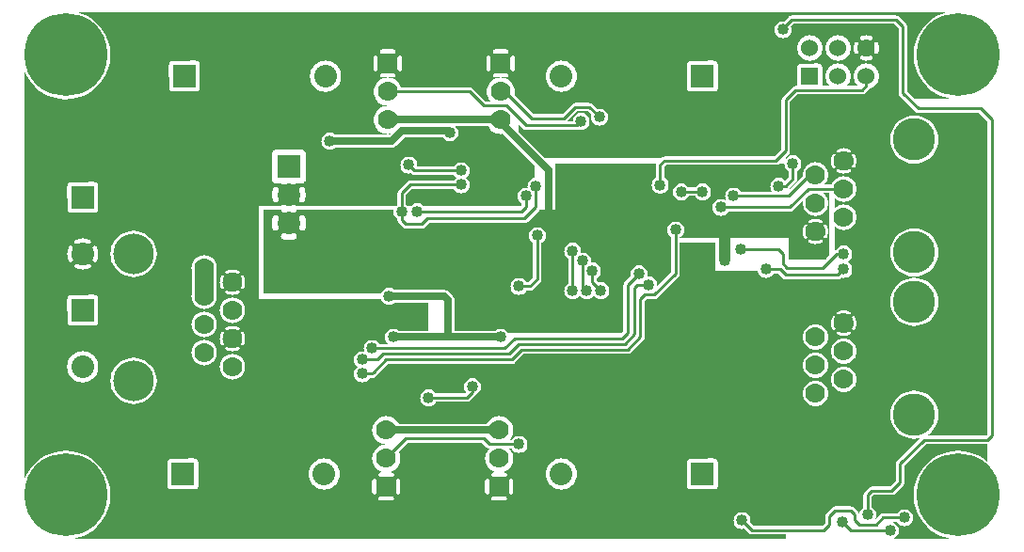
<source format=gbr>
G04 start of page 3 for group 1 idx 1 *
G04 Title: (unknown), solder *
G04 Creator: pcb 20140316 *
G04 CreationDate: Mon 20 Apr 2015 08:27:33 PM GMT UTC *
G04 For: ndholmes *
G04 Format: Gerber/RS-274X *
G04 PCB-Dimensions (mil): 3500.00 1900.00 *
G04 PCB-Coordinate-Origin: lower left *
%MOIN*%
%FSLAX25Y25*%
%LNBOTTOM*%
%ADD62C,0.0450*%
%ADD61C,0.0380*%
%ADD60C,0.0390*%
%ADD59C,0.0300*%
%ADD58C,0.1280*%
%ADD57C,0.1220*%
%ADD56C,0.0480*%
%ADD55C,0.1285*%
%ADD54C,0.0200*%
%ADD53C,0.0787*%
%ADD52C,0.0600*%
%ADD51C,0.0700*%
%ADD50C,0.1500*%
%ADD49C,0.1440*%
%ADD48C,0.0800*%
%ADD47C,0.2937*%
%ADD46C,0.0650*%
%ADD45C,0.0250*%
%ADD44C,0.0400*%
%ADD43C,0.0100*%
%ADD42C,0.0001*%
G54D42*G36*
X242500Y36500D02*X272000D01*
Y6000D01*
X260621D01*
X259399Y7223D01*
X259472Y7529D01*
X259500Y8000D01*
X259472Y8471D01*
X259362Y8930D01*
X259181Y9366D01*
X258935Y9769D01*
X258628Y10128D01*
X258269Y10435D01*
X257866Y10681D01*
X257430Y10862D01*
X256971Y10972D01*
X256500Y11009D01*
X256029Y10972D01*
X255570Y10862D01*
X255134Y10681D01*
X254731Y10435D01*
X254372Y10128D01*
X254065Y9769D01*
X253819Y9366D01*
X253638Y8930D01*
X253528Y8471D01*
X253491Y8000D01*
X253528Y7529D01*
X253638Y7070D01*
X253819Y6634D01*
X254065Y6231D01*
X254372Y5872D01*
X254731Y5565D01*
X255134Y5319D01*
X255570Y5138D01*
X256029Y5028D01*
X256500Y4991D01*
X256971Y5028D01*
X257277Y5101D01*
X258898Y3481D01*
X258936Y3436D01*
X259115Y3283D01*
X259116Y3283D01*
X259317Y3159D01*
X259535Y3069D01*
X259765Y3014D01*
X260000Y2995D01*
X260059Y3000D01*
X272000D01*
Y1500D01*
X242500D01*
Y19007D01*
X246735Y19014D01*
X246965Y19069D01*
X247183Y19159D01*
X247384Y19283D01*
X247564Y19436D01*
X247717Y19616D01*
X247841Y19817D01*
X247931Y20035D01*
X247986Y20265D01*
X248000Y20500D01*
X247986Y28735D01*
X247931Y28965D01*
X247841Y29183D01*
X247717Y29384D01*
X247564Y29564D01*
X247384Y29717D01*
X247183Y29841D01*
X246965Y29931D01*
X246735Y29986D01*
X246500Y30000D01*
X242500Y29993D01*
Y36500D01*
G37*
G36*
X192492D02*X242500D01*
Y29993D01*
X238265Y29986D01*
X238035Y29931D01*
X237817Y29841D01*
X237616Y29717D01*
X237436Y29564D01*
X237283Y29384D01*
X237159Y29183D01*
X237069Y28965D01*
X237014Y28735D01*
X237000Y28500D01*
X237014Y20265D01*
X237069Y20035D01*
X237159Y19817D01*
X237283Y19616D01*
X237436Y19436D01*
X237616Y19283D01*
X237817Y19159D01*
X238035Y19069D01*
X238265Y19014D01*
X238500Y19000D01*
X242500Y19007D01*
Y1500D01*
X192492D01*
Y18984D01*
X192500Y18983D01*
X193363Y19051D01*
X194205Y19253D01*
X195005Y19584D01*
X195743Y20037D01*
X196401Y20599D01*
X196963Y21257D01*
X197416Y21995D01*
X197747Y22795D01*
X197949Y23637D01*
X198000Y24500D01*
X197949Y25363D01*
X197747Y26205D01*
X197416Y27005D01*
X196963Y27743D01*
X196401Y28401D01*
X195743Y28963D01*
X195005Y29416D01*
X194205Y29747D01*
X193363Y29949D01*
X192500Y30017D01*
X192492Y30016D01*
Y36500D01*
G37*
G36*
X180099D02*X192492D01*
Y30016D01*
X191637Y29949D01*
X190795Y29747D01*
X189995Y29416D01*
X189257Y28963D01*
X188599Y28401D01*
X188037Y27743D01*
X187584Y27005D01*
X187253Y26205D01*
X187051Y25363D01*
X186983Y24500D01*
X187051Y23637D01*
X187253Y22795D01*
X187584Y21995D01*
X188037Y21257D01*
X188599Y20599D01*
X189257Y20037D01*
X189995Y19584D01*
X190795Y19253D01*
X191637Y19051D01*
X192492Y18984D01*
Y1500D01*
X174750D01*
Y17248D01*
X174868Y17257D01*
X174982Y17285D01*
X175092Y17330D01*
X175192Y17391D01*
X175282Y17468D01*
X175359Y17558D01*
X175420Y17658D01*
X175465Y17768D01*
X175493Y17882D01*
X175500Y18000D01*
Y22000D01*
X175493Y22118D01*
X175465Y22232D01*
X175420Y22342D01*
X175359Y22442D01*
X175282Y22532D01*
X175192Y22609D01*
X175092Y22670D01*
X174982Y22715D01*
X174868Y22743D01*
X174750Y22752D01*
Y27366D01*
X174969Y27723D01*
X175270Y28450D01*
X175454Y29215D01*
X175500Y30000D01*
X175454Y30785D01*
X175270Y31550D01*
X174969Y32277D01*
X174750Y32634D01*
Y33500D01*
X174901D01*
X175065Y33231D01*
X175372Y32872D01*
X175731Y32565D01*
X176134Y32319D01*
X176570Y32138D01*
X177029Y32028D01*
X177500Y31991D01*
X177971Y32028D01*
X178430Y32138D01*
X178866Y32319D01*
X179269Y32565D01*
X179628Y32872D01*
X179935Y33231D01*
X180181Y33634D01*
X180362Y34070D01*
X180472Y34529D01*
X180500Y35000D01*
X180472Y35471D01*
X180362Y35930D01*
X180181Y36366D01*
X180099Y36500D01*
G37*
G36*
X174750Y32634D02*X174558Y32948D01*
X174086Y33500D01*
X174750D01*
Y32634D01*
G37*
G36*
Y1500D02*X170500D01*
Y15000D01*
X172500D01*
X172618Y15007D01*
X172732Y15035D01*
X172842Y15080D01*
X172942Y15141D01*
X173032Y15218D01*
X173109Y15308D01*
X173170Y15408D01*
X173215Y15518D01*
X173243Y15632D01*
X173252Y15750D01*
X173243Y15868D01*
X173215Y15982D01*
X173170Y16092D01*
X173109Y16192D01*
X173032Y16282D01*
X172942Y16359D01*
X172842Y16420D01*
X172732Y16465D01*
X172618Y16493D01*
X172500Y16500D01*
X170500D01*
Y23500D01*
X172500D01*
X172618Y23507D01*
X172732Y23535D01*
X172842Y23580D01*
X172942Y23641D01*
X173032Y23718D01*
X173109Y23808D01*
X173170Y23908D01*
X173215Y24018D01*
X173243Y24132D01*
X173252Y24250D01*
X173243Y24368D01*
X173215Y24482D01*
X173170Y24592D01*
X173109Y24692D01*
X173032Y24782D01*
X172942Y24859D01*
X172842Y24920D01*
X172732Y24965D01*
X172618Y24993D01*
X172500Y25000D01*
X170696D01*
X171285Y25046D01*
X172050Y25230D01*
X172777Y25531D01*
X173448Y25942D01*
X174046Y26454D01*
X174558Y27052D01*
X174750Y27366D01*
Y22752D01*
X174632Y22743D01*
X174518Y22715D01*
X174408Y22670D01*
X174308Y22609D01*
X174218Y22532D01*
X174141Y22442D01*
X174080Y22342D01*
X174035Y22232D01*
X174007Y22118D01*
X174000Y22000D01*
Y18000D01*
X174007Y17882D01*
X174035Y17768D01*
X174080Y17658D01*
X174141Y17558D01*
X174218Y17468D01*
X174308Y17391D01*
X174408Y17330D01*
X174518Y17285D01*
X174632Y17257D01*
X174750Y17248D01*
Y1500D01*
G37*
G36*
X166250Y33700D02*X166317Y33659D01*
X166535Y33569D01*
X166765Y33514D01*
X166916Y33502D01*
X166442Y32948D01*
X166250Y32634D01*
Y33700D01*
G37*
G36*
X170500Y1500D02*X166250D01*
Y17248D01*
X166368Y17257D01*
X166482Y17285D01*
X166592Y17330D01*
X166692Y17391D01*
X166782Y17468D01*
X166859Y17558D01*
X166920Y17658D01*
X166965Y17768D01*
X166993Y17882D01*
X167000Y18000D01*
Y22000D01*
X166993Y22118D01*
X166965Y22232D01*
X166920Y22342D01*
X166859Y22442D01*
X166782Y22532D01*
X166692Y22609D01*
X166592Y22670D01*
X166482Y22715D01*
X166368Y22743D01*
X166250Y22752D01*
Y27366D01*
X166442Y27052D01*
X166954Y26454D01*
X167552Y25942D01*
X168223Y25531D01*
X168950Y25230D01*
X169715Y25046D01*
X170304Y25000D01*
X168500D01*
X168382Y24993D01*
X168268Y24965D01*
X168158Y24920D01*
X168058Y24859D01*
X167968Y24782D01*
X167891Y24692D01*
X167830Y24592D01*
X167785Y24482D01*
X167757Y24368D01*
X167748Y24250D01*
X167757Y24132D01*
X167785Y24018D01*
X167830Y23908D01*
X167891Y23808D01*
X167968Y23718D01*
X168058Y23641D01*
X168158Y23580D01*
X168268Y23535D01*
X168382Y23507D01*
X168500Y23500D01*
X170500D01*
Y16500D01*
X168500D01*
X168382Y16493D01*
X168268Y16465D01*
X168158Y16420D01*
X168058Y16359D01*
X167968Y16282D01*
X167891Y16192D01*
X167830Y16092D01*
X167785Y15982D01*
X167757Y15868D01*
X167748Y15750D01*
X167757Y15632D01*
X167785Y15518D01*
X167830Y15408D01*
X167891Y15308D01*
X167968Y15218D01*
X168058Y15141D01*
X168158Y15080D01*
X168268Y15035D01*
X168382Y15007D01*
X168500Y15000D01*
X170500D01*
Y1500D01*
G37*
G36*
X166250D02*X134750D01*
Y17248D01*
X134868Y17257D01*
X134982Y17285D01*
X135092Y17330D01*
X135192Y17391D01*
X135282Y17468D01*
X135359Y17558D01*
X135420Y17658D01*
X135465Y17768D01*
X135493Y17882D01*
X135500Y18000D01*
Y22000D01*
X135493Y22118D01*
X135465Y22232D01*
X135420Y22342D01*
X135359Y22442D01*
X135282Y22532D01*
X135192Y22609D01*
X135092Y22670D01*
X134982Y22715D01*
X134868Y22743D01*
X134750Y22752D01*
Y27366D01*
X134969Y27723D01*
X135270Y28450D01*
X135454Y29215D01*
X135500Y30000D01*
X135454Y30785D01*
X135270Y31550D01*
X134969Y32277D01*
X134942Y32321D01*
X138121Y35500D01*
X164379D01*
X165898Y33981D01*
X165936Y33936D01*
X166116Y33783D01*
X166250Y33700D01*
Y32634D01*
X166031Y32277D01*
X165730Y31550D01*
X165546Y30785D01*
X165485Y30000D01*
X165546Y29215D01*
X165730Y28450D01*
X166031Y27723D01*
X166250Y27366D01*
Y22752D01*
X166132Y22743D01*
X166018Y22715D01*
X165908Y22670D01*
X165808Y22609D01*
X165718Y22532D01*
X165641Y22442D01*
X165580Y22342D01*
X165535Y22232D01*
X165507Y22118D01*
X165500Y22000D01*
Y18000D01*
X165507Y17882D01*
X165535Y17768D01*
X165580Y17658D01*
X165641Y17558D01*
X165718Y17468D01*
X165808Y17391D01*
X165908Y17330D01*
X166018Y17285D01*
X166132Y17257D01*
X166250Y17248D01*
Y1500D01*
G37*
G36*
X134750D02*X130500D01*
Y15000D01*
X132500D01*
X132618Y15007D01*
X132732Y15035D01*
X132842Y15080D01*
X132942Y15141D01*
X133032Y15218D01*
X133109Y15308D01*
X133170Y15408D01*
X133215Y15518D01*
X133243Y15632D01*
X133252Y15750D01*
X133243Y15868D01*
X133215Y15982D01*
X133170Y16092D01*
X133109Y16192D01*
X133032Y16282D01*
X132942Y16359D01*
X132842Y16420D01*
X132732Y16465D01*
X132618Y16493D01*
X132500Y16500D01*
X130500D01*
Y23500D01*
X132500D01*
X132618Y23507D01*
X132732Y23535D01*
X132842Y23580D01*
X132942Y23641D01*
X133032Y23718D01*
X133109Y23808D01*
X133170Y23908D01*
X133215Y24018D01*
X133243Y24132D01*
X133252Y24250D01*
X133243Y24368D01*
X133215Y24482D01*
X133170Y24592D01*
X133109Y24692D01*
X133032Y24782D01*
X132942Y24859D01*
X132842Y24920D01*
X132732Y24965D01*
X132618Y24993D01*
X132500Y25000D01*
X130696D01*
X131285Y25046D01*
X132050Y25230D01*
X132777Y25531D01*
X133448Y25942D01*
X134046Y26454D01*
X134558Y27052D01*
X134750Y27366D01*
Y22752D01*
X134632Y22743D01*
X134518Y22715D01*
X134408Y22670D01*
X134308Y22609D01*
X134218Y22532D01*
X134141Y22442D01*
X134080Y22342D01*
X134035Y22232D01*
X134007Y22118D01*
X134000Y22000D01*
Y18000D01*
X134007Y17882D01*
X134035Y17768D01*
X134080Y17658D01*
X134141Y17558D01*
X134218Y17468D01*
X134308Y17391D01*
X134408Y17330D01*
X134518Y17285D01*
X134632Y17257D01*
X134750Y17248D01*
Y1500D01*
G37*
G36*
X181000Y22500D02*X175309D01*
X175282Y22532D01*
X175192Y22609D01*
X175092Y22670D01*
X174982Y22715D01*
X174868Y22743D01*
X174750Y22752D01*
X174632Y22743D01*
X174518Y22715D01*
X174408Y22670D01*
X174308Y22609D01*
X174218Y22532D01*
X174191Y22500D01*
X166809D01*
X166782Y22532D01*
X166692Y22609D01*
X166592Y22670D01*
X166482Y22715D01*
X166368Y22743D01*
X166250Y22752D01*
X166132Y22743D01*
X166018Y22715D01*
X165908Y22670D01*
X165808Y22609D01*
X165718Y22532D01*
X165691Y22500D01*
X152992D01*
Y35500D01*
X164379D01*
X165898Y33981D01*
X165936Y33936D01*
X166116Y33783D01*
X166317Y33659D01*
X166535Y33569D01*
X166765Y33514D01*
X166916Y33502D01*
X166442Y32948D01*
X166031Y32277D01*
X165730Y31550D01*
X165546Y30785D01*
X165485Y30000D01*
X165546Y29215D01*
X165730Y28450D01*
X166031Y27723D01*
X166442Y27052D01*
X166954Y26454D01*
X167552Y25942D01*
X168223Y25531D01*
X168950Y25230D01*
X169715Y25046D01*
X170304Y25000D01*
X168500D01*
X168382Y24993D01*
X168268Y24965D01*
X168158Y24920D01*
X168058Y24859D01*
X167968Y24782D01*
X167891Y24692D01*
X167830Y24592D01*
X167785Y24482D01*
X167757Y24368D01*
X167748Y24250D01*
X167757Y24132D01*
X167785Y24018D01*
X167830Y23908D01*
X167891Y23808D01*
X167968Y23718D01*
X168058Y23641D01*
X168158Y23580D01*
X168268Y23535D01*
X168382Y23507D01*
X168500Y23500D01*
X172500D01*
X172618Y23507D01*
X172732Y23535D01*
X172842Y23580D01*
X172942Y23641D01*
X173032Y23718D01*
X173109Y23808D01*
X173170Y23908D01*
X173215Y24018D01*
X173243Y24132D01*
X173252Y24250D01*
X173243Y24368D01*
X173215Y24482D01*
X173170Y24592D01*
X173109Y24692D01*
X173032Y24782D01*
X172942Y24859D01*
X172842Y24920D01*
X172732Y24965D01*
X172618Y24993D01*
X172500Y25000D01*
X170696D01*
X171285Y25046D01*
X172050Y25230D01*
X172777Y25531D01*
X173448Y25942D01*
X174046Y26454D01*
X174558Y27052D01*
X174969Y27723D01*
X175270Y28450D01*
X175454Y29215D01*
X175500Y30000D01*
X175454Y30785D01*
X175270Y31550D01*
X174969Y32277D01*
X174558Y32948D01*
X174086Y33500D01*
X174901D01*
X175065Y33231D01*
X175372Y32872D01*
X175731Y32565D01*
X176134Y32319D01*
X176570Y32138D01*
X177029Y32028D01*
X177500Y31991D01*
X177971Y32028D01*
X178430Y32138D01*
X178866Y32319D01*
X179269Y32565D01*
X179628Y32872D01*
X179935Y33231D01*
X180181Y33634D01*
X180362Y34070D01*
X180472Y34529D01*
X180500Y35000D01*
X180472Y35471D01*
X180362Y35930D01*
X180181Y36366D01*
X179935Y36769D01*
X179628Y37128D01*
X179269Y37435D01*
X178866Y37681D01*
X178430Y37862D01*
X177971Y37972D01*
X177500Y38009D01*
X177029Y37972D01*
X176570Y37862D01*
X176134Y37681D01*
X175731Y37435D01*
X175372Y37128D01*
X175065Y36769D01*
X174901Y36500D01*
X174086D01*
X174558Y37052D01*
X174969Y37723D01*
X175270Y38450D01*
X175454Y39215D01*
X175500Y40000D01*
X175454Y40785D01*
X175270Y41550D01*
X174969Y42277D01*
X174558Y42948D01*
X174046Y43546D01*
X173448Y44058D01*
X172777Y44469D01*
X172050Y44770D01*
X171285Y44954D01*
X170500Y45015D01*
X169715Y44954D01*
X168950Y44770D01*
X168223Y44469D01*
X167552Y44058D01*
X166954Y43546D01*
X166442Y42948D01*
X166031Y42277D01*
X166020Y42250D01*
X152992D01*
Y50000D01*
X158941D01*
X159000Y49995D01*
X159235Y50014D01*
X159235Y50014D01*
X159465Y50069D01*
X159683Y50159D01*
X159884Y50283D01*
X160064Y50436D01*
X160102Y50481D01*
X161621Y52000D01*
X181000D01*
Y22500D01*
G37*
G36*
X152992D02*X135309D01*
X135282Y22532D01*
X135192Y22609D01*
X135092Y22670D01*
X134982Y22715D01*
X134868Y22743D01*
X134750Y22752D01*
X134632Y22743D01*
X134518Y22715D01*
X134408Y22670D01*
X134308Y22609D01*
X134218Y22532D01*
X134191Y22500D01*
X126809D01*
X126782Y22532D01*
X126692Y22609D01*
X126592Y22670D01*
X126482Y22715D01*
X126368Y22743D01*
X126250Y22752D01*
X126132Y22743D01*
X126018Y22715D01*
X125908Y22670D01*
X125808Y22609D01*
X125718Y22532D01*
X125691Y22500D01*
X123500D01*
Y52000D01*
X142535D01*
X142528Y51971D01*
X142491Y51500D01*
X142528Y51029D01*
X142638Y50570D01*
X142819Y50134D01*
X143065Y49731D01*
X143372Y49372D01*
X143731Y49065D01*
X144134Y48819D01*
X144570Y48638D01*
X145029Y48528D01*
X145500Y48491D01*
X145971Y48528D01*
X146430Y48638D01*
X146866Y48819D01*
X147269Y49065D01*
X147628Y49372D01*
X147935Y49731D01*
X148099Y50000D01*
X152992D01*
Y42250D01*
X134980D01*
X134969Y42277D01*
X134558Y42948D01*
X134046Y43546D01*
X133448Y44058D01*
X132777Y44469D01*
X132050Y44770D01*
X131285Y44954D01*
X130500Y45015D01*
X129715Y44954D01*
X128950Y44770D01*
X128223Y44469D01*
X127552Y44058D01*
X126954Y43546D01*
X126442Y42948D01*
X126031Y42277D01*
X125730Y41550D01*
X125546Y40785D01*
X125485Y40000D01*
X125546Y39215D01*
X125730Y38450D01*
X126031Y37723D01*
X126442Y37052D01*
X126954Y36454D01*
X127552Y35942D01*
X128223Y35531D01*
X128950Y35230D01*
X129715Y35046D01*
X130304Y35000D01*
X129715Y34954D01*
X128950Y34770D01*
X128223Y34469D01*
X127552Y34058D01*
X126954Y33546D01*
X126442Y32948D01*
X126031Y32277D01*
X125730Y31550D01*
X125546Y30785D01*
X125485Y30000D01*
X125546Y29215D01*
X125730Y28450D01*
X126031Y27723D01*
X126442Y27052D01*
X126954Y26454D01*
X127552Y25942D01*
X128223Y25531D01*
X128950Y25230D01*
X129715Y25046D01*
X130304Y25000D01*
X128500D01*
X128382Y24993D01*
X128268Y24965D01*
X128158Y24920D01*
X128058Y24859D01*
X127968Y24782D01*
X127891Y24692D01*
X127830Y24592D01*
X127785Y24482D01*
X127757Y24368D01*
X127748Y24250D01*
X127757Y24132D01*
X127785Y24018D01*
X127830Y23908D01*
X127891Y23808D01*
X127968Y23718D01*
X128058Y23641D01*
X128158Y23580D01*
X128268Y23535D01*
X128382Y23507D01*
X128500Y23500D01*
X132500D01*
X132618Y23507D01*
X132732Y23535D01*
X132842Y23580D01*
X132942Y23641D01*
X133032Y23718D01*
X133109Y23808D01*
X133170Y23908D01*
X133215Y24018D01*
X133243Y24132D01*
X133252Y24250D01*
X133243Y24368D01*
X133215Y24482D01*
X133170Y24592D01*
X133109Y24692D01*
X133032Y24782D01*
X132942Y24859D01*
X132842Y24920D01*
X132732Y24965D01*
X132618Y24993D01*
X132500Y25000D01*
X130696D01*
X131285Y25046D01*
X132050Y25230D01*
X132777Y25531D01*
X133448Y25942D01*
X134046Y26454D01*
X134558Y27052D01*
X134969Y27723D01*
X135270Y28450D01*
X135454Y29215D01*
X135500Y30000D01*
X135454Y30785D01*
X135270Y31550D01*
X134969Y32277D01*
X134942Y32321D01*
X138121Y35500D01*
X152992D01*
Y22500D01*
G37*
G36*
X134750Y27366D02*X134969Y27723D01*
X135270Y28450D01*
X135454Y29215D01*
X135500Y30000D01*
X135454Y30785D01*
X135270Y31550D01*
X134969Y32277D01*
X134942Y32321D01*
X137000Y34379D01*
Y1500D01*
X134750D01*
Y17248D01*
X134868Y17257D01*
X134982Y17285D01*
X135092Y17330D01*
X135192Y17391D01*
X135282Y17468D01*
X135359Y17558D01*
X135420Y17658D01*
X135465Y17768D01*
X135493Y17882D01*
X135500Y18000D01*
Y22000D01*
X135493Y22118D01*
X135465Y22232D01*
X135420Y22342D01*
X135359Y22442D01*
X135282Y22532D01*
X135192Y22609D01*
X135092Y22670D01*
X134982Y22715D01*
X134868Y22743D01*
X134750Y22752D01*
Y27366D01*
G37*
G36*
X130500Y23500D02*X132500D01*
X132618Y23507D01*
X132732Y23535D01*
X132842Y23580D01*
X132942Y23641D01*
X133032Y23718D01*
X133109Y23808D01*
X133170Y23908D01*
X133215Y24018D01*
X133243Y24132D01*
X133252Y24250D01*
X133243Y24368D01*
X133215Y24482D01*
X133170Y24592D01*
X133109Y24692D01*
X133032Y24782D01*
X132942Y24859D01*
X132842Y24920D01*
X132732Y24965D01*
X132618Y24993D01*
X132500Y25000D01*
X130696D01*
X131285Y25046D01*
X132050Y25230D01*
X132777Y25531D01*
X133448Y25942D01*
X134046Y26454D01*
X134558Y27052D01*
X134750Y27366D01*
Y22752D01*
X134632Y22743D01*
X134518Y22715D01*
X134408Y22670D01*
X134308Y22609D01*
X134218Y22532D01*
X134141Y22442D01*
X134080Y22342D01*
X134035Y22232D01*
X134007Y22118D01*
X134000Y22000D01*
Y18000D01*
X134007Y17882D01*
X134035Y17768D01*
X134080Y17658D01*
X134141Y17558D01*
X134218Y17468D01*
X134308Y17391D01*
X134408Y17330D01*
X134518Y17285D01*
X134632Y17257D01*
X134750Y17248D01*
Y1500D01*
X130500D01*
Y15000D01*
X132500D01*
X132618Y15007D01*
X132732Y15035D01*
X132842Y15080D01*
X132942Y15141D01*
X133032Y15218D01*
X133109Y15308D01*
X133170Y15408D01*
X133215Y15518D01*
X133243Y15632D01*
X133252Y15750D01*
X133243Y15868D01*
X133215Y15982D01*
X133170Y16092D01*
X133109Y16192D01*
X133032Y16282D01*
X132942Y16359D01*
X132842Y16420D01*
X132732Y16465D01*
X132618Y16493D01*
X132500Y16500D01*
X130500D01*
Y23500D01*
G37*
G36*
Y55500D02*X137000D01*
Y42250D01*
X134980D01*
X134969Y42277D01*
X134558Y42948D01*
X134046Y43546D01*
X133448Y44058D01*
X132777Y44469D01*
X132050Y44770D01*
X131285Y44954D01*
X130500Y45015D01*
Y55500D01*
G37*
G36*
X126250Y27366D02*X126442Y27052D01*
X126954Y26454D01*
X127552Y25942D01*
X128223Y25531D01*
X128950Y25230D01*
X129715Y25046D01*
X130304Y25000D01*
X128500D01*
X128382Y24993D01*
X128268Y24965D01*
X128158Y24920D01*
X128058Y24859D01*
X127968Y24782D01*
X127891Y24692D01*
X127830Y24592D01*
X127785Y24482D01*
X127757Y24368D01*
X127748Y24250D01*
X127757Y24132D01*
X127785Y24018D01*
X127830Y23908D01*
X127891Y23808D01*
X127968Y23718D01*
X128058Y23641D01*
X128158Y23580D01*
X128268Y23535D01*
X128382Y23507D01*
X128500Y23500D01*
X130500D01*
Y16500D01*
X128500D01*
X128382Y16493D01*
X128268Y16465D01*
X128158Y16420D01*
X128058Y16359D01*
X127968Y16282D01*
X127891Y16192D01*
X127830Y16092D01*
X127785Y15982D01*
X127757Y15868D01*
X127748Y15750D01*
X127757Y15632D01*
X127785Y15518D01*
X127830Y15408D01*
X127891Y15308D01*
X127968Y15218D01*
X128058Y15141D01*
X128158Y15080D01*
X128268Y15035D01*
X128382Y15007D01*
X128500Y15000D01*
X130500D01*
Y1500D01*
X126250D01*
Y17248D01*
X126368Y17257D01*
X126482Y17285D01*
X126592Y17330D01*
X126692Y17391D01*
X126782Y17468D01*
X126859Y17558D01*
X126920Y17658D01*
X126965Y17768D01*
X126993Y17882D01*
X127000Y18000D01*
Y22000D01*
X126993Y22118D01*
X126965Y22232D01*
X126920Y22342D01*
X126859Y22442D01*
X126782Y22532D01*
X126692Y22609D01*
X126592Y22670D01*
X126482Y22715D01*
X126368Y22743D01*
X126250Y22752D01*
Y27366D01*
G37*
G36*
Y37366D02*X126442Y37052D01*
X126954Y36454D01*
X127552Y35942D01*
X128223Y35531D01*
X128950Y35230D01*
X129715Y35046D01*
X130304Y35000D01*
X129715Y34954D01*
X128950Y34770D01*
X128223Y34469D01*
X127552Y34058D01*
X126954Y33546D01*
X126442Y32948D01*
X126250Y32634D01*
Y37366D01*
G37*
G36*
Y55500D02*X130500D01*
Y45015D01*
X130500D01*
X129715Y44954D01*
X128950Y44770D01*
X128223Y44469D01*
X127552Y44058D01*
X126954Y43546D01*
X126442Y42948D01*
X126250Y42634D01*
Y55500D01*
G37*
G36*
X104000D02*X126250D01*
Y42634D01*
X126031Y42277D01*
X125730Y41550D01*
X125546Y40785D01*
X125485Y40000D01*
X125546Y39215D01*
X125730Y38450D01*
X126031Y37723D01*
X126250Y37366D01*
Y32634D01*
X126031Y32277D01*
X125730Y31550D01*
X125546Y30785D01*
X125485Y30000D01*
X125546Y29215D01*
X125730Y28450D01*
X126031Y27723D01*
X126250Y27366D01*
Y22752D01*
X126132Y22743D01*
X126018Y22715D01*
X125908Y22670D01*
X125808Y22609D01*
X125718Y22532D01*
X125641Y22442D01*
X125580Y22342D01*
X125535Y22232D01*
X125507Y22118D01*
X125500Y22000D01*
Y18000D01*
X125507Y17882D01*
X125535Y17768D01*
X125580Y17658D01*
X125641Y17558D01*
X125718Y17468D01*
X125808Y17391D01*
X125908Y17330D01*
X126018Y17285D01*
X126132Y17257D01*
X126250Y17248D01*
Y1500D01*
X104000D01*
Y21317D01*
X104037Y21257D01*
X104599Y20599D01*
X105257Y20037D01*
X105995Y19584D01*
X106795Y19253D01*
X107637Y19051D01*
X108500Y18983D01*
X109363Y19051D01*
X110205Y19253D01*
X111005Y19584D01*
X111743Y20037D01*
X112401Y20599D01*
X112963Y21257D01*
X113416Y21995D01*
X113747Y22795D01*
X113949Y23637D01*
X114000Y24500D01*
X113949Y25363D01*
X113747Y26205D01*
X113416Y27005D01*
X112963Y27743D01*
X112401Y28401D01*
X111743Y28963D01*
X111005Y29416D01*
X110205Y29747D01*
X109363Y29949D01*
X108500Y30017D01*
X107637Y29949D01*
X106795Y29747D01*
X105995Y29416D01*
X105257Y28963D01*
X104599Y28401D01*
X104037Y27743D01*
X104000Y27683D01*
Y55500D01*
G37*
G36*
X118000Y86500D02*X128667D01*
X128819Y86134D01*
X129065Y85731D01*
X129372Y85372D01*
X129731Y85065D01*
X130134Y84819D01*
X130570Y84638D01*
X131029Y84528D01*
X131500Y84491D01*
X131971Y84528D01*
X132430Y84638D01*
X132866Y84819D01*
X133269Y85065D01*
X133485Y85250D01*
X145500D01*
Y75250D01*
X134985D01*
X134769Y75435D01*
X134366Y75681D01*
X133930Y75862D01*
X133471Y75972D01*
X133000Y76009D01*
X132529Y75972D01*
X132070Y75862D01*
X131634Y75681D01*
X131231Y75435D01*
X130872Y75128D01*
X130565Y74769D01*
X130319Y74366D01*
X130138Y73930D01*
X130028Y73471D01*
X129991Y73000D01*
X130028Y72529D01*
X130138Y72070D01*
X130319Y71634D01*
X130565Y71231D01*
X130872Y70872D01*
X131231Y70565D01*
X131338Y70500D01*
X128099D01*
X127935Y70769D01*
X127628Y71128D01*
X127269Y71435D01*
X126866Y71681D01*
X126430Y71862D01*
X125971Y71972D01*
X125500Y72009D01*
X125029Y71972D01*
X124570Y71862D01*
X124134Y71681D01*
X123731Y71435D01*
X123372Y71128D01*
X123065Y70769D01*
X122819Y70366D01*
X122638Y69930D01*
X122528Y69471D01*
X122491Y69000D01*
X122528Y68529D01*
X122638Y68070D01*
X122702Y67917D01*
X122471Y67972D01*
X122000Y68009D01*
X121529Y67972D01*
X121070Y67862D01*
X120634Y67681D01*
X120231Y67435D01*
X119872Y67128D01*
X119565Y66769D01*
X119319Y66366D01*
X119138Y65930D01*
X119028Y65471D01*
X118991Y65000D01*
X119028Y64529D01*
X119138Y64070D01*
X119319Y63634D01*
X119565Y63231D01*
X119872Y62872D01*
X120231Y62565D01*
X120338Y62500D01*
X120231Y62435D01*
X119872Y62128D01*
X119565Y61769D01*
X119319Y61366D01*
X119138Y60930D01*
X119028Y60471D01*
X118991Y60000D01*
X119028Y59529D01*
X119138Y59070D01*
X119319Y58634D01*
X119565Y58231D01*
X119872Y57872D01*
X120231Y57565D01*
X120634Y57319D01*
X121070Y57138D01*
X121529Y57028D01*
X122000Y56991D01*
X122471Y57028D01*
X122930Y57138D01*
X123366Y57319D01*
X123769Y57565D01*
X124128Y57872D01*
X124435Y58231D01*
X124599Y58500D01*
X125441D01*
X125500Y58495D01*
X125735Y58514D01*
X125735Y58514D01*
X125965Y58569D01*
X126183Y58659D01*
X126384Y58783D01*
X126564Y58936D01*
X126602Y58981D01*
X131121Y63500D01*
X145500D01*
Y54509D01*
X145029Y54472D01*
X144570Y54362D01*
X144134Y54181D01*
X143731Y53935D01*
X143372Y53628D01*
X143065Y53269D01*
X142819Y52866D01*
X142638Y52430D01*
X142528Y51971D01*
X142491Y51500D01*
X118000D01*
Y86500D01*
G37*
G36*
X174750Y27366D02*X174969Y27723D01*
X175270Y28450D01*
X175454Y29215D01*
X175500Y30000D01*
X175454Y30785D01*
X175270Y31550D01*
X174969Y32277D01*
X174750Y32634D01*
Y33500D01*
X174901D01*
X175065Y33231D01*
X175372Y32872D01*
X175731Y32565D01*
X176134Y32319D01*
X176570Y32138D01*
X177000Y32035D01*
Y11500D01*
X174750D01*
Y17248D01*
X174868Y17257D01*
X174982Y17285D01*
X175092Y17330D01*
X175192Y17391D01*
X175282Y17468D01*
X175359Y17558D01*
X175420Y17658D01*
X175465Y17768D01*
X175493Y17882D01*
X175500Y18000D01*
Y22000D01*
X175493Y22118D01*
X175465Y22232D01*
X175420Y22342D01*
X175359Y22442D01*
X175282Y22532D01*
X175192Y22609D01*
X175092Y22670D01*
X174982Y22715D01*
X174868Y22743D01*
X174750Y22752D01*
Y27366D01*
G37*
G36*
Y32634D02*X174558Y32948D01*
X174086Y33500D01*
X174750D01*
Y32634D01*
G37*
G36*
X170500Y23500D02*X172500D01*
X172618Y23507D01*
X172732Y23535D01*
X172842Y23580D01*
X172942Y23641D01*
X173032Y23718D01*
X173109Y23808D01*
X173170Y23908D01*
X173215Y24018D01*
X173243Y24132D01*
X173252Y24250D01*
X173243Y24368D01*
X173215Y24482D01*
X173170Y24592D01*
X173109Y24692D01*
X173032Y24782D01*
X172942Y24859D01*
X172842Y24920D01*
X172732Y24965D01*
X172618Y24993D01*
X172500Y25000D01*
X170696D01*
X171285Y25046D01*
X172050Y25230D01*
X172777Y25531D01*
X173448Y25942D01*
X174046Y26454D01*
X174558Y27052D01*
X174750Y27366D01*
Y22752D01*
X174632Y22743D01*
X174518Y22715D01*
X174408Y22670D01*
X174308Y22609D01*
X174218Y22532D01*
X174141Y22442D01*
X174080Y22342D01*
X174035Y22232D01*
X174007Y22118D01*
X174000Y22000D01*
Y18000D01*
X174007Y17882D01*
X174035Y17768D01*
X174080Y17658D01*
X174141Y17558D01*
X174218Y17468D01*
X174308Y17391D01*
X174408Y17330D01*
X174518Y17285D01*
X174632Y17257D01*
X174750Y17248D01*
Y11500D01*
X170500D01*
Y15000D01*
X172500D01*
X172618Y15007D01*
X172732Y15035D01*
X172842Y15080D01*
X172942Y15141D01*
X173032Y15218D01*
X173109Y15308D01*
X173170Y15408D01*
X173215Y15518D01*
X173243Y15632D01*
X173252Y15750D01*
X173243Y15868D01*
X173215Y15982D01*
X173170Y16092D01*
X173109Y16192D01*
X173032Y16282D01*
X172942Y16359D01*
X172842Y16420D01*
X172732Y16465D01*
X172618Y16493D01*
X172500Y16500D01*
X170500D01*
Y23500D01*
G37*
G36*
X166250Y27366D02*X166442Y27052D01*
X166954Y26454D01*
X167552Y25942D01*
X168223Y25531D01*
X168950Y25230D01*
X169715Y25046D01*
X170304Y25000D01*
X168500D01*
X168382Y24993D01*
X168268Y24965D01*
X168158Y24920D01*
X168058Y24859D01*
X167968Y24782D01*
X167891Y24692D01*
X167830Y24592D01*
X167785Y24482D01*
X167757Y24368D01*
X167748Y24250D01*
X167757Y24132D01*
X167785Y24018D01*
X167830Y23908D01*
X167891Y23808D01*
X167968Y23718D01*
X168058Y23641D01*
X168158Y23580D01*
X168268Y23535D01*
X168382Y23507D01*
X168500Y23500D01*
X170500D01*
Y16500D01*
X168500D01*
X168382Y16493D01*
X168268Y16465D01*
X168158Y16420D01*
X168058Y16359D01*
X167968Y16282D01*
X167891Y16192D01*
X167830Y16092D01*
X167785Y15982D01*
X167757Y15868D01*
X167748Y15750D01*
X167757Y15632D01*
X167785Y15518D01*
X167830Y15408D01*
X167891Y15308D01*
X167968Y15218D01*
X168058Y15141D01*
X168158Y15080D01*
X168268Y15035D01*
X168382Y15007D01*
X168500Y15000D01*
X170500D01*
Y11500D01*
X166250D01*
Y17248D01*
X166368Y17257D01*
X166482Y17285D01*
X166592Y17330D01*
X166692Y17391D01*
X166782Y17468D01*
X166859Y17558D01*
X166920Y17658D01*
X166965Y17768D01*
X166993Y17882D01*
X167000Y18000D01*
Y22000D01*
X166993Y22118D01*
X166965Y22232D01*
X166920Y22342D01*
X166859Y22442D01*
X166782Y22532D01*
X166692Y22609D01*
X166592Y22670D01*
X166482Y22715D01*
X166368Y22743D01*
X166250Y22752D01*
Y27366D01*
G37*
G36*
Y33700D02*X166317Y33659D01*
X166535Y33569D01*
X166765Y33514D01*
X166916Y33502D01*
X166442Y32948D01*
X166250Y32634D01*
Y33700D01*
G37*
G36*
X153245Y35500D02*X164379D01*
X165898Y33981D01*
X165936Y33936D01*
X166116Y33783D01*
X166250Y33700D01*
Y32634D01*
X166031Y32277D01*
X165730Y31550D01*
X165546Y30785D01*
X165485Y30000D01*
X165546Y29215D01*
X165730Y28450D01*
X166031Y27723D01*
X166250Y27366D01*
Y22752D01*
X166132Y22743D01*
X166018Y22715D01*
X165908Y22670D01*
X165808Y22609D01*
X165718Y22532D01*
X165641Y22442D01*
X165580Y22342D01*
X165535Y22232D01*
X165507Y22118D01*
X165500Y22000D01*
Y18000D01*
X165507Y17882D01*
X165535Y17768D01*
X165580Y17658D01*
X165641Y17558D01*
X165718Y17468D01*
X165808Y17391D01*
X165908Y17330D01*
X166018Y17285D01*
X166132Y17257D01*
X166250Y17248D01*
Y11500D01*
X153245D01*
Y35500D01*
G37*
G36*
Y63500D02*X174941D01*
X175000Y63495D01*
X175235Y63514D01*
X175235Y63514D01*
X175465Y63569D01*
X175683Y63659D01*
X175884Y63783D01*
X176064Y63936D01*
X176102Y63981D01*
X177000Y64879D01*
Y37965D01*
X176570Y37862D01*
X176134Y37681D01*
X175731Y37435D01*
X175372Y37128D01*
X175065Y36769D01*
X174901Y36500D01*
X174086D01*
X174558Y37052D01*
X174969Y37723D01*
X175270Y38450D01*
X175454Y39215D01*
X175500Y40000D01*
X175454Y40785D01*
X175270Y41550D01*
X174969Y42277D01*
X174558Y42948D01*
X174046Y43546D01*
X173448Y44058D01*
X172777Y44469D01*
X172050Y44770D01*
X171285Y44954D01*
X170500Y45015D01*
X169715Y44954D01*
X168950Y44770D01*
X168223Y44469D01*
X167552Y44058D01*
X166954Y43546D01*
X166442Y42948D01*
X166031Y42277D01*
X166020Y42250D01*
X153245D01*
Y50000D01*
X158941D01*
X159000Y49995D01*
X159235Y50014D01*
X159235Y50014D01*
X159465Y50069D01*
X159683Y50159D01*
X159884Y50283D01*
X160064Y50436D01*
X160102Y50481D01*
X162019Y52398D01*
X162064Y52436D01*
X162217Y52615D01*
X162217Y52616D01*
X162333Y52805D01*
X162366Y52819D01*
X162769Y53065D01*
X163128Y53372D01*
X163435Y53731D01*
X163681Y54134D01*
X163862Y54570D01*
X163972Y55029D01*
X164000Y55500D01*
X163972Y55971D01*
X163862Y56430D01*
X163681Y56866D01*
X163435Y57269D01*
X163128Y57628D01*
X162769Y57935D01*
X162366Y58181D01*
X161930Y58362D01*
X161471Y58472D01*
X161000Y58509D01*
X160529Y58472D01*
X160070Y58362D01*
X159634Y58181D01*
X159231Y57935D01*
X158872Y57628D01*
X158565Y57269D01*
X158319Y56866D01*
X158138Y56430D01*
X158028Y55971D01*
X157991Y55500D01*
X158028Y55029D01*
X158138Y54570D01*
X158319Y54134D01*
X158565Y53731D01*
X158816Y53438D01*
X158379Y53000D01*
X153245D01*
Y63500D01*
G37*
G36*
X130500Y71338D02*X130565Y71231D01*
X130872Y70872D01*
X131231Y70565D01*
X131338Y70500D01*
X130500D01*
Y71338D01*
G37*
G36*
X134750Y27366D02*X134969Y27723D01*
X135270Y28450D01*
X135454Y29215D01*
X135500Y30000D01*
X135454Y30785D01*
X135270Y31550D01*
X134969Y32277D01*
X134942Y32321D01*
X138121Y35500D01*
X153245D01*
Y11500D01*
X134750D01*
Y17248D01*
X134868Y17257D01*
X134982Y17285D01*
X135092Y17330D01*
X135192Y17391D01*
X135282Y17468D01*
X135359Y17558D01*
X135420Y17658D01*
X135465Y17768D01*
X135493Y17882D01*
X135500Y18000D01*
Y22000D01*
X135493Y22118D01*
X135465Y22232D01*
X135420Y22342D01*
X135359Y22442D01*
X135282Y22532D01*
X135192Y22609D01*
X135092Y22670D01*
X134982Y22715D01*
X134868Y22743D01*
X134750Y22752D01*
Y27366D01*
G37*
G36*
X130500Y23500D02*X132500D01*
X132618Y23507D01*
X132732Y23535D01*
X132842Y23580D01*
X132942Y23641D01*
X133032Y23718D01*
X133109Y23808D01*
X133170Y23908D01*
X133215Y24018D01*
X133243Y24132D01*
X133252Y24250D01*
X133243Y24368D01*
X133215Y24482D01*
X133170Y24592D01*
X133109Y24692D01*
X133032Y24782D01*
X132942Y24859D01*
X132842Y24920D01*
X132732Y24965D01*
X132618Y24993D01*
X132500Y25000D01*
X130696D01*
X131285Y25046D01*
X132050Y25230D01*
X132777Y25531D01*
X133448Y25942D01*
X134046Y26454D01*
X134558Y27052D01*
X134750Y27366D01*
Y22752D01*
X134632Y22743D01*
X134518Y22715D01*
X134408Y22670D01*
X134308Y22609D01*
X134218Y22532D01*
X134141Y22442D01*
X134080Y22342D01*
X134035Y22232D01*
X134007Y22118D01*
X134000Y22000D01*
Y18000D01*
X134007Y17882D01*
X134035Y17768D01*
X134080Y17658D01*
X134141Y17558D01*
X134218Y17468D01*
X134308Y17391D01*
X134408Y17330D01*
X134518Y17285D01*
X134632Y17257D01*
X134750Y17248D01*
Y11500D01*
X130500D01*
Y15000D01*
X132500D01*
X132618Y15007D01*
X132732Y15035D01*
X132842Y15080D01*
X132942Y15141D01*
X133032Y15218D01*
X133109Y15308D01*
X133170Y15408D01*
X133215Y15518D01*
X133243Y15632D01*
X133252Y15750D01*
X133243Y15868D01*
X133215Y15982D01*
X133170Y16092D01*
X133109Y16192D01*
X133032Y16282D01*
X132942Y16359D01*
X132842Y16420D01*
X132732Y16465D01*
X132618Y16493D01*
X132500Y16500D01*
X130500D01*
Y23500D01*
G37*
G36*
Y62879D02*X131121Y63500D01*
X153245D01*
Y53000D01*
X148099D01*
X147935Y53269D01*
X147628Y53628D01*
X147269Y53935D01*
X146866Y54181D01*
X146430Y54362D01*
X145971Y54472D01*
X145500Y54509D01*
X145029Y54472D01*
X144570Y54362D01*
X144134Y54181D01*
X143731Y53935D01*
X143372Y53628D01*
X143065Y53269D01*
X142819Y52866D01*
X142638Y52430D01*
X142528Y51971D01*
X142491Y51500D01*
X142528Y51029D01*
X142638Y50570D01*
X142819Y50134D01*
X143065Y49731D01*
X143372Y49372D01*
X143731Y49065D01*
X144134Y48819D01*
X144570Y48638D01*
X145029Y48528D01*
X145500Y48491D01*
X145971Y48528D01*
X146430Y48638D01*
X146866Y48819D01*
X147269Y49065D01*
X147628Y49372D01*
X147935Y49731D01*
X148099Y50000D01*
X153245D01*
Y42250D01*
X134980D01*
X134969Y42277D01*
X134558Y42948D01*
X134046Y43546D01*
X133448Y44058D01*
X132777Y44469D01*
X132050Y44770D01*
X131285Y44954D01*
X130500Y45015D01*
Y62879D01*
G37*
G36*
X126250Y73000D02*X129991D01*
X130028Y72529D01*
X130138Y72070D01*
X130319Y71634D01*
X130500Y71338D01*
Y70500D01*
X128099D01*
X127935Y70769D01*
X127628Y71128D01*
X127269Y71435D01*
X126866Y71681D01*
X126430Y71862D01*
X126250Y71905D01*
Y73000D01*
G37*
G36*
Y27366D02*X126442Y27052D01*
X126954Y26454D01*
X127552Y25942D01*
X128223Y25531D01*
X128950Y25230D01*
X129715Y25046D01*
X130304Y25000D01*
X128500D01*
X128382Y24993D01*
X128268Y24965D01*
X128158Y24920D01*
X128058Y24859D01*
X127968Y24782D01*
X127891Y24692D01*
X127830Y24592D01*
X127785Y24482D01*
X127757Y24368D01*
X127748Y24250D01*
X127757Y24132D01*
X127785Y24018D01*
X127830Y23908D01*
X127891Y23808D01*
X127968Y23718D01*
X128058Y23641D01*
X128158Y23580D01*
X128268Y23535D01*
X128382Y23507D01*
X128500Y23500D01*
X130500D01*
Y16500D01*
X128500D01*
X128382Y16493D01*
X128268Y16465D01*
X128158Y16420D01*
X128058Y16359D01*
X127968Y16282D01*
X127891Y16192D01*
X127830Y16092D01*
X127785Y15982D01*
X127757Y15868D01*
X127748Y15750D01*
X127757Y15632D01*
X127785Y15518D01*
X127830Y15408D01*
X127891Y15308D01*
X127968Y15218D01*
X128058Y15141D01*
X128158Y15080D01*
X128268Y15035D01*
X128382Y15007D01*
X128500Y15000D01*
X130500D01*
Y11500D01*
X126250D01*
Y17248D01*
X126368Y17257D01*
X126482Y17285D01*
X126592Y17330D01*
X126692Y17391D01*
X126782Y17468D01*
X126859Y17558D01*
X126920Y17658D01*
X126965Y17768D01*
X126993Y17882D01*
X127000Y18000D01*
Y22000D01*
X126993Y22118D01*
X126965Y22232D01*
X126920Y22342D01*
X126859Y22442D01*
X126782Y22532D01*
X126692Y22609D01*
X126592Y22670D01*
X126482Y22715D01*
X126368Y22743D01*
X126250Y22752D01*
Y27366D01*
G37*
G36*
Y37366D02*X126442Y37052D01*
X126954Y36454D01*
X127552Y35942D01*
X128223Y35531D01*
X128950Y35230D01*
X129715Y35046D01*
X130304Y35000D01*
X129715Y34954D01*
X128950Y34770D01*
X128223Y34469D01*
X127552Y34058D01*
X126954Y33546D01*
X126442Y32948D01*
X126250Y32634D01*
Y37366D01*
G37*
G36*
Y58700D02*X126384Y58783D01*
X126564Y58936D01*
X126602Y58981D01*
X130500Y62879D01*
Y45015D01*
X130500D01*
X129715Y44954D01*
X128950Y44770D01*
X128223Y44469D01*
X127552Y44058D01*
X126954Y43546D01*
X126442Y42948D01*
X126250Y42634D01*
Y58700D01*
G37*
G36*
X125441Y58500D02*X125500Y58495D01*
X125735Y58514D01*
X125735Y58514D01*
X125965Y58569D01*
X126183Y58659D01*
X126250Y58700D01*
Y42634D01*
X126031Y42277D01*
X125730Y41550D01*
X125546Y40785D01*
X125485Y40000D01*
X125546Y39215D01*
X125730Y38450D01*
X126031Y37723D01*
X126250Y37366D01*
Y32634D01*
X126031Y32277D01*
X125730Y31550D01*
X125546Y30785D01*
X125485Y30000D01*
X125546Y29215D01*
X125730Y28450D01*
X126031Y27723D01*
X126250Y27366D01*
Y22752D01*
X126132Y22743D01*
X126018Y22715D01*
X125908Y22670D01*
X125808Y22609D01*
X125718Y22532D01*
X125641Y22442D01*
X125580Y22342D01*
X125535Y22232D01*
X125507Y22118D01*
X125500Y22000D01*
Y18000D01*
X125507Y17882D01*
X125535Y17768D01*
X125580Y17658D01*
X125641Y17558D01*
X125718Y17468D01*
X125808Y17391D01*
X125908Y17330D01*
X126018Y17285D01*
X126132Y17257D01*
X126250Y17248D01*
Y11500D01*
X118500D01*
Y73000D01*
X126250D01*
Y71905D01*
X125971Y71972D01*
X125500Y72009D01*
X125029Y71972D01*
X124570Y71862D01*
X124134Y71681D01*
X123731Y71435D01*
X123372Y71128D01*
X123065Y70769D01*
X122819Y70366D01*
X122638Y69930D01*
X122528Y69471D01*
X122491Y69000D01*
X122528Y68529D01*
X122638Y68070D01*
X122702Y67917D01*
X122471Y67972D01*
X122000Y68009D01*
X121529Y67972D01*
X121070Y67862D01*
X120634Y67681D01*
X120231Y67435D01*
X119872Y67128D01*
X119565Y66769D01*
X119319Y66366D01*
X119138Y65930D01*
X119028Y65471D01*
X118991Y65000D01*
X119028Y64529D01*
X119138Y64070D01*
X119319Y63634D01*
X119565Y63231D01*
X119872Y62872D01*
X120231Y62565D01*
X120338Y62500D01*
X120231Y62435D01*
X119872Y62128D01*
X119565Y61769D01*
X119319Y61366D01*
X119138Y60930D01*
X119028Y60471D01*
X118991Y60000D01*
X119028Y59529D01*
X119138Y59070D01*
X119319Y58634D01*
X119565Y58231D01*
X119872Y57872D01*
X120231Y57565D01*
X120634Y57319D01*
X121070Y57138D01*
X121529Y57028D01*
X122000Y56991D01*
X122471Y57028D01*
X122930Y57138D01*
X123366Y57319D01*
X123769Y57565D01*
X124128Y57872D01*
X124435Y58231D01*
X124599Y58500D01*
X125441D01*
G37*
G36*
X189000Y67000D02*Y28744D01*
X188599Y28401D01*
X188037Y27743D01*
X187584Y27005D01*
X187253Y26205D01*
X187051Y25363D01*
X186983Y24500D01*
X187051Y23637D01*
X187253Y22795D01*
X187584Y21995D01*
X188037Y21257D01*
X188599Y20599D01*
X188715Y20500D01*
X175500D01*
Y22000D01*
X175493Y22118D01*
X175465Y22232D01*
X175420Y22342D01*
X175359Y22442D01*
X175282Y22532D01*
X175192Y22609D01*
X175092Y22670D01*
X174982Y22715D01*
X174868Y22743D01*
X174750Y22752D01*
X174632Y22743D01*
X174518Y22715D01*
X174408Y22670D01*
X174308Y22609D01*
X174218Y22532D01*
X174141Y22442D01*
X174080Y22342D01*
X174035Y22232D01*
X174007Y22118D01*
X174000Y22000D01*
Y20500D01*
X172500D01*
Y23500D01*
X172618Y23507D01*
X172732Y23535D01*
X172842Y23580D01*
X172942Y23641D01*
X173032Y23718D01*
X173109Y23808D01*
X173170Y23908D01*
X173215Y24018D01*
X173243Y24132D01*
X173252Y24250D01*
X173243Y24368D01*
X173215Y24482D01*
X173170Y24592D01*
X173109Y24692D01*
X173032Y24782D01*
X172942Y24859D01*
X172842Y24920D01*
X172732Y24965D01*
X172618Y24993D01*
X172500Y25000D01*
Y25417D01*
X172777Y25531D01*
X173448Y25942D01*
X174046Y26454D01*
X174558Y27052D01*
X174969Y27723D01*
X175270Y28450D01*
X175454Y29215D01*
X175500Y30000D01*
X175454Y30785D01*
X175270Y31550D01*
X174969Y32277D01*
X174558Y32948D01*
X174086Y33500D01*
X174901D01*
X175065Y33231D01*
X175372Y32872D01*
X175731Y32565D01*
X176134Y32319D01*
X176570Y32138D01*
X177029Y32028D01*
X177500Y31991D01*
X177971Y32028D01*
X178430Y32138D01*
X178866Y32319D01*
X179269Y32565D01*
X179628Y32872D01*
X179935Y33231D01*
X180181Y33634D01*
X180362Y34070D01*
X180472Y34529D01*
X180500Y35000D01*
X180472Y35471D01*
X180362Y35930D01*
X180181Y36366D01*
X179935Y36769D01*
X179628Y37128D01*
X179269Y37435D01*
X178866Y37681D01*
X178430Y37862D01*
X177971Y37972D01*
X177500Y38009D01*
X177029Y37972D01*
X176570Y37862D01*
X176134Y37681D01*
X175731Y37435D01*
X175372Y37128D01*
X175065Y36769D01*
X174901Y36500D01*
X174086D01*
X174558Y37052D01*
X174969Y37723D01*
X175270Y38450D01*
X175454Y39215D01*
X175500Y40000D01*
X175454Y40785D01*
X175270Y41550D01*
X174969Y42277D01*
X174558Y42948D01*
X174046Y43546D01*
X173448Y44058D01*
X172777Y44469D01*
X172500Y44583D01*
Y63500D01*
X174941D01*
X175000Y63495D01*
X175235Y63514D01*
X175235Y63514D01*
X175465Y63569D01*
X175683Y63659D01*
X175884Y63783D01*
X176064Y63936D01*
X176102Y63981D01*
X179121Y67000D01*
X189000D01*
G37*
G36*
X222005Y73000D02*X277986D01*
X278042Y72294D01*
X278207Y71605D01*
X278478Y70951D01*
X278848Y70347D01*
X279308Y69808D01*
X279500Y69644D01*
Y66356D01*
X279308Y66192D01*
X278848Y65653D01*
X278478Y65049D01*
X278207Y64395D01*
X278042Y63706D01*
X277986Y63000D01*
X278042Y62294D01*
X278207Y61605D01*
X278478Y60951D01*
X278848Y60347D01*
X279308Y59808D01*
X279500Y59644D01*
Y56356D01*
X279308Y56192D01*
X278848Y55653D01*
X278478Y55049D01*
X278207Y54395D01*
X278042Y53706D01*
X277986Y53000D01*
X278042Y52294D01*
X278207Y51605D01*
X278478Y50951D01*
X278848Y50347D01*
X279308Y49808D01*
X279500Y49644D01*
Y23500D01*
X247995D01*
X247986Y28735D01*
X247931Y28965D01*
X247841Y29183D01*
X247717Y29384D01*
X247564Y29564D01*
X247384Y29717D01*
X247183Y29841D01*
X246965Y29931D01*
X246735Y29986D01*
X246500Y30000D01*
X238265Y29986D01*
X238035Y29931D01*
X237817Y29841D01*
X237616Y29717D01*
X237436Y29564D01*
X237283Y29384D01*
X237159Y29183D01*
X237069Y28965D01*
X237014Y28735D01*
X237000Y28500D01*
X237008Y23500D01*
X197916D01*
X197949Y23637D01*
X198000Y24500D01*
X197949Y25363D01*
X197747Y26205D01*
X197416Y27005D01*
X196963Y27743D01*
X196401Y28401D01*
X195743Y28963D01*
X195005Y29416D01*
X194205Y29747D01*
X193363Y29949D01*
X192500Y30017D01*
X191637Y29949D01*
X190795Y29747D01*
X189995Y29416D01*
X189257Y28963D01*
X188599Y28401D01*
X188037Y27743D01*
X187584Y27005D01*
X187253Y26205D01*
X187051Y25363D01*
X186983Y24500D01*
X187051Y23637D01*
X187084Y23500D01*
X162750D01*
Y35500D01*
X164379D01*
X165898Y33981D01*
X165936Y33936D01*
X166116Y33783D01*
X166317Y33659D01*
X166535Y33569D01*
X166765Y33514D01*
X166916Y33502D01*
X166442Y32948D01*
X166031Y32277D01*
X165730Y31550D01*
X165546Y30785D01*
X165485Y30000D01*
X165546Y29215D01*
X165730Y28450D01*
X166031Y27723D01*
X166442Y27052D01*
X166954Y26454D01*
X167552Y25942D01*
X168223Y25531D01*
X168950Y25230D01*
X169715Y25046D01*
X170304Y25000D01*
X168500D01*
X168382Y24993D01*
X168268Y24965D01*
X168158Y24920D01*
X168058Y24859D01*
X167968Y24782D01*
X167891Y24692D01*
X167830Y24592D01*
X167785Y24482D01*
X167757Y24368D01*
X167748Y24250D01*
X167757Y24132D01*
X167785Y24018D01*
X167830Y23908D01*
X167891Y23808D01*
X167968Y23718D01*
X168058Y23641D01*
X168158Y23580D01*
X168268Y23535D01*
X168382Y23507D01*
X168500Y23500D01*
X172500D01*
X172618Y23507D01*
X172732Y23535D01*
X172842Y23580D01*
X172942Y23641D01*
X173032Y23718D01*
X173109Y23808D01*
X173170Y23908D01*
X173215Y24018D01*
X173243Y24132D01*
X173252Y24250D01*
X173243Y24368D01*
X173215Y24482D01*
X173170Y24592D01*
X173109Y24692D01*
X173032Y24782D01*
X172942Y24859D01*
X172842Y24920D01*
X172732Y24965D01*
X172618Y24993D01*
X172500Y25000D01*
X170696D01*
X171285Y25046D01*
X172050Y25230D01*
X172777Y25531D01*
X173448Y25942D01*
X174046Y26454D01*
X174558Y27052D01*
X174969Y27723D01*
X175270Y28450D01*
X175454Y29215D01*
X175500Y30000D01*
X175454Y30785D01*
X175270Y31550D01*
X174969Y32277D01*
X174558Y32948D01*
X174086Y33500D01*
X174901D01*
X175065Y33231D01*
X175372Y32872D01*
X175731Y32565D01*
X176134Y32319D01*
X176570Y32138D01*
X177029Y32028D01*
X177500Y31991D01*
X177971Y32028D01*
X178430Y32138D01*
X178866Y32319D01*
X179269Y32565D01*
X179628Y32872D01*
X179935Y33231D01*
X180181Y33634D01*
X180362Y34070D01*
X180472Y34529D01*
X180500Y35000D01*
X180472Y35471D01*
X180362Y35930D01*
X180181Y36366D01*
X179935Y36769D01*
X179628Y37128D01*
X179269Y37435D01*
X178866Y37681D01*
X178430Y37862D01*
X177971Y37972D01*
X177500Y38009D01*
X177029Y37972D01*
X176570Y37862D01*
X176134Y37681D01*
X175731Y37435D01*
X175372Y37128D01*
X175065Y36769D01*
X174901Y36500D01*
X174086D01*
X174558Y37052D01*
X174969Y37723D01*
X175270Y38450D01*
X175454Y39215D01*
X175500Y40000D01*
X175454Y40785D01*
X175270Y41550D01*
X174969Y42277D01*
X174558Y42948D01*
X174046Y43546D01*
X173448Y44058D01*
X172777Y44469D01*
X172050Y44770D01*
X171285Y44954D01*
X170500Y45015D01*
X169715Y44954D01*
X168950Y44770D01*
X168223Y44469D01*
X167552Y44058D01*
X166954Y43546D01*
X166442Y42948D01*
X166031Y42277D01*
X166020Y42250D01*
X162750D01*
Y53054D01*
X162769Y53065D01*
X163128Y53372D01*
X163435Y53731D01*
X163681Y54134D01*
X163862Y54570D01*
X163972Y55029D01*
X164000Y55500D01*
X163972Y55971D01*
X163862Y56430D01*
X163681Y56866D01*
X163435Y57269D01*
X163128Y57628D01*
X162769Y57935D01*
X162750Y57946D01*
Y63500D01*
X174941D01*
X175000Y63495D01*
X175235Y63514D01*
X175235Y63514D01*
X175465Y63569D01*
X175683Y63659D01*
X175884Y63783D01*
X176064Y63936D01*
X176102Y63981D01*
X179121Y67000D01*
X215941D01*
X216000Y66995D01*
X216235Y67014D01*
X216235Y67014D01*
X216465Y67069D01*
X216683Y67159D01*
X216884Y67283D01*
X217064Y67436D01*
X217102Y67481D01*
X221519Y71898D01*
X221564Y71936D01*
X221717Y72115D01*
X221717Y72116D01*
X221841Y72317D01*
X221931Y72535D01*
X221986Y72765D01*
X222005Y73000D01*
G37*
G36*
X282498Y115986D02*X282500Y115986D01*
X283206Y116042D01*
X283895Y116207D01*
X284549Y116478D01*
X285153Y116848D01*
X285692Y117308D01*
X286152Y117847D01*
X286246Y118000D01*
X287500D01*
Y108000D01*
X286141D01*
X286208Y108035D01*
X286271Y108083D01*
X286326Y108139D01*
X286370Y108204D01*
X286564Y108556D01*
X286721Y108926D01*
X286844Y109309D01*
X286933Y109700D01*
X286987Y110099D01*
X287004Y110500D01*
X286987Y110901D01*
X286933Y111300D01*
X286844Y111691D01*
X286721Y112074D01*
X286564Y112444D01*
X286374Y112798D01*
X286329Y112863D01*
X286274Y112920D01*
X286210Y112968D01*
X286140Y113004D01*
X286065Y113030D01*
X285987Y113044D01*
X285908Y113045D01*
X285829Y113033D01*
X285754Y113010D01*
X285683Y112975D01*
X285618Y112929D01*
X285561Y112874D01*
X285513Y112811D01*
X285476Y112741D01*
X285451Y112666D01*
X285437Y112588D01*
X285436Y112508D01*
X285448Y112430D01*
X285471Y112354D01*
X285507Y112284D01*
X285657Y112010D01*
X285779Y111723D01*
X285875Y111426D01*
X285944Y111121D01*
X285986Y110812D01*
X286000Y110500D01*
X285986Y110188D01*
X285944Y109879D01*
X285875Y109574D01*
X285779Y109277D01*
X285657Y108990D01*
X285510Y108714D01*
X285474Y108645D01*
X285451Y108569D01*
X285440Y108491D01*
X285441Y108413D01*
X285454Y108335D01*
X285480Y108261D01*
X285516Y108191D01*
X285564Y108128D01*
X285620Y108073D01*
X285684Y108028D01*
X285741Y108000D01*
X282498D01*
Y114000D01*
X282500Y114000D01*
X282812Y113986D01*
X283121Y113944D01*
X283426Y113875D01*
X283723Y113779D01*
X284010Y113657D01*
X284286Y113510D01*
X284355Y113474D01*
X284431Y113451D01*
X284509Y113440D01*
X284587Y113441D01*
X284665Y113454D01*
X284739Y113480D01*
X284809Y113516D01*
X284872Y113564D01*
X284927Y113620D01*
X284972Y113684D01*
X285007Y113755D01*
X285030Y113830D01*
X285041Y113908D01*
X285040Y113987D01*
X285027Y114064D01*
X285001Y114139D01*
X284965Y114208D01*
X284917Y114271D01*
X284861Y114326D01*
X284796Y114370D01*
X284444Y114564D01*
X284074Y114721D01*
X283691Y114844D01*
X283300Y114933D01*
X282901Y114987D01*
X282500Y115004D01*
X282498Y115004D01*
Y115986D01*
G37*
G36*
X184619Y118000D02*X246167D01*
X246319Y117634D01*
X246565Y117231D01*
X246872Y116872D01*
X247231Y116565D01*
X247634Y116319D01*
X248070Y116138D01*
X248529Y116028D01*
X249000Y115991D01*
X249471Y116028D01*
X249930Y116138D01*
X250366Y116319D01*
X250769Y116565D01*
X251128Y116872D01*
X251435Y117231D01*
X251599Y117500D01*
X273441D01*
X273500Y117495D01*
X273735Y117514D01*
X273735Y117514D01*
X273965Y117569D01*
X274183Y117659D01*
X274384Y117783D01*
X274564Y117936D01*
X274602Y117981D01*
X274621Y118000D01*
X278754D01*
X278848Y117847D01*
X279308Y117308D01*
X279847Y116848D01*
X280451Y116478D01*
X281105Y116207D01*
X281794Y116042D01*
X282498Y115986D01*
Y115004D01*
X282099Y114987D01*
X281700Y114933D01*
X281309Y114844D01*
X280926Y114721D01*
X280556Y114564D01*
X280202Y114374D01*
X280137Y114329D01*
X280080Y114274D01*
X280032Y114210D01*
X279996Y114140D01*
X279970Y114065D01*
X279956Y113987D01*
X279955Y113908D01*
X279967Y113829D01*
X279990Y113754D01*
X280025Y113683D01*
X280071Y113618D01*
X280126Y113561D01*
X280189Y113513D01*
X280259Y113477D01*
X280334Y113451D01*
X280412Y113437D01*
X280492Y113436D01*
X280570Y113448D01*
X280646Y113471D01*
X280716Y113507D01*
X280990Y113657D01*
X281277Y113779D01*
X281574Y113875D01*
X281879Y113944D01*
X282188Y113986D01*
X282498Y114000D01*
Y108000D01*
X279267D01*
X279317Y108025D01*
X279382Y108071D01*
X279439Y108126D01*
X279487Y108189D01*
X279524Y108259D01*
X279549Y108334D01*
X279563Y108412D01*
X279564Y108492D01*
X279552Y108570D01*
X279529Y108646D01*
X279493Y108716D01*
X279343Y108990D01*
X279221Y109277D01*
X279125Y109574D01*
X279056Y109879D01*
X279014Y110188D01*
X279000Y110500D01*
X279014Y110812D01*
X279056Y111121D01*
X279125Y111426D01*
X279221Y111723D01*
X279343Y112010D01*
X279490Y112286D01*
X279526Y112355D01*
X279549Y112431D01*
X279560Y112509D01*
X279559Y112587D01*
X279546Y112665D01*
X279520Y112739D01*
X279484Y112809D01*
X279436Y112872D01*
X279380Y112927D01*
X279316Y112972D01*
X279245Y113007D01*
X279170Y113030D01*
X279092Y113041D01*
X279013Y113040D01*
X278936Y113027D01*
X278861Y113001D01*
X278792Y112965D01*
X278729Y112917D01*
X278674Y112861D01*
X278630Y112796D01*
X278436Y112444D01*
X278279Y112074D01*
X278156Y111691D01*
X278067Y111300D01*
X278013Y110901D01*
X277996Y110500D01*
X278013Y110099D01*
X278067Y109700D01*
X278156Y109309D01*
X278279Y108926D01*
X278436Y108556D01*
X278626Y108202D01*
X278671Y108137D01*
X278726Y108080D01*
X278790Y108032D01*
X278851Y108000D01*
X252162D01*
X251866Y108181D01*
X251430Y108362D01*
X250971Y108472D01*
X250500Y108509D01*
X250029Y108472D01*
X249570Y108362D01*
X249134Y108181D01*
X248838Y108000D01*
X234500D01*
Y108401D01*
X234769Y108565D01*
X235128Y108872D01*
X235435Y109231D01*
X235681Y109634D01*
X235862Y110070D01*
X235972Y110529D01*
X236000Y111000D01*
X235972Y111471D01*
X235862Y111930D01*
X235681Y112366D01*
X235435Y112769D01*
X235128Y113128D01*
X234769Y113435D01*
X234366Y113681D01*
X233930Y113862D01*
X233471Y113972D01*
X233000Y114009D01*
X232529Y113972D01*
X232070Y113862D01*
X231634Y113681D01*
X231231Y113435D01*
X230872Y113128D01*
X230565Y112769D01*
X230319Y112366D01*
X230138Y111930D01*
X230028Y111471D01*
X229991Y111000D01*
X230028Y110529D01*
X230138Y110070D01*
X230319Y109634D01*
X230565Y109231D01*
X230872Y108872D01*
X231231Y108565D01*
X231500Y108401D01*
Y108000D01*
X186833D01*
X186862Y108070D01*
X186972Y108529D01*
X187000Y109000D01*
X186972Y109471D01*
X186862Y109930D01*
X186681Y110366D01*
X186435Y110769D01*
X186128Y111128D01*
X185769Y111435D01*
X185366Y111681D01*
X184930Y111862D01*
X184471Y111972D01*
X184000Y112009D01*
X183529Y111972D01*
X183070Y111862D01*
X182634Y111681D01*
X182231Y111435D01*
X181872Y111128D01*
X181565Y110769D01*
X181319Y110366D01*
X181138Y109930D01*
X181028Y109471D01*
X180991Y109000D01*
X181028Y108529D01*
X181138Y108070D01*
X181167Y108000D01*
X150000D01*
Y113500D01*
X179441D01*
X179500Y113495D01*
X179735Y113514D01*
X179735Y113514D01*
X179965Y113569D01*
X180183Y113659D01*
X180384Y113783D01*
X180564Y113936D01*
X180602Y113981D01*
X184519Y117898D01*
X184564Y117936D01*
X184619Y118000D01*
G37*
G36*
X239500Y67500D02*X221000D01*
Y71379D01*
X221519Y71898D01*
X221564Y71936D01*
X221717Y72115D01*
X221717Y72116D01*
X221841Y72317D01*
X221931Y72535D01*
X221986Y72765D01*
X222005Y73000D01*
X222000Y73059D01*
Y85879D01*
X222621Y86500D01*
X225441D01*
X225500Y86495D01*
X225735Y86514D01*
X225735Y86514D01*
X225965Y86569D01*
X226183Y86659D01*
X226384Y86783D01*
X226564Y86936D01*
X226602Y86981D01*
X234019Y94398D01*
X234064Y94436D01*
X234217Y94615D01*
X234217Y94616D01*
X234341Y94817D01*
X234431Y95035D01*
X234486Y95265D01*
X234505Y95500D01*
X234500Y95559D01*
Y106500D01*
X239500D01*
Y67500D01*
G37*
G36*
X191500Y110000D02*X230167D01*
X230319Y109634D01*
X230565Y109231D01*
X230872Y108872D01*
X231231Y108565D01*
X231500Y108401D01*
Y96121D01*
X226476Y91098D01*
X226500Y91500D01*
X226472Y91971D01*
X226362Y92430D01*
X226181Y92866D01*
X225935Y93269D01*
X225628Y93628D01*
X225269Y93935D01*
X224866Y94181D01*
X224430Y94362D01*
X223971Y94472D01*
X223500Y94509D01*
X223029Y94472D01*
X222798Y94417D01*
X222862Y94570D01*
X222972Y95029D01*
X223000Y95500D01*
X222972Y95971D01*
X222862Y96430D01*
X222681Y96866D01*
X222435Y97269D01*
X222128Y97628D01*
X221769Y97935D01*
X221366Y98181D01*
X220930Y98362D01*
X220471Y98472D01*
X220000Y98509D01*
X219529Y98472D01*
X219070Y98362D01*
X218634Y98181D01*
X218231Y97935D01*
X217872Y97628D01*
X217565Y97269D01*
X217319Y96866D01*
X217138Y96430D01*
X217028Y95971D01*
X216991Y95500D01*
X217028Y95029D01*
X217101Y94723D01*
X214981Y92602D01*
X214936Y92564D01*
X214783Y92384D01*
X214659Y92183D01*
X214569Y91965D01*
X214514Y91735D01*
X214514Y91735D01*
X214495Y91500D01*
X214500Y91441D01*
Y88000D01*
X209099D01*
X209181Y88134D01*
X209362Y88570D01*
X209472Y89029D01*
X209500Y89500D01*
X209472Y89971D01*
X209362Y90430D01*
X209181Y90866D01*
X208935Y91269D01*
X208628Y91628D01*
X208269Y91935D01*
X207866Y92181D01*
X207430Y92362D01*
X206971Y92472D01*
X206500Y92509D01*
X206029Y92472D01*
X205723Y92399D01*
X205000Y93121D01*
Y93901D01*
X205269Y94065D01*
X205628Y94372D01*
X205935Y94731D01*
X206181Y95134D01*
X206362Y95570D01*
X206472Y96029D01*
X206500Y96500D01*
X206472Y96971D01*
X206362Y97430D01*
X206181Y97866D01*
X205935Y98269D01*
X205628Y98628D01*
X205269Y98935D01*
X204866Y99181D01*
X204430Y99362D01*
X203971Y99472D01*
X203500Y99509D01*
X203029Y99472D01*
X202954Y99454D01*
X202972Y99529D01*
X203000Y100000D01*
X202972Y100471D01*
X202862Y100930D01*
X202681Y101366D01*
X202435Y101769D01*
X202128Y102128D01*
X201769Y102435D01*
X201366Y102681D01*
X200930Y102862D01*
X200471Y102972D01*
X200000Y103009D01*
X199529Y102972D01*
X199454Y102954D01*
X199472Y103029D01*
X199500Y103500D01*
X199472Y103971D01*
X199362Y104430D01*
X199181Y104866D01*
X198935Y105269D01*
X198628Y105628D01*
X198269Y105935D01*
X197866Y106181D01*
X197430Y106362D01*
X196971Y106472D01*
X196500Y106509D01*
X196029Y106472D01*
X195570Y106362D01*
X195134Y106181D01*
X194731Y105935D01*
X194372Y105628D01*
X194065Y105269D01*
X193819Y104866D01*
X193638Y104430D01*
X193528Y103971D01*
X193491Y103500D01*
X193528Y103029D01*
X193638Y102570D01*
X193819Y102134D01*
X194065Y101731D01*
X194372Y101372D01*
X194731Y101065D01*
X195000Y100901D01*
Y92099D01*
X194731Y91935D01*
X194372Y91628D01*
X194065Y91269D01*
X193819Y90866D01*
X193638Y90430D01*
X193528Y89971D01*
X193491Y89500D01*
X193528Y89029D01*
X193638Y88570D01*
X193819Y88134D01*
X193901Y88000D01*
X191500D01*
Y110000D01*
G37*
G36*
Y91500D02*X194263D01*
X194065Y91269D01*
X193819Y90866D01*
X193638Y90430D01*
X193528Y89971D01*
X193491Y89500D01*
X193528Y89029D01*
X193638Y88570D01*
X193819Y88134D01*
X194065Y87731D01*
X194372Y87372D01*
X194731Y87065D01*
X195134Y86819D01*
X195570Y86638D01*
X196029Y86528D01*
X196500Y86491D01*
X196971Y86528D01*
X197430Y86638D01*
X197866Y86819D01*
X198269Y87065D01*
X198628Y87372D01*
X198935Y87731D01*
X199000Y87838D01*
X199065Y87731D01*
X199372Y87372D01*
X199731Y87065D01*
X200134Y86819D01*
X200570Y86638D01*
X201029Y86528D01*
X201500Y86491D01*
X201971Y86528D01*
X202430Y86638D01*
X202866Y86819D01*
X203269Y87065D01*
X203628Y87372D01*
X203935Y87731D01*
X204000Y87838D01*
X204065Y87731D01*
X204372Y87372D01*
X204731Y87065D01*
X205134Y86819D01*
X205570Y86638D01*
X206029Y86528D01*
X206500Y86491D01*
X206971Y86528D01*
X207430Y86638D01*
X207866Y86819D01*
X208269Y87065D01*
X208628Y87372D01*
X208935Y87731D01*
X209181Y88134D01*
X209362Y88570D01*
X209472Y89029D01*
X209500Y89500D01*
X209472Y89971D01*
X209362Y90430D01*
X209181Y90866D01*
X208935Y91269D01*
X208737Y91500D01*
X214495D01*
X214500Y91441D01*
Y75121D01*
X213879Y74500D01*
X191500D01*
Y91500D01*
G37*
G36*
X195000Y100901D02*Y92099D01*
X194731Y91935D01*
X194372Y91628D01*
X194065Y91269D01*
X193819Y90866D01*
X193638Y90430D01*
X193528Y89971D01*
X193491Y89500D01*
X193528Y89029D01*
X193638Y88570D01*
X193819Y88134D01*
X194065Y87731D01*
X194372Y87372D01*
X194731Y87065D01*
X195134Y86819D01*
X195570Y86638D01*
X196029Y86528D01*
X196500Y86491D01*
X196971Y86528D01*
X197430Y86638D01*
X197866Y86819D01*
X198269Y87065D01*
X198500Y87263D01*
Y74500D01*
X173599D01*
X173435Y74769D01*
X173128Y75128D01*
X172769Y75435D01*
X172366Y75681D01*
X171930Y75862D01*
X171471Y75972D01*
X171000Y76009D01*
X170529Y75972D01*
X170070Y75862D01*
X169634Y75681D01*
X169231Y75435D01*
X169015Y75250D01*
X154750D01*
Y85912D01*
X154757Y86000D01*
X154729Y86353D01*
X154646Y86697D01*
X154607Y86793D01*
X154511Y87025D01*
X154396Y87212D01*
X154326Y87327D01*
X154326Y87327D01*
X154096Y87596D01*
X154029Y87653D01*
X152653Y89029D01*
X152596Y89096D01*
X152327Y89326D01*
X152327Y89326D01*
X152212Y89396D01*
X152025Y89511D01*
X151793Y89607D01*
X151697Y89646D01*
X151353Y89729D01*
X151000Y89757D01*
X150912Y89750D01*
X150000D01*
Y110500D01*
X181401D01*
X181319Y110366D01*
X181138Y109930D01*
X181028Y109471D01*
X180991Y109000D01*
X181028Y108529D01*
X181138Y108070D01*
X181319Y107634D01*
X181565Y107231D01*
X181872Y106872D01*
X182231Y106565D01*
X182500Y106401D01*
Y96500D01*
X182500Y96500D01*
Y94121D01*
X180879Y92500D01*
X180099D01*
X179935Y92769D01*
X179628Y93128D01*
X179269Y93435D01*
X178866Y93681D01*
X178430Y93862D01*
X177971Y93972D01*
X177500Y94009D01*
X177029Y93972D01*
X176570Y93862D01*
X176134Y93681D01*
X175731Y93435D01*
X175372Y93128D01*
X175065Y92769D01*
X174819Y92366D01*
X174638Y91930D01*
X174528Y91471D01*
X174491Y91000D01*
X174528Y90529D01*
X174638Y90070D01*
X174819Y89634D01*
X175065Y89231D01*
X175372Y88872D01*
X175731Y88565D01*
X176134Y88319D01*
X176570Y88138D01*
X177029Y88028D01*
X177500Y87991D01*
X177971Y88028D01*
X178430Y88138D01*
X178866Y88319D01*
X179269Y88565D01*
X179628Y88872D01*
X179935Y89231D01*
X180099Y89500D01*
X181441D01*
X181500Y89495D01*
X181735Y89514D01*
X181735Y89514D01*
X181965Y89569D01*
X182183Y89659D01*
X182384Y89783D01*
X182564Y89936D01*
X182602Y89981D01*
X185019Y92398D01*
X185064Y92436D01*
X185217Y92615D01*
X185217Y92616D01*
X185341Y92817D01*
X185431Y93035D01*
X185486Y93265D01*
X185505Y93500D01*
X185500Y93559D01*
Y96500D01*
X185500Y96500D01*
Y106401D01*
X185769Y106565D01*
X186128Y106872D01*
X186435Y107231D01*
X186681Y107634D01*
X186862Y108070D01*
X186972Y108529D01*
X187000Y109000D01*
X186972Y109471D01*
X186862Y109930D01*
X186681Y110366D01*
X186599Y110500D01*
X198500D01*
Y105737D01*
X198269Y105935D01*
X197866Y106181D01*
X197430Y106362D01*
X196971Y106472D01*
X196500Y106509D01*
X196029Y106472D01*
X195570Y106362D01*
X195134Y106181D01*
X194731Y105935D01*
X194372Y105628D01*
X194065Y105269D01*
X193819Y104866D01*
X193638Y104430D01*
X193528Y103971D01*
X193491Y103500D01*
X193528Y103029D01*
X193638Y102570D01*
X193819Y102134D01*
X194065Y101731D01*
X194372Y101372D01*
X194731Y101065D01*
X195000Y100901D01*
G37*
G36*
X108992Y139906D02*X109134Y139819D01*
X109570Y139638D01*
X110029Y139528D01*
X110500Y139491D01*
X110971Y139528D01*
X111430Y139638D01*
X111866Y139819D01*
X112269Y140065D01*
X112485Y140250D01*
X132412D01*
X132500Y140243D01*
X132853Y140271D01*
X132853Y140271D01*
X133197Y140354D01*
X133525Y140489D01*
X133827Y140674D01*
X134096Y140904D01*
X134153Y140971D01*
X136932Y143750D01*
X138000D01*
Y136965D01*
X137570Y136862D01*
X137134Y136681D01*
X136838Y136500D01*
X108992D01*
Y139906D01*
G37*
G36*
X135250Y188000D02*X138000D01*
Y161500D01*
X135782D01*
X135770Y161550D01*
X135469Y162277D01*
X135250Y162634D01*
Y167248D01*
X135368Y167257D01*
X135482Y167285D01*
X135592Y167330D01*
X135692Y167391D01*
X135782Y167468D01*
X135859Y167558D01*
X135920Y167658D01*
X135965Y167768D01*
X135993Y167882D01*
X136000Y168000D01*
Y172000D01*
X135993Y172118D01*
X135965Y172232D01*
X135920Y172342D01*
X135859Y172442D01*
X135782Y172532D01*
X135692Y172609D01*
X135592Y172670D01*
X135482Y172715D01*
X135368Y172743D01*
X135250Y172752D01*
Y188000D01*
G37*
G36*
X131000Y144985D02*X131785Y145046D01*
X131890Y145072D01*
X131568Y144750D01*
X131000D01*
Y144985D01*
G37*
G36*
Y188000D02*X135250D01*
Y172752D01*
X135132Y172743D01*
X135018Y172715D01*
X134908Y172670D01*
X134808Y172609D01*
X134718Y172532D01*
X134641Y172442D01*
X134580Y172342D01*
X134535Y172232D01*
X134507Y172118D01*
X134500Y172000D01*
Y168000D01*
X134507Y167882D01*
X134535Y167768D01*
X134580Y167658D01*
X134641Y167558D01*
X134718Y167468D01*
X134808Y167391D01*
X134908Y167330D01*
X135018Y167285D01*
X135132Y167257D01*
X135250Y167248D01*
Y162634D01*
X135058Y162948D01*
X134546Y163546D01*
X133948Y164058D01*
X133277Y164469D01*
X132550Y164770D01*
X131785Y164954D01*
X131196Y165000D01*
X133000D01*
X133118Y165007D01*
X133232Y165035D01*
X133342Y165080D01*
X133442Y165141D01*
X133532Y165218D01*
X133609Y165308D01*
X133670Y165408D01*
X133715Y165518D01*
X133743Y165632D01*
X133752Y165750D01*
X133743Y165868D01*
X133715Y165982D01*
X133670Y166092D01*
X133609Y166192D01*
X133532Y166282D01*
X133442Y166359D01*
X133342Y166420D01*
X133232Y166465D01*
X133118Y166493D01*
X133000Y166500D01*
X131000D01*
Y173500D01*
X133000D01*
X133118Y173507D01*
X133232Y173535D01*
X133342Y173580D01*
X133442Y173641D01*
X133532Y173718D01*
X133609Y173808D01*
X133670Y173908D01*
X133715Y174018D01*
X133743Y174132D01*
X133752Y174250D01*
X133743Y174368D01*
X133715Y174482D01*
X133670Y174592D01*
X133609Y174692D01*
X133532Y174782D01*
X133442Y174859D01*
X133342Y174920D01*
X133232Y174965D01*
X133118Y174993D01*
X133000Y175000D01*
X131000D01*
Y188000D01*
G37*
G36*
X126750Y147366D02*X126942Y147052D01*
X127454Y146454D01*
X128052Y145942D01*
X128723Y145531D01*
X129450Y145230D01*
X130215Y145046D01*
X131000Y144985D01*
X131000D01*
Y144750D01*
X126750D01*
Y147366D01*
G37*
G36*
Y157366D02*X126942Y157052D01*
X127454Y156454D01*
X128052Y155942D01*
X128723Y155531D01*
X129450Y155230D01*
X130215Y155046D01*
X130804Y155000D01*
X130215Y154954D01*
X129450Y154770D01*
X128723Y154469D01*
X128052Y154058D01*
X127454Y153546D01*
X126942Y152948D01*
X126750Y152634D01*
Y157366D01*
G37*
G36*
Y188000D02*X131000D01*
Y175000D01*
X129000D01*
X128882Y174993D01*
X128768Y174965D01*
X128658Y174920D01*
X128558Y174859D01*
X128468Y174782D01*
X128391Y174692D01*
X128330Y174592D01*
X128285Y174482D01*
X128257Y174368D01*
X128248Y174250D01*
X128257Y174132D01*
X128285Y174018D01*
X128330Y173908D01*
X128391Y173808D01*
X128468Y173718D01*
X128558Y173641D01*
X128658Y173580D01*
X128768Y173535D01*
X128882Y173507D01*
X129000Y173500D01*
X131000D01*
Y166500D01*
X129000D01*
X128882Y166493D01*
X128768Y166465D01*
X128658Y166420D01*
X128558Y166359D01*
X128468Y166282D01*
X128391Y166192D01*
X128330Y166092D01*
X128285Y165982D01*
X128257Y165868D01*
X128248Y165750D01*
X128257Y165632D01*
X128285Y165518D01*
X128330Y165408D01*
X128391Y165308D01*
X128468Y165218D01*
X128558Y165141D01*
X128658Y165080D01*
X128768Y165035D01*
X128882Y165007D01*
X129000Y165000D01*
X130804D01*
X130215Y164954D01*
X129450Y164770D01*
X128723Y164469D01*
X128052Y164058D01*
X127454Y163546D01*
X126942Y162948D01*
X126750Y162634D01*
Y167248D01*
X126868Y167257D01*
X126982Y167285D01*
X127092Y167330D01*
X127192Y167391D01*
X127282Y167468D01*
X127359Y167558D01*
X127420Y167658D01*
X127465Y167768D01*
X127493Y167882D01*
X127500Y168000D01*
Y172000D01*
X127493Y172118D01*
X127465Y172232D01*
X127420Y172342D01*
X127359Y172442D01*
X127282Y172532D01*
X127192Y172609D01*
X127092Y172670D01*
X126982Y172715D01*
X126868Y172743D01*
X126750Y172752D01*
Y188000D01*
G37*
G36*
X108992D02*X126750D01*
Y172752D01*
X126632Y172743D01*
X126518Y172715D01*
X126408Y172670D01*
X126308Y172609D01*
X126218Y172532D01*
X126141Y172442D01*
X126080Y172342D01*
X126035Y172232D01*
X126007Y172118D01*
X126000Y172000D01*
Y168000D01*
X126007Y167882D01*
X126035Y167768D01*
X126080Y167658D01*
X126141Y167558D01*
X126218Y167468D01*
X126308Y167391D01*
X126408Y167330D01*
X126518Y167285D01*
X126632Y167257D01*
X126750Y167248D01*
Y162634D01*
X126531Y162277D01*
X126230Y161550D01*
X126046Y160785D01*
X125985Y160000D01*
X126046Y159215D01*
X126230Y158450D01*
X126531Y157723D01*
X126750Y157366D01*
Y152634D01*
X126531Y152277D01*
X126230Y151550D01*
X126046Y150785D01*
X125985Y150000D01*
X126046Y149215D01*
X126230Y148450D01*
X126531Y147723D01*
X126750Y147366D01*
Y144750D01*
X112485D01*
X112269Y144935D01*
X111866Y145181D01*
X111430Y145362D01*
X110971Y145472D01*
X110500Y145509D01*
X110029Y145472D01*
X109570Y145362D01*
X109134Y145181D01*
X108992Y145094D01*
Y159984D01*
X109000Y159983D01*
X109863Y160051D01*
X110705Y160253D01*
X111505Y160584D01*
X112243Y161037D01*
X112901Y161599D01*
X113463Y162257D01*
X113916Y162995D01*
X114247Y163795D01*
X114449Y164637D01*
X114500Y165500D01*
X114449Y166363D01*
X114247Y167205D01*
X113916Y168005D01*
X113463Y168743D01*
X112901Y169401D01*
X112243Y169963D01*
X111505Y170416D01*
X110705Y170747D01*
X109863Y170949D01*
X109000Y171017D01*
X108992Y171016D01*
Y188000D01*
G37*
G36*
X77000D02*X108992D01*
Y171016D01*
X108137Y170949D01*
X107295Y170747D01*
X106495Y170416D01*
X105757Y169963D01*
X105099Y169401D01*
X104537Y168743D01*
X104084Y168005D01*
X103753Y167205D01*
X103551Y166363D01*
X103483Y165500D01*
X103551Y164637D01*
X103753Y163795D01*
X104084Y162995D01*
X104537Y162257D01*
X105099Y161599D01*
X105757Y161037D01*
X106495Y160584D01*
X107295Y160253D01*
X108137Y160051D01*
X108992Y159984D01*
Y145094D01*
X108731Y144935D01*
X108372Y144628D01*
X108065Y144269D01*
X107819Y143866D01*
X107638Y143430D01*
X107528Y142971D01*
X107491Y142500D01*
X107528Y142029D01*
X107638Y141570D01*
X107819Y141134D01*
X108065Y140731D01*
X108372Y140372D01*
X108731Y140065D01*
X108992Y139906D01*
Y136500D01*
X102120D01*
X102117Y137782D01*
X102036Y138119D01*
X101903Y138439D01*
X101722Y138734D01*
X101497Y138997D01*
X101234Y139222D01*
X100939Y139403D01*
X100619Y139536D01*
X100282Y139617D01*
X99937Y139637D01*
X91718Y139617D01*
X91381Y139536D01*
X91061Y139403D01*
X90766Y139222D01*
X90503Y138997D01*
X90278Y138734D01*
X90097Y138439D01*
X89964Y138119D01*
X89883Y137782D01*
X89863Y137437D01*
X89865Y136500D01*
X77000D01*
Y188000D01*
G37*
G36*
X100761Y142000D02*X105500D01*
Y119500D01*
X100761D01*
Y120683D01*
X100831Y120695D01*
X100980Y120746D01*
X101119Y120819D01*
X101245Y120913D01*
X101355Y121025D01*
X101446Y121154D01*
X101513Y121296D01*
X101704Y121828D01*
X101837Y122377D01*
X101917Y122936D01*
X101944Y123500D01*
X101917Y124064D01*
X101837Y124623D01*
X101704Y125172D01*
X101519Y125706D01*
X101450Y125848D01*
X101358Y125977D01*
X101248Y126091D01*
X101121Y126185D01*
X100981Y126259D01*
X100832Y126309D01*
X100761Y126321D01*
Y127523D01*
X100939Y127597D01*
X101234Y127778D01*
X101497Y128003D01*
X101722Y128266D01*
X101903Y128561D01*
X102036Y128881D01*
X102117Y129218D01*
X102137Y129563D01*
X102117Y137782D01*
X102036Y138119D01*
X101903Y138439D01*
X101722Y138734D01*
X101497Y138997D01*
X101234Y139222D01*
X100939Y139403D01*
X100761Y139477D01*
Y142000D01*
G37*
G36*
X91239Y127523D02*X91381Y127464D01*
X91718Y127383D01*
X92063Y127363D01*
X93464Y127366D01*
X93504Y127326D01*
X93630Y127232D01*
X93770Y127158D01*
X93920Y127108D01*
X94076Y127081D01*
X94234Y127079D01*
X94390Y127102D01*
X94540Y127152D01*
X94892Y127278D01*
X95256Y127366D01*
X95290Y127371D01*
X96686Y127374D01*
X96744Y127366D01*
X97108Y127278D01*
X97461Y127156D01*
X97611Y127106D01*
X97766Y127083D01*
X97924Y127085D01*
X98079Y127112D01*
X98228Y127162D01*
X98367Y127236D01*
X98493Y127330D01*
X98542Y127379D01*
X100282Y127383D01*
X100619Y127464D01*
X100761Y127523D01*
Y126321D01*
X100676Y126336D01*
X100518Y126338D01*
X100361Y126315D01*
X100210Y126268D01*
X100069Y126198D01*
X99939Y126107D01*
X99826Y125996D01*
X99732Y125870D01*
X99658Y125730D01*
X99608Y125580D01*
X99581Y125424D01*
X99579Y125266D01*
X99602Y125110D01*
X99652Y124960D01*
X99778Y124608D01*
X99866Y124244D01*
X99919Y123874D01*
X99937Y123500D01*
X99919Y123126D01*
X99866Y122756D01*
X99778Y122392D01*
X99656Y122039D01*
X99606Y121889D01*
X99583Y121734D01*
X99585Y121576D01*
X99612Y121421D01*
X99662Y121272D01*
X99736Y121133D01*
X99830Y121007D01*
X99942Y120897D01*
X100071Y120806D01*
X100212Y120736D01*
X100362Y120689D01*
X100518Y120667D01*
X100675Y120668D01*
X100761Y120683D01*
Y119500D01*
X98650D01*
X98607Y119561D01*
X98496Y119674D01*
X98370Y119768D01*
X98230Y119842D01*
X98080Y119892D01*
X97924Y119919D01*
X97766Y119921D01*
X97610Y119898D01*
X97460Y119848D01*
X97108Y119722D01*
X96744Y119634D01*
X96577Y119610D01*
X96306Y119637D01*
X95694D01*
X95423Y119610D01*
X95256Y119634D01*
X94892Y119722D01*
X94539Y119844D01*
X94389Y119894D01*
X94234Y119917D01*
X94076Y119915D01*
X93921Y119888D01*
X93772Y119838D01*
X93633Y119764D01*
X93507Y119670D01*
X93397Y119558D01*
X93356Y119500D01*
X91239D01*
Y120679D01*
X91324Y120664D01*
X91482Y120662D01*
X91639Y120685D01*
X91790Y120732D01*
X91931Y120802D01*
X92061Y120893D01*
X92174Y121004D01*
X92268Y121130D01*
X92342Y121270D01*
X92392Y121420D01*
X92419Y121576D01*
X92421Y121734D01*
X92398Y121890D01*
X92348Y122040D01*
X92222Y122392D01*
X92134Y122756D01*
X92081Y123126D01*
X92063Y123500D01*
X92081Y123874D01*
X92134Y124244D01*
X92222Y124608D01*
X92344Y124961D01*
X92394Y125111D01*
X92417Y125266D01*
X92415Y125424D01*
X92388Y125579D01*
X92338Y125728D01*
X92264Y125867D01*
X92170Y125993D01*
X92058Y126103D01*
X91929Y126194D01*
X91788Y126264D01*
X91638Y126311D01*
X91482Y126333D01*
X91325Y126332D01*
X91239Y126317D01*
Y127523D01*
G37*
G36*
Y142000D02*X100761D01*
Y139477D01*
X100619Y139536D01*
X100282Y139617D01*
X99937Y139637D01*
X91718Y139617D01*
X91381Y139536D01*
X91239Y139477D01*
Y142000D01*
G37*
G36*
X80500D02*X91239D01*
Y139477D01*
X91061Y139403D01*
X90766Y139222D01*
X90503Y138997D01*
X90278Y138734D01*
X90097Y138439D01*
X89964Y138119D01*
X89883Y137782D01*
X89863Y137437D01*
X89883Y129218D01*
X89964Y128881D01*
X90097Y128561D01*
X90278Y128266D01*
X90503Y128003D01*
X90766Y127778D01*
X91061Y127597D01*
X91239Y127523D01*
Y126317D01*
X91169Y126305D01*
X91020Y126254D01*
X90881Y126181D01*
X90755Y126087D01*
X90645Y125975D01*
X90554Y125846D01*
X90487Y125704D01*
X90296Y125172D01*
X90163Y124623D01*
X90083Y124064D01*
X90056Y123500D01*
X90083Y122936D01*
X90163Y122377D01*
X90296Y121828D01*
X90481Y121294D01*
X90550Y121152D01*
X90642Y121023D01*
X90752Y120909D01*
X90879Y120815D01*
X91019Y120741D01*
X91168Y120691D01*
X91239Y120679D01*
Y119500D01*
X80500D01*
Y142000D01*
G37*
G36*
X175250Y188000D02*X184000D01*
Y152000D01*
X182621D01*
X175848Y158774D01*
X175954Y159215D01*
X176000Y160000D01*
X175954Y160785D01*
X175770Y161550D01*
X175469Y162277D01*
X175250Y162634D01*
Y167248D01*
X175368Y167257D01*
X175482Y167285D01*
X175592Y167330D01*
X175692Y167391D01*
X175782Y167468D01*
X175859Y167558D01*
X175920Y167658D01*
X175965Y167768D01*
X175993Y167882D01*
X176000Y168000D01*
Y172000D01*
X175993Y172118D01*
X175965Y172232D01*
X175920Y172342D01*
X175859Y172442D01*
X175782Y172532D01*
X175692Y172609D01*
X175592Y172670D01*
X175482Y172715D01*
X175368Y172743D01*
X175250Y172752D01*
Y188000D01*
G37*
G36*
X171000D02*X175250D01*
Y172752D01*
X175132Y172743D01*
X175018Y172715D01*
X174908Y172670D01*
X174808Y172609D01*
X174718Y172532D01*
X174641Y172442D01*
X174580Y172342D01*
X174535Y172232D01*
X174507Y172118D01*
X174500Y172000D01*
Y168000D01*
X174507Y167882D01*
X174535Y167768D01*
X174580Y167658D01*
X174641Y167558D01*
X174718Y167468D01*
X174808Y167391D01*
X174908Y167330D01*
X175018Y167285D01*
X175132Y167257D01*
X175250Y167248D01*
Y162634D01*
X175058Y162948D01*
X174546Y163546D01*
X173948Y164058D01*
X173277Y164469D01*
X172550Y164770D01*
X171785Y164954D01*
X171196Y165000D01*
X173000D01*
X173118Y165007D01*
X173232Y165035D01*
X173342Y165080D01*
X173442Y165141D01*
X173532Y165218D01*
X173609Y165308D01*
X173670Y165408D01*
X173715Y165518D01*
X173743Y165632D01*
X173752Y165750D01*
X173743Y165868D01*
X173715Y165982D01*
X173670Y166092D01*
X173609Y166192D01*
X173532Y166282D01*
X173442Y166359D01*
X173342Y166420D01*
X173232Y166465D01*
X173118Y166493D01*
X173000Y166500D01*
X171000D01*
Y173500D01*
X173000D01*
X173118Y173507D01*
X173232Y173535D01*
X173342Y173580D01*
X173442Y173641D01*
X173532Y173718D01*
X173609Y173808D01*
X173670Y173908D01*
X173715Y174018D01*
X173743Y174132D01*
X173752Y174250D01*
X173743Y174368D01*
X173715Y174482D01*
X173670Y174592D01*
X173609Y174692D01*
X173532Y174782D01*
X173442Y174859D01*
X173342Y174920D01*
X173232Y174965D01*
X173118Y174993D01*
X173000Y175000D01*
X171000D01*
Y188000D01*
G37*
G36*
X166750Y157366D02*X166942Y157052D01*
X167414Y156500D01*
X166750D01*
Y157366D01*
G37*
G36*
Y188000D02*X171000D01*
Y175000D01*
X169000D01*
X168882Y174993D01*
X168768Y174965D01*
X168658Y174920D01*
X168558Y174859D01*
X168468Y174782D01*
X168391Y174692D01*
X168330Y174592D01*
X168285Y174482D01*
X168257Y174368D01*
X168248Y174250D01*
X168257Y174132D01*
X168285Y174018D01*
X168330Y173908D01*
X168391Y173808D01*
X168468Y173718D01*
X168558Y173641D01*
X168658Y173580D01*
X168768Y173535D01*
X168882Y173507D01*
X169000Y173500D01*
X171000D01*
Y166500D01*
X169000D01*
X168882Y166493D01*
X168768Y166465D01*
X168658Y166420D01*
X168558Y166359D01*
X168468Y166282D01*
X168391Y166192D01*
X168330Y166092D01*
X168285Y165982D01*
X168257Y165868D01*
X168248Y165750D01*
X168257Y165632D01*
X168285Y165518D01*
X168330Y165408D01*
X168391Y165308D01*
X168468Y165218D01*
X168558Y165141D01*
X168658Y165080D01*
X168768Y165035D01*
X168882Y165007D01*
X169000Y165000D01*
X170804D01*
X170215Y164954D01*
X169450Y164770D01*
X168723Y164469D01*
X168052Y164058D01*
X167454Y163546D01*
X166942Y162948D01*
X166750Y162634D01*
Y167248D01*
X166868Y167257D01*
X166982Y167285D01*
X167092Y167330D01*
X167192Y167391D01*
X167282Y167468D01*
X167359Y167558D01*
X167420Y167658D01*
X167465Y167768D01*
X167493Y167882D01*
X167500Y168000D01*
Y172000D01*
X167493Y172118D01*
X167465Y172232D01*
X167420Y172342D01*
X167359Y172442D01*
X167282Y172532D01*
X167192Y172609D01*
X167092Y172670D01*
X166982Y172715D01*
X166868Y172743D01*
X166750Y172752D01*
Y188000D01*
G37*
G36*
X135250D02*X166750D01*
Y172752D01*
X166632Y172743D01*
X166518Y172715D01*
X166408Y172670D01*
X166308Y172609D01*
X166218Y172532D01*
X166141Y172442D01*
X166080Y172342D01*
X166035Y172232D01*
X166007Y172118D01*
X166000Y172000D01*
Y168000D01*
X166007Y167882D01*
X166035Y167768D01*
X166080Y167658D01*
X166141Y167558D01*
X166218Y167468D01*
X166308Y167391D01*
X166408Y167330D01*
X166518Y167285D01*
X166632Y167257D01*
X166750Y167248D01*
Y162634D01*
X166531Y162277D01*
X166230Y161550D01*
X166046Y160785D01*
X165985Y160000D01*
X166046Y159215D01*
X166230Y158450D01*
X166531Y157723D01*
X166750Y157366D01*
Y156500D01*
X165621D01*
X161102Y161019D01*
X161064Y161064D01*
X160884Y161217D01*
X160683Y161341D01*
X160465Y161431D01*
X160235Y161486D01*
X160000Y161505D01*
X159941Y161500D01*
X135782D01*
X135770Y161550D01*
X135469Y162277D01*
X135250Y162634D01*
Y167248D01*
X135368Y167257D01*
X135482Y167285D01*
X135592Y167330D01*
X135692Y167391D01*
X135782Y167468D01*
X135859Y167558D01*
X135920Y167658D01*
X135965Y167768D01*
X135993Y167882D01*
X136000Y168000D01*
Y172000D01*
X135993Y172118D01*
X135965Y172232D01*
X135920Y172342D01*
X135859Y172442D01*
X135782Y172532D01*
X135692Y172609D01*
X135592Y172670D01*
X135482Y172715D01*
X135368Y172743D01*
X135250Y172752D01*
Y188000D01*
G37*
G36*
X131000D02*X135250D01*
Y172752D01*
X135132Y172743D01*
X135018Y172715D01*
X134908Y172670D01*
X134808Y172609D01*
X134718Y172532D01*
X134641Y172442D01*
X134580Y172342D01*
X134535Y172232D01*
X134507Y172118D01*
X134500Y172000D01*
Y168000D01*
X134507Y167882D01*
X134535Y167768D01*
X134580Y167658D01*
X134641Y167558D01*
X134718Y167468D01*
X134808Y167391D01*
X134908Y167330D01*
X135018Y167285D01*
X135132Y167257D01*
X135250Y167248D01*
Y162634D01*
X135058Y162948D01*
X134546Y163546D01*
X133948Y164058D01*
X133277Y164469D01*
X132550Y164770D01*
X131785Y164954D01*
X131196Y165000D01*
X133000D01*
X133118Y165007D01*
X133232Y165035D01*
X133342Y165080D01*
X133442Y165141D01*
X133532Y165218D01*
X133609Y165308D01*
X133670Y165408D01*
X133715Y165518D01*
X133743Y165632D01*
X133752Y165750D01*
X133743Y165868D01*
X133715Y165982D01*
X133670Y166092D01*
X133609Y166192D01*
X133532Y166282D01*
X133442Y166359D01*
X133342Y166420D01*
X133232Y166465D01*
X133118Y166493D01*
X133000Y166500D01*
X131000D01*
Y173500D01*
X133000D01*
X133118Y173507D01*
X133232Y173535D01*
X133342Y173580D01*
X133442Y173641D01*
X133532Y173718D01*
X133609Y173808D01*
X133670Y173908D01*
X133715Y174018D01*
X133743Y174132D01*
X133752Y174250D01*
X133743Y174368D01*
X133715Y174482D01*
X133670Y174592D01*
X133609Y174692D01*
X133532Y174782D01*
X133442Y174859D01*
X133342Y174920D01*
X133232Y174965D01*
X133118Y174993D01*
X133000Y175000D01*
X131000D01*
Y188000D01*
G37*
G36*
X100882Y118000D02*X133035D01*
X133028Y117971D01*
X132991Y117500D01*
X133028Y117029D01*
X133138Y116570D01*
X133319Y116134D01*
X133565Y115731D01*
X133872Y115372D01*
X134231Y115065D01*
X134500Y114901D01*
Y114559D01*
X134495Y114500D01*
X134514Y114265D01*
X134569Y114035D01*
X134659Y113817D01*
X134783Y113616D01*
X134936Y113436D01*
X134981Y113398D01*
X136398Y111981D01*
X136436Y111936D01*
X136616Y111783D01*
X136817Y111659D01*
X137035Y111569D01*
X137265Y111514D01*
X137500Y111495D01*
X137559Y111500D01*
X142941D01*
X143000Y111495D01*
X143235Y111514D01*
X143235Y111514D01*
X143465Y111569D01*
X143683Y111659D01*
X143884Y111783D01*
X144064Y111936D01*
X144102Y111981D01*
X145621Y113500D01*
X155750D01*
Y88500D01*
X153182D01*
X152653Y89029D01*
X152596Y89096D01*
X152327Y89326D01*
X152327Y89326D01*
X152212Y89396D01*
X152025Y89511D01*
X151793Y89607D01*
X151697Y89646D01*
X151353Y89729D01*
X151000Y89757D01*
X150912Y89750D01*
X133485D01*
X133269Y89935D01*
X132866Y90181D01*
X132430Y90362D01*
X131971Y90472D01*
X131500Y90509D01*
X131029Y90472D01*
X130570Y90362D01*
X130134Y90181D01*
X129731Y89935D01*
X129372Y89628D01*
X129065Y89269D01*
X128819Y88866D01*
X128667Y88500D01*
X100882D01*
Y110687D01*
X101039Y110719D01*
X101201Y110779D01*
X101351Y110865D01*
X101487Y110973D01*
X101604Y111100D01*
X101699Y111245D01*
X101768Y111404D01*
X101955Y111986D01*
X102076Y112585D01*
X102137Y113194D01*
Y113806D01*
X102076Y114415D01*
X101955Y115014D01*
X101775Y115599D01*
X101704Y115758D01*
X101608Y115903D01*
X101490Y116031D01*
X101354Y116139D01*
X101203Y116225D01*
X101040Y116286D01*
X100882Y116318D01*
Y118000D01*
G37*
G36*
X96002Y117432D02*X96196D01*
X96586Y117393D01*
X96970Y117316D01*
X97345Y117200D01*
X97511Y117151D01*
X97683Y117131D01*
X97856Y117139D01*
X98025Y117173D01*
X98187Y117234D01*
X98338Y117320D01*
X98474Y117427D01*
X98590Y117555D01*
X98686Y117699D01*
X98758Y117857D01*
X98797Y118000D01*
X100882D01*
Y116318D01*
X100870Y116321D01*
X100696Y116328D01*
X100523Y116309D01*
X100355Y116262D01*
X100197Y116190D01*
X100052Y116094D01*
X99924Y115977D01*
X99815Y115841D01*
X99730Y115690D01*
X99669Y115527D01*
X99634Y115356D01*
X99626Y115183D01*
X99646Y115010D01*
X99696Y114843D01*
X99816Y114470D01*
X99893Y114086D01*
X99932Y113696D01*
Y113304D01*
X99893Y112914D01*
X99816Y112530D01*
X99700Y112155D01*
X99651Y111989D01*
X99631Y111817D01*
X99639Y111644D01*
X99673Y111475D01*
X99734Y111313D01*
X99820Y111162D01*
X99927Y111026D01*
X100055Y110910D01*
X100199Y110814D01*
X100357Y110742D01*
X100524Y110696D01*
X100696Y110677D01*
X100869Y110684D01*
X100882Y110687D01*
Y88500D01*
X96002D01*
Y107363D01*
X96306D01*
X96915Y107424D01*
X97514Y107545D01*
X98099Y107725D01*
X98258Y107796D01*
X98403Y107892D01*
X98531Y108010D01*
X98639Y108146D01*
X98725Y108297D01*
X98786Y108460D01*
X98821Y108630D01*
X98828Y108804D01*
X98809Y108977D01*
X98762Y109145D01*
X98690Y109303D01*
X98594Y109448D01*
X98477Y109576D01*
X98341Y109685D01*
X98190Y109770D01*
X98027Y109831D01*
X97856Y109866D01*
X97682Y109874D01*
X97510Y109854D01*
X97343Y109804D01*
X96970Y109684D01*
X96586Y109607D01*
X96196Y109568D01*
X96002D01*
Y117432D01*
G37*
G36*
X91118Y118000D02*X93198D01*
X93238Y117855D01*
X93310Y117697D01*
X93406Y117552D01*
X93523Y117424D01*
X93659Y117315D01*
X93810Y117230D01*
X93973Y117169D01*
X94144Y117134D01*
X94317Y117126D01*
X94490Y117146D01*
X94657Y117196D01*
X95030Y117316D01*
X95414Y117393D01*
X95804Y117432D01*
X96002D01*
Y109568D01*
X95804D01*
X95414Y109607D01*
X95030Y109684D01*
X94655Y109800D01*
X94489Y109849D01*
X94317Y109869D01*
X94144Y109861D01*
X93975Y109827D01*
X93813Y109766D01*
X93662Y109680D01*
X93526Y109573D01*
X93410Y109445D01*
X93314Y109301D01*
X93242Y109143D01*
X93196Y108976D01*
X93177Y108804D01*
X93184Y108631D01*
X93219Y108461D01*
X93279Y108299D01*
X93365Y108149D01*
X93473Y108013D01*
X93600Y107896D01*
X93745Y107801D01*
X93904Y107732D01*
X94486Y107545D01*
X95085Y107424D01*
X95694Y107363D01*
X96002D01*
Y88500D01*
X91118D01*
Y110682D01*
X91130Y110679D01*
X91304Y110672D01*
X91477Y110691D01*
X91645Y110738D01*
X91803Y110810D01*
X91948Y110906D01*
X92076Y111023D01*
X92185Y111159D01*
X92270Y111310D01*
X92331Y111473D01*
X92366Y111644D01*
X92374Y111818D01*
X92354Y111990D01*
X92304Y112157D01*
X92184Y112530D01*
X92107Y112914D01*
X92068Y113304D01*
Y113696D01*
X92107Y114086D01*
X92184Y114470D01*
X92300Y114845D01*
X92349Y115011D01*
X92369Y115183D01*
X92361Y115356D01*
X92327Y115525D01*
X92266Y115687D01*
X92180Y115838D01*
X92073Y115974D01*
X91945Y116090D01*
X91801Y116186D01*
X91643Y116258D01*
X91476Y116304D01*
X91304Y116323D01*
X91131Y116316D01*
X91118Y116313D01*
Y118000D01*
G37*
G36*
X87000D02*X91118D01*
Y116313D01*
X90961Y116281D01*
X90799Y116221D01*
X90649Y116135D01*
X90513Y116027D01*
X90396Y115900D01*
X90301Y115755D01*
X90232Y115596D01*
X90045Y115014D01*
X89924Y114415D01*
X89863Y113806D01*
Y113194D01*
X89924Y112585D01*
X90045Y111986D01*
X90225Y111401D01*
X90296Y111242D01*
X90392Y111097D01*
X90510Y110969D01*
X90646Y110861D01*
X90797Y110775D01*
X90960Y110714D01*
X91118Y110682D01*
Y88500D01*
X87000D01*
Y118000D01*
G37*
G36*
X135500Y142318D02*Y134118D01*
X135491Y134000D01*
X135500Y133882D01*
Y125621D01*
X134981Y125102D01*
X134936Y125064D01*
X134783Y124884D01*
X134659Y124683D01*
X134569Y124465D01*
X134514Y124235D01*
X134514Y124235D01*
X134495Y124000D01*
X134500Y123941D01*
Y120099D01*
X134231Y119935D01*
X133872Y119628D01*
X133763Y119500D01*
X104000D01*
Y147500D01*
X126668D01*
X126942Y147052D01*
X127454Y146454D01*
X128052Y145942D01*
X128723Y145531D01*
X129450Y145230D01*
X130215Y145046D01*
X131000Y144985D01*
X131785Y145046D01*
X131890Y145072D01*
X131568Y144750D01*
X112485D01*
X112269Y144935D01*
X111866Y145181D01*
X111430Y145362D01*
X110971Y145472D01*
X110500Y145509D01*
X110029Y145472D01*
X109570Y145362D01*
X109134Y145181D01*
X108731Y144935D01*
X108372Y144628D01*
X108065Y144269D01*
X107819Y143866D01*
X107638Y143430D01*
X107528Y142971D01*
X107491Y142500D01*
X107528Y142029D01*
X107638Y141570D01*
X107819Y141134D01*
X108065Y140731D01*
X108372Y140372D01*
X108731Y140065D01*
X109134Y139819D01*
X109570Y139638D01*
X110029Y139528D01*
X110500Y139491D01*
X110971Y139528D01*
X111430Y139638D01*
X111866Y139819D01*
X112269Y140065D01*
X112485Y140250D01*
X132412D01*
X132500Y140243D01*
X132853Y140271D01*
X132853Y140271D01*
X133197Y140354D01*
X133525Y140489D01*
X133827Y140674D01*
X134096Y140904D01*
X134153Y140971D01*
X135500Y142318D01*
G37*
G36*
X154401Y133500D02*X141465D01*
X141472Y133529D01*
X141500Y134000D01*
X141472Y134471D01*
X141362Y134930D01*
X141181Y135366D01*
X140935Y135769D01*
X140628Y136128D01*
X140269Y136435D01*
X139866Y136681D01*
X139430Y136862D01*
X138971Y136972D01*
X138500Y137009D01*
X138029Y136972D01*
X137570Y136862D01*
X137134Y136681D01*
X136731Y136435D01*
X136372Y136128D01*
X136065Y135769D01*
X135819Y135366D01*
X135638Y134930D01*
X135528Y134471D01*
X135491Y134000D01*
X135528Y133529D01*
X135638Y133070D01*
X135819Y132634D01*
X136065Y132231D01*
X136372Y131872D01*
X136731Y131565D01*
X137134Y131319D01*
X137570Y131138D01*
X138029Y131028D01*
X138500Y130991D01*
X138971Y131028D01*
X139277Y131101D01*
X139398Y130981D01*
X139436Y130936D01*
X139616Y130783D01*
X139817Y130659D01*
X140035Y130569D01*
X140265Y130514D01*
X140500Y130495D01*
X140559Y130500D01*
X154401D01*
X154565Y130231D01*
X154872Y129872D01*
X155231Y129565D01*
X155338Y129500D01*
X155231Y129435D01*
X154872Y129128D01*
X154565Y128769D01*
X154401Y128500D01*
X139059D01*
X139000Y128505D01*
X138765Y128486D01*
X138535Y128431D01*
X138317Y128341D01*
X138116Y128217D01*
X138115Y128217D01*
X137936Y128064D01*
X137898Y128019D01*
X134981Y125102D01*
X134936Y125064D01*
X134783Y124884D01*
X134659Y124683D01*
X134569Y124465D01*
X134514Y124235D01*
X134514Y124235D01*
X134495Y124000D01*
X134500Y123941D01*
Y120099D01*
X134231Y119935D01*
X133872Y119628D01*
X133763Y119500D01*
X125000D01*
Y140250D01*
X132412D01*
X132500Y140243D01*
X132853Y140271D01*
X132853Y140271D01*
X133197Y140354D01*
X133525Y140489D01*
X133827Y140674D01*
X134096Y140904D01*
X134153Y140971D01*
X136932Y143750D01*
X150554D01*
X150565Y143731D01*
X150872Y143372D01*
X151231Y143065D01*
X151634Y142819D01*
X152070Y142638D01*
X152529Y142528D01*
X153000Y142491D01*
X153471Y142528D01*
X153930Y142638D01*
X154366Y142819D01*
X154769Y143065D01*
X155128Y143372D01*
X155435Y143731D01*
X155681Y144134D01*
X155862Y144570D01*
X155972Y145029D01*
X156000Y145500D01*
X155972Y145971D01*
X155862Y146430D01*
X155681Y146866D01*
X155435Y147269D01*
X155128Y147628D01*
X154985Y147750D01*
X166520D01*
X166531Y147723D01*
X166942Y147052D01*
X167454Y146454D01*
X168052Y145942D01*
X168723Y145531D01*
X169450Y145230D01*
X170215Y145046D01*
X171000Y144985D01*
X171773Y145045D01*
X183000Y133818D01*
Y129465D01*
X182570Y129362D01*
X182134Y129181D01*
X181731Y128935D01*
X181372Y128628D01*
X181065Y128269D01*
X180819Y127866D01*
X180638Y127430D01*
X180528Y126971D01*
X180491Y126500D01*
X180528Y126029D01*
X180546Y125954D01*
X180471Y125972D01*
X180000Y126009D01*
X179529Y125972D01*
X179070Y125862D01*
X178634Y125681D01*
X178231Y125435D01*
X177872Y125128D01*
X177565Y124769D01*
X177319Y124366D01*
X177138Y123930D01*
X177028Y123471D01*
X176991Y123000D01*
X177028Y122529D01*
X177138Y122070D01*
X177319Y121634D01*
X177565Y121231D01*
X177872Y120872D01*
X178231Y120565D01*
X178500Y120401D01*
Y119621D01*
X178379Y119500D01*
X143737D01*
X143628Y119628D01*
X143269Y119935D01*
X142866Y120181D01*
X142430Y120362D01*
X141971Y120472D01*
X141500Y120509D01*
X141029Y120472D01*
X140570Y120362D01*
X140134Y120181D01*
X139731Y119935D01*
X139372Y119628D01*
X139263Y119500D01*
X138237D01*
X138128Y119628D01*
X137769Y119935D01*
X137500Y120099D01*
Y123379D01*
X139621Y125500D01*
X154401D01*
X154565Y125231D01*
X154872Y124872D01*
X155231Y124565D01*
X155634Y124319D01*
X156070Y124138D01*
X156529Y124028D01*
X157000Y123991D01*
X157471Y124028D01*
X157930Y124138D01*
X158366Y124319D01*
X158769Y124565D01*
X159128Y124872D01*
X159435Y125231D01*
X159681Y125634D01*
X159862Y126070D01*
X159972Y126529D01*
X160000Y127000D01*
X159972Y127471D01*
X159862Y127930D01*
X159681Y128366D01*
X159435Y128769D01*
X159128Y129128D01*
X158769Y129435D01*
X158662Y129500D01*
X158769Y129565D01*
X159128Y129872D01*
X159435Y130231D01*
X159681Y130634D01*
X159862Y131070D01*
X159972Y131529D01*
X160000Y132000D01*
X159972Y132471D01*
X159862Y132930D01*
X159681Y133366D01*
X159435Y133769D01*
X159128Y134128D01*
X158769Y134435D01*
X158366Y134681D01*
X157930Y134862D01*
X157471Y134972D01*
X157000Y135009D01*
X156529Y134972D01*
X156070Y134862D01*
X155634Y134681D01*
X155231Y134435D01*
X154872Y134128D01*
X154565Y133769D01*
X154401Y133500D01*
G37*
G36*
X81500Y86500D02*X110500D01*
Y63000D01*
X81500D01*
Y86500D01*
G37*
G36*
X98500D02*X116000D01*
Y59000D01*
X98500D01*
Y86500D01*
G37*
G36*
X124000Y17500D02*X112000D01*
Y20256D01*
X112401Y20599D01*
X112963Y21257D01*
X113416Y21995D01*
X113747Y22795D01*
X113949Y23637D01*
X114000Y24500D01*
X113949Y25363D01*
X113747Y26205D01*
X113416Y27005D01*
X112963Y27743D01*
X112401Y28401D01*
X112000Y28744D01*
Y64000D01*
X119167D01*
X119319Y63634D01*
X119565Y63231D01*
X119872Y62872D01*
X120231Y62565D01*
X120338Y62500D01*
X120231Y62435D01*
X119872Y62128D01*
X119565Y61769D01*
X119319Y61366D01*
X119138Y60930D01*
X119028Y60471D01*
X118991Y60000D01*
X119028Y59529D01*
X119138Y59070D01*
X119319Y58634D01*
X119565Y58231D01*
X119872Y57872D01*
X120231Y57565D01*
X120634Y57319D01*
X121070Y57138D01*
X121529Y57028D01*
X122000Y56991D01*
X122471Y57028D01*
X122930Y57138D01*
X123366Y57319D01*
X123769Y57565D01*
X124000Y57763D01*
Y17500D01*
G37*
G36*
X111500Y86500D02*X123000D01*
Y70662D01*
X122819Y70366D01*
X122638Y69930D01*
X122528Y69471D01*
X122491Y69000D01*
X122528Y68529D01*
X122638Y68070D01*
X122702Y67917D01*
X122471Y67972D01*
X122000Y68009D01*
X121529Y67972D01*
X121070Y67862D01*
X120634Y67681D01*
X120231Y67435D01*
X119872Y67128D01*
X119565Y66769D01*
X119319Y66366D01*
X119138Y65930D01*
X119028Y65471D01*
X118991Y65000D01*
X119028Y64529D01*
X119138Y64070D01*
X119319Y63634D01*
X119565Y63231D01*
X119872Y62872D01*
X120231Y62565D01*
X120338Y62500D01*
X120231Y62435D01*
X119872Y62128D01*
X119565Y61769D01*
X119319Y61366D01*
X119138Y60930D01*
X119028Y60471D01*
X118991Y60000D01*
X119028Y59529D01*
X119138Y59070D01*
X119319Y58634D01*
X119565Y58231D01*
X119872Y57872D01*
X120231Y57565D01*
X120338Y57500D01*
X111500D01*
Y86500D01*
G37*
G36*
X79720Y188000D02*X85500D01*
Y45000D01*
X79720D01*
Y59959D01*
X80022Y60451D01*
X80293Y61105D01*
X80458Y61794D01*
X80500Y62500D01*
X80458Y63206D01*
X80293Y63895D01*
X80022Y64549D01*
X79720Y65041D01*
Y70044D01*
X79771Y70083D01*
X79826Y70139D01*
X79870Y70204D01*
X80064Y70556D01*
X80221Y70926D01*
X80344Y71309D01*
X80433Y71700D01*
X80487Y72099D01*
X80504Y72500D01*
X80487Y72901D01*
X80433Y73300D01*
X80344Y73691D01*
X80221Y74074D01*
X80064Y74444D01*
X79874Y74798D01*
X79829Y74863D01*
X79774Y74920D01*
X79720Y74960D01*
Y79959D01*
X80022Y80451D01*
X80293Y81105D01*
X80458Y81794D01*
X80500Y82500D01*
X80458Y83206D01*
X80293Y83895D01*
X80022Y84549D01*
X79720Y85041D01*
Y90044D01*
X79771Y90083D01*
X79826Y90139D01*
X79870Y90204D01*
X80064Y90556D01*
X80221Y90926D01*
X80344Y91309D01*
X80433Y91700D01*
X80487Y92099D01*
X80504Y92500D01*
X80487Y92901D01*
X80433Y93300D01*
X80344Y93691D01*
X80221Y94074D01*
X80064Y94444D01*
X79874Y94798D01*
X79829Y94863D01*
X79774Y94920D01*
X79720Y94960D01*
Y188000D01*
G37*
G36*
Y65041D02*X79652Y65153D01*
X79192Y65692D01*
X78653Y66152D01*
X78049Y66522D01*
X77395Y66793D01*
X76706Y66958D01*
X76002Y67014D01*
Y67996D01*
X76401Y68013D01*
X76800Y68067D01*
X77191Y68156D01*
X77574Y68279D01*
X77944Y68436D01*
X78298Y68626D01*
X78363Y68671D01*
X78420Y68726D01*
X78468Y68790D01*
X78504Y68860D01*
X78530Y68935D01*
X78544Y69013D01*
X78545Y69092D01*
X78533Y69171D01*
X78510Y69246D01*
X78475Y69317D01*
X78429Y69382D01*
X78374Y69439D01*
X78311Y69487D01*
X78241Y69524D01*
X78166Y69549D01*
X78088Y69563D01*
X78008Y69564D01*
X77930Y69552D01*
X77854Y69529D01*
X77784Y69493D01*
X77510Y69343D01*
X77223Y69221D01*
X76926Y69125D01*
X76621Y69056D01*
X76312Y69014D01*
X76002Y69000D01*
Y76000D01*
X76312Y75986D01*
X76621Y75944D01*
X76926Y75875D01*
X77223Y75779D01*
X77510Y75657D01*
X77786Y75510D01*
X77855Y75474D01*
X77931Y75451D01*
X78009Y75440D01*
X78087Y75441D01*
X78165Y75454D01*
X78239Y75480D01*
X78309Y75516D01*
X78372Y75564D01*
X78427Y75620D01*
X78472Y75684D01*
X78507Y75755D01*
X78530Y75830D01*
X78541Y75908D01*
X78540Y75987D01*
X78527Y76064D01*
X78501Y76139D01*
X78465Y76208D01*
X78417Y76271D01*
X78361Y76326D01*
X78296Y76370D01*
X77944Y76564D01*
X77574Y76721D01*
X77191Y76844D01*
X76800Y76933D01*
X76401Y76987D01*
X76002Y77004D01*
Y77986D01*
X76706Y78042D01*
X77395Y78207D01*
X78049Y78478D01*
X78653Y78848D01*
X79192Y79308D01*
X79652Y79847D01*
X79720Y79959D01*
Y74960D01*
X79710Y74968D01*
X79640Y75004D01*
X79565Y75030D01*
X79487Y75044D01*
X79408Y75045D01*
X79329Y75033D01*
X79254Y75010D01*
X79183Y74975D01*
X79118Y74929D01*
X79061Y74874D01*
X79013Y74811D01*
X78976Y74741D01*
X78951Y74666D01*
X78937Y74588D01*
X78936Y74508D01*
X78948Y74430D01*
X78971Y74354D01*
X79007Y74284D01*
X79157Y74010D01*
X79279Y73723D01*
X79375Y73426D01*
X79444Y73121D01*
X79486Y72812D01*
X79500Y72500D01*
X79486Y72188D01*
X79444Y71879D01*
X79375Y71574D01*
X79279Y71277D01*
X79157Y70990D01*
X79010Y70714D01*
X78974Y70645D01*
X78951Y70569D01*
X78940Y70491D01*
X78941Y70413D01*
X78954Y70335D01*
X78980Y70261D01*
X79016Y70191D01*
X79064Y70128D01*
X79120Y70073D01*
X79184Y70028D01*
X79255Y69993D01*
X79330Y69970D01*
X79408Y69959D01*
X79487Y69960D01*
X79564Y69973D01*
X79639Y69999D01*
X79708Y70035D01*
X79720Y70044D01*
Y65041D01*
G37*
G36*
Y45000D02*X76002D01*
Y57986D01*
X76706Y58042D01*
X77395Y58207D01*
X78049Y58478D01*
X78653Y58848D01*
X79192Y59308D01*
X79652Y59847D01*
X79720Y59959D01*
Y45000D01*
G37*
G36*
X76002Y188000D02*X79720D01*
Y94960D01*
X79710Y94968D01*
X79640Y95004D01*
X79565Y95030D01*
X79487Y95044D01*
X79408Y95045D01*
X79329Y95033D01*
X79254Y95010D01*
X79183Y94975D01*
X79118Y94929D01*
X79061Y94874D01*
X79013Y94811D01*
X78976Y94741D01*
X78951Y94666D01*
X78937Y94588D01*
X78936Y94508D01*
X78948Y94430D01*
X78971Y94354D01*
X79007Y94284D01*
X79157Y94010D01*
X79279Y93723D01*
X79375Y93426D01*
X79444Y93121D01*
X79486Y92812D01*
X79500Y92500D01*
X79486Y92188D01*
X79444Y91879D01*
X79375Y91574D01*
X79279Y91277D01*
X79157Y90990D01*
X79010Y90714D01*
X78974Y90645D01*
X78951Y90569D01*
X78940Y90491D01*
X78941Y90413D01*
X78954Y90335D01*
X78980Y90261D01*
X79016Y90191D01*
X79064Y90128D01*
X79120Y90073D01*
X79184Y90028D01*
X79255Y89993D01*
X79330Y89970D01*
X79408Y89959D01*
X79487Y89960D01*
X79564Y89973D01*
X79639Y89999D01*
X79708Y90035D01*
X79720Y90044D01*
Y85041D01*
X79652Y85153D01*
X79192Y85692D01*
X78653Y86152D01*
X78049Y86522D01*
X77395Y86793D01*
X76706Y86958D01*
X76002Y87014D01*
Y87996D01*
X76401Y88013D01*
X76800Y88067D01*
X77191Y88156D01*
X77574Y88279D01*
X77944Y88436D01*
X78298Y88626D01*
X78363Y88671D01*
X78420Y88726D01*
X78468Y88790D01*
X78504Y88860D01*
X78530Y88935D01*
X78544Y89013D01*
X78545Y89092D01*
X78533Y89171D01*
X78510Y89246D01*
X78475Y89317D01*
X78429Y89382D01*
X78374Y89439D01*
X78311Y89487D01*
X78241Y89524D01*
X78166Y89549D01*
X78088Y89563D01*
X78008Y89564D01*
X77930Y89552D01*
X77854Y89529D01*
X77784Y89493D01*
X77510Y89343D01*
X77223Y89221D01*
X76926Y89125D01*
X76621Y89056D01*
X76312Y89014D01*
X76002Y89000D01*
Y96000D01*
X76312Y95986D01*
X76621Y95944D01*
X76926Y95875D01*
X77223Y95779D01*
X77510Y95657D01*
X77786Y95510D01*
X77855Y95474D01*
X77931Y95451D01*
X78009Y95440D01*
X78087Y95441D01*
X78165Y95454D01*
X78239Y95480D01*
X78309Y95516D01*
X78372Y95564D01*
X78427Y95620D01*
X78472Y95684D01*
X78507Y95755D01*
X78530Y95830D01*
X78541Y95908D01*
X78540Y95987D01*
X78527Y96064D01*
X78501Y96139D01*
X78465Y96208D01*
X78417Y96271D01*
X78361Y96326D01*
X78296Y96370D01*
X77944Y96564D01*
X77574Y96721D01*
X77191Y96844D01*
X76800Y96933D01*
X76401Y96987D01*
X76002Y97004D01*
Y188000D01*
G37*
G36*
X72280Y59959D02*X72348Y59847D01*
X72808Y59308D01*
X73347Y58848D01*
X73951Y58478D01*
X74605Y58207D01*
X75294Y58042D01*
X76000Y57986D01*
X76002Y57986D01*
Y45000D01*
X72280D01*
Y59959D01*
G37*
G36*
Y79959D02*X72348Y79847D01*
X72808Y79308D01*
X73347Y78848D01*
X73951Y78478D01*
X74605Y78207D01*
X75294Y78042D01*
X76000Y77986D01*
X76002Y77986D01*
Y77004D01*
X76000Y77004D01*
X75599Y76987D01*
X75200Y76933D01*
X74809Y76844D01*
X74426Y76721D01*
X74056Y76564D01*
X73702Y76374D01*
X73637Y76329D01*
X73580Y76274D01*
X73532Y76210D01*
X73496Y76140D01*
X73470Y76065D01*
X73456Y75987D01*
X73455Y75908D01*
X73467Y75829D01*
X73490Y75754D01*
X73525Y75683D01*
X73571Y75618D01*
X73626Y75561D01*
X73689Y75513D01*
X73759Y75476D01*
X73834Y75451D01*
X73912Y75437D01*
X73992Y75436D01*
X74070Y75448D01*
X74146Y75471D01*
X74216Y75507D01*
X74490Y75657D01*
X74777Y75779D01*
X75074Y75875D01*
X75379Y75944D01*
X75688Y75986D01*
X76000Y76000D01*
X76002Y76000D01*
Y69000D01*
X76000Y69000D01*
X75688Y69014D01*
X75379Y69056D01*
X75074Y69125D01*
X74777Y69221D01*
X74490Y69343D01*
X74214Y69490D01*
X74145Y69526D01*
X74069Y69549D01*
X73991Y69560D01*
X73913Y69559D01*
X73835Y69546D01*
X73761Y69520D01*
X73691Y69484D01*
X73628Y69436D01*
X73573Y69380D01*
X73528Y69316D01*
X73493Y69245D01*
X73470Y69170D01*
X73459Y69092D01*
X73460Y69013D01*
X73473Y68936D01*
X73499Y68861D01*
X73535Y68792D01*
X73583Y68729D01*
X73639Y68674D01*
X73704Y68630D01*
X74056Y68436D01*
X74426Y68279D01*
X74809Y68156D01*
X75200Y68067D01*
X75599Y68013D01*
X76000Y67996D01*
X76002Y67996D01*
Y67014D01*
X76000Y67014D01*
X75294Y66958D01*
X74605Y66793D01*
X73951Y66522D01*
X73347Y66152D01*
X72808Y65692D01*
X72348Y65153D01*
X72280Y65041D01*
Y70040D01*
X72290Y70032D01*
X72360Y69996D01*
X72435Y69970D01*
X72513Y69956D01*
X72592Y69955D01*
X72671Y69967D01*
X72746Y69990D01*
X72817Y70025D01*
X72882Y70071D01*
X72939Y70126D01*
X72987Y70189D01*
X73024Y70259D01*
X73049Y70334D01*
X73063Y70412D01*
X73064Y70492D01*
X73052Y70570D01*
X73029Y70646D01*
X72993Y70716D01*
X72843Y70990D01*
X72721Y71277D01*
X72625Y71574D01*
X72556Y71879D01*
X72514Y72188D01*
X72500Y72500D01*
X72514Y72812D01*
X72556Y73121D01*
X72625Y73426D01*
X72721Y73723D01*
X72843Y74010D01*
X72990Y74286D01*
X73026Y74355D01*
X73049Y74431D01*
X73060Y74509D01*
X73059Y74587D01*
X73046Y74665D01*
X73020Y74739D01*
X72984Y74809D01*
X72936Y74872D01*
X72880Y74927D01*
X72816Y74972D01*
X72745Y75007D01*
X72670Y75030D01*
X72592Y75041D01*
X72513Y75040D01*
X72436Y75027D01*
X72361Y75001D01*
X72292Y74965D01*
X72280Y74956D01*
Y79959D01*
G37*
G36*
Y188000D02*X76002D01*
Y97004D01*
X76000Y97004D01*
X75599Y96987D01*
X75200Y96933D01*
X74809Y96844D01*
X74426Y96721D01*
X74056Y96564D01*
X73702Y96374D01*
X73637Y96329D01*
X73580Y96274D01*
X73532Y96210D01*
X73496Y96140D01*
X73470Y96065D01*
X73456Y95987D01*
X73455Y95908D01*
X73467Y95829D01*
X73490Y95754D01*
X73525Y95683D01*
X73571Y95618D01*
X73626Y95561D01*
X73689Y95513D01*
X73759Y95476D01*
X73834Y95451D01*
X73912Y95437D01*
X73992Y95436D01*
X74070Y95448D01*
X74146Y95471D01*
X74216Y95507D01*
X74490Y95657D01*
X74777Y95779D01*
X75074Y95875D01*
X75379Y95944D01*
X75688Y95986D01*
X76000Y96000D01*
X76002Y96000D01*
Y89000D01*
X76000Y89000D01*
X75688Y89014D01*
X75379Y89056D01*
X75074Y89125D01*
X74777Y89221D01*
X74490Y89343D01*
X74214Y89490D01*
X74145Y89526D01*
X74069Y89549D01*
X73991Y89560D01*
X73913Y89559D01*
X73835Y89546D01*
X73761Y89520D01*
X73691Y89484D01*
X73628Y89436D01*
X73573Y89380D01*
X73528Y89316D01*
X73493Y89245D01*
X73470Y89170D01*
X73459Y89092D01*
X73460Y89013D01*
X73473Y88936D01*
X73499Y88861D01*
X73535Y88792D01*
X73583Y88729D01*
X73639Y88674D01*
X73704Y88630D01*
X74056Y88436D01*
X74426Y88279D01*
X74809Y88156D01*
X75200Y88067D01*
X75599Y88013D01*
X76000Y87996D01*
X76002Y87996D01*
Y87014D01*
X76000Y87014D01*
X75294Y86958D01*
X74605Y86793D01*
X73951Y86522D01*
X73347Y86152D01*
X72808Y85692D01*
X72348Y85153D01*
X72280Y85041D01*
Y90040D01*
X72290Y90032D01*
X72360Y89996D01*
X72435Y89970D01*
X72513Y89956D01*
X72592Y89955D01*
X72671Y89967D01*
X72746Y89990D01*
X72817Y90025D01*
X72882Y90071D01*
X72939Y90126D01*
X72987Y90189D01*
X73024Y90259D01*
X73049Y90334D01*
X73063Y90412D01*
X73064Y90492D01*
X73052Y90570D01*
X73029Y90646D01*
X72993Y90716D01*
X72843Y90990D01*
X72721Y91277D01*
X72625Y91574D01*
X72556Y91879D01*
X72514Y92188D01*
X72500Y92500D01*
X72514Y92812D01*
X72556Y93121D01*
X72625Y93426D01*
X72721Y93723D01*
X72843Y94010D01*
X72990Y94286D01*
X73026Y94355D01*
X73049Y94431D01*
X73060Y94509D01*
X73059Y94587D01*
X73046Y94665D01*
X73020Y94739D01*
X72984Y94809D01*
X72936Y94872D01*
X72880Y94927D01*
X72816Y94972D01*
X72745Y95007D01*
X72670Y95030D01*
X72592Y95041D01*
X72513Y95040D01*
X72436Y95027D01*
X72361Y95001D01*
X72292Y94965D01*
X72280Y94956D01*
Y188000D01*
G37*
G36*
X65993D02*X72280D01*
Y94956D01*
X72229Y94917D01*
X72174Y94861D01*
X72130Y94796D01*
X71936Y94444D01*
X71779Y94074D01*
X71656Y93691D01*
X71567Y93300D01*
X71513Y92901D01*
X71496Y92500D01*
X71513Y92099D01*
X71567Y91700D01*
X71656Y91309D01*
X71779Y90926D01*
X71936Y90556D01*
X72126Y90202D01*
X72171Y90137D01*
X72226Y90080D01*
X72280Y90040D01*
Y85041D01*
X71978Y84549D01*
X71707Y83895D01*
X71542Y83206D01*
X71486Y82500D01*
X71542Y81794D01*
X71707Y81105D01*
X71978Y80451D01*
X72280Y79959D01*
Y74956D01*
X72229Y74917D01*
X72174Y74861D01*
X72130Y74796D01*
X71936Y74444D01*
X71779Y74074D01*
X71656Y73691D01*
X71567Y73300D01*
X71513Y72901D01*
X71496Y72500D01*
X71513Y72099D01*
X71567Y71700D01*
X71656Y71309D01*
X71779Y70926D01*
X71936Y70556D01*
X72126Y70202D01*
X72171Y70137D01*
X72226Y70080D01*
X72280Y70040D01*
Y65041D01*
X71978Y64549D01*
X71707Y63895D01*
X71542Y63206D01*
X71486Y62500D01*
X71542Y61794D01*
X71707Y61105D01*
X71978Y60451D01*
X72280Y59959D01*
Y45000D01*
X65993D01*
Y62987D01*
X66000Y62986D01*
X66706Y63042D01*
X67395Y63207D01*
X68049Y63478D01*
X68653Y63848D01*
X69192Y64308D01*
X69652Y64847D01*
X70022Y65451D01*
X70293Y66105D01*
X70458Y66794D01*
X70500Y67500D01*
X70458Y68206D01*
X70293Y68895D01*
X70022Y69549D01*
X69652Y70153D01*
X69192Y70692D01*
X68653Y71152D01*
X68049Y71522D01*
X67395Y71793D01*
X66706Y71958D01*
X66000Y72014D01*
X65993Y72013D01*
Y72987D01*
X66000Y72986D01*
X66706Y73042D01*
X67395Y73207D01*
X68049Y73478D01*
X68653Y73848D01*
X69192Y74308D01*
X69652Y74847D01*
X70022Y75451D01*
X70293Y76105D01*
X70458Y76794D01*
X70500Y77500D01*
X70458Y78206D01*
X70293Y78895D01*
X70022Y79549D01*
X69652Y80153D01*
X69192Y80692D01*
X68653Y81152D01*
X68049Y81522D01*
X67395Y81793D01*
X66706Y81958D01*
X66000Y82014D01*
X65993Y82013D01*
Y82987D01*
X66000Y82986D01*
X66706Y83042D01*
X67395Y83207D01*
X68049Y83478D01*
X68653Y83848D01*
X69192Y84308D01*
X69652Y84847D01*
X70022Y85451D01*
X70293Y86105D01*
X70458Y86794D01*
X70500Y87500D01*
X70458Y88206D01*
X70293Y88895D01*
X70250Y88999D01*
Y96001D01*
X70293Y96105D01*
X70458Y96794D01*
X70500Y97500D01*
X70458Y98206D01*
X70293Y98895D01*
X70022Y99549D01*
X69652Y100153D01*
X69192Y100692D01*
X68653Y101152D01*
X68049Y101522D01*
X67395Y101793D01*
X66706Y101958D01*
X66000Y102014D01*
X65993Y102013D01*
Y188000D01*
G37*
G36*
X59000D02*X65993D01*
Y102013D01*
X65294Y101958D01*
X64605Y101793D01*
X63951Y101522D01*
X63347Y101152D01*
X62808Y100692D01*
X62348Y100153D01*
X61978Y99549D01*
X61707Y98895D01*
X61542Y98206D01*
X61486Y97500D01*
X61542Y96794D01*
X61707Y96105D01*
X61750Y96001D01*
Y88999D01*
X61707Y88895D01*
X61542Y88206D01*
X61486Y87500D01*
X61542Y86794D01*
X61707Y86105D01*
X61978Y85451D01*
X62348Y84847D01*
X62808Y84308D01*
X63347Y83848D01*
X63951Y83478D01*
X64605Y83207D01*
X65294Y83042D01*
X65993Y82987D01*
Y82013D01*
X65294Y81958D01*
X64605Y81793D01*
X63951Y81522D01*
X63347Y81152D01*
X62808Y80692D01*
X62348Y80153D01*
X61978Y79549D01*
X61707Y78895D01*
X61542Y78206D01*
X61486Y77500D01*
X61542Y76794D01*
X61707Y76105D01*
X61978Y75451D01*
X62348Y74847D01*
X62808Y74308D01*
X63347Y73848D01*
X63951Y73478D01*
X64605Y73207D01*
X65294Y73042D01*
X65993Y72987D01*
Y72013D01*
X65294Y71958D01*
X64605Y71793D01*
X63951Y71522D01*
X63347Y71152D01*
X62808Y70692D01*
X62348Y70153D01*
X61978Y69549D01*
X61707Y68895D01*
X61542Y68206D01*
X61486Y67500D01*
X61542Y66794D01*
X61707Y66105D01*
X61978Y65451D01*
X62348Y64847D01*
X62808Y64308D01*
X63347Y63848D01*
X63951Y63478D01*
X64605Y63207D01*
X65294Y63042D01*
X65993Y62987D01*
Y45000D01*
X59000D01*
Y160007D01*
X63235Y160014D01*
X63465Y160069D01*
X63683Y160159D01*
X63884Y160283D01*
X64064Y160436D01*
X64217Y160616D01*
X64341Y160817D01*
X64431Y161035D01*
X64486Y161265D01*
X64500Y161500D01*
X64486Y169735D01*
X64431Y169965D01*
X64341Y170183D01*
X64217Y170384D01*
X64064Y170564D01*
X63884Y170717D01*
X63683Y170841D01*
X63465Y170931D01*
X63235Y170986D01*
X63000Y171000D01*
X59000Y170993D01*
Y188000D01*
G37*
G36*
X40987D02*X59000D01*
Y170993D01*
X54765Y170986D01*
X54535Y170931D01*
X54317Y170841D01*
X54116Y170717D01*
X53936Y170564D01*
X53783Y170384D01*
X53659Y170183D01*
X53569Y169965D01*
X53514Y169735D01*
X53500Y169500D01*
X53514Y161265D01*
X53569Y161035D01*
X53659Y160817D01*
X53783Y160616D01*
X53936Y160436D01*
X54116Y160283D01*
X54317Y160159D01*
X54535Y160069D01*
X54765Y160014D01*
X55000Y160000D01*
X59000Y160007D01*
Y45000D01*
X40987D01*
Y49276D01*
X41000Y49275D01*
X42287Y49376D01*
X43542Y49677D01*
X44734Y50171D01*
X45835Y50846D01*
X46816Y51684D01*
X47654Y52665D01*
X48329Y53766D01*
X48823Y54958D01*
X49124Y56213D01*
X49200Y57500D01*
X49124Y58787D01*
X48823Y60042D01*
X48329Y61234D01*
X47654Y62335D01*
X46816Y63316D01*
X45835Y64154D01*
X44734Y64829D01*
X43542Y65323D01*
X42287Y65624D01*
X41000Y65725D01*
X40987Y65724D01*
Y94276D01*
X41000Y94275D01*
X42287Y94376D01*
X43542Y94677D01*
X44734Y95171D01*
X45835Y95846D01*
X46816Y96684D01*
X47654Y97665D01*
X48329Y98766D01*
X48823Y99958D01*
X49124Y101213D01*
X49200Y102500D01*
X49124Y103787D01*
X48823Y105042D01*
X48329Y106234D01*
X47654Y107335D01*
X46816Y108316D01*
X45835Y109154D01*
X44734Y109829D01*
X43542Y110323D01*
X42287Y110624D01*
X41000Y110725D01*
X40987Y110724D01*
Y188000D01*
G37*
G36*
X27493D02*X40987D01*
Y110724D01*
X39713Y110624D01*
X38458Y110323D01*
X37266Y109829D01*
X36165Y109154D01*
X35184Y108316D01*
X34346Y107335D01*
X33671Y106234D01*
X33177Y105042D01*
X32876Y103787D01*
X32775Y102500D01*
X32876Y101213D01*
X33177Y99958D01*
X33671Y98766D01*
X34346Y97665D01*
X35184Y96684D01*
X36165Y95846D01*
X37266Y95171D01*
X38458Y94677D01*
X39713Y94376D01*
X40987Y94276D01*
Y65724D01*
X39713Y65624D01*
X38458Y65323D01*
X37266Y64829D01*
X36165Y64154D01*
X35184Y63316D01*
X34346Y62335D01*
X33671Y61234D01*
X33177Y60042D01*
X32876Y58787D01*
X32775Y57500D01*
X32876Y56213D01*
X33177Y54958D01*
X33671Y53766D01*
X34346Y52665D01*
X35184Y51684D01*
X36165Y50846D01*
X37266Y50171D01*
X38458Y49677D01*
X39713Y49376D01*
X40987Y49276D01*
Y45000D01*
X27493D01*
Y59305D01*
X27916Y59995D01*
X28247Y60795D01*
X28449Y61637D01*
X28500Y62500D01*
X28449Y63363D01*
X28247Y64205D01*
X27916Y65005D01*
X27493Y65695D01*
Y77080D01*
X27683Y77159D01*
X27884Y77283D01*
X28064Y77436D01*
X28217Y77616D01*
X28341Y77817D01*
X28431Y78035D01*
X28486Y78265D01*
X28500Y78500D01*
X28486Y86735D01*
X28431Y86965D01*
X28341Y87183D01*
X28217Y87384D01*
X28064Y87564D01*
X27884Y87717D01*
X27683Y87841D01*
X27493Y87920D01*
Y99645D01*
X27578Y99681D01*
X27679Y99743D01*
X27769Y99819D01*
X27845Y99909D01*
X27905Y100011D01*
X28122Y100480D01*
X28289Y100969D01*
X28409Y101472D01*
X28482Y101984D01*
X28506Y102500D01*
X28482Y103016D01*
X28409Y103528D01*
X28289Y104031D01*
X28122Y104520D01*
X27910Y104992D01*
X27849Y105093D01*
X27772Y105184D01*
X27682Y105261D01*
X27580Y105323D01*
X27493Y105360D01*
Y117080D01*
X27683Y117159D01*
X27884Y117283D01*
X28064Y117436D01*
X28217Y117616D01*
X28341Y117817D01*
X28431Y118035D01*
X28486Y118265D01*
X28500Y118500D01*
X28486Y126735D01*
X28431Y126965D01*
X28341Y127183D01*
X28217Y127384D01*
X28064Y127564D01*
X27884Y127717D01*
X27683Y127841D01*
X27493Y127920D01*
Y161336D01*
X28124Y161876D01*
X29728Y163753D01*
X31018Y165858D01*
X31962Y168138D01*
X32539Y170539D01*
X32684Y173000D01*
X32539Y175461D01*
X31962Y177862D01*
X31018Y180142D01*
X29728Y182247D01*
X28124Y184124D01*
X27493Y184664D01*
Y188000D01*
G37*
G36*
Y127920D02*X27465Y127931D01*
X27235Y127986D01*
X27000Y128000D01*
X22992Y127993D01*
Y158506D01*
X24142Y158982D01*
X26247Y160272D01*
X27493Y161336D01*
Y127920D01*
G37*
G36*
Y87920D02*X27465Y87931D01*
X27235Y87986D01*
X27000Y88000D01*
X22992Y87993D01*
Y96994D01*
X23000Y96994D01*
X23516Y97018D01*
X24028Y97091D01*
X24531Y97211D01*
X25020Y97378D01*
X25492Y97590D01*
X25593Y97651D01*
X25684Y97728D01*
X25761Y97818D01*
X25823Y97920D01*
X25869Y98029D01*
X25897Y98145D01*
X25906Y98263D01*
X25897Y98381D01*
X25870Y98497D01*
X25824Y98607D01*
X25762Y98708D01*
X25686Y98798D01*
X25595Y98876D01*
X25494Y98938D01*
X25385Y98984D01*
X25269Y99011D01*
X25151Y99021D01*
X25032Y99012D01*
X24917Y98984D01*
X24808Y98937D01*
X24468Y98779D01*
X24112Y98658D01*
X23747Y98570D01*
X23375Y98518D01*
X23000Y98500D01*
X22992Y98500D01*
Y106500D01*
X23000Y106500D01*
X23375Y106482D01*
X23747Y106430D01*
X24112Y106342D01*
X24468Y106221D01*
X24810Y106067D01*
X24918Y106020D01*
X25033Y105993D01*
X25151Y105983D01*
X25268Y105993D01*
X25383Y106021D01*
X25492Y106066D01*
X25593Y106128D01*
X25682Y106205D01*
X25759Y106295D01*
X25820Y106395D01*
X25865Y106504D01*
X25893Y106619D01*
X25902Y106737D01*
X25892Y106855D01*
X25865Y106969D01*
X25819Y107078D01*
X25757Y107179D01*
X25681Y107269D01*
X25591Y107345D01*
X25489Y107405D01*
X25020Y107622D01*
X24531Y107789D01*
X24028Y107909D01*
X23516Y107982D01*
X23000Y108006D01*
X22992Y108006D01*
Y117007D01*
X27235Y117014D01*
X27465Y117069D01*
X27493Y117080D01*
Y105360D01*
X27471Y105369D01*
X27355Y105397D01*
X27237Y105406D01*
X27119Y105397D01*
X27003Y105370D01*
X26893Y105324D01*
X26792Y105262D01*
X26702Y105186D01*
X26624Y105095D01*
X26562Y104994D01*
X26516Y104885D01*
X26489Y104769D01*
X26479Y104651D01*
X26488Y104532D01*
X26516Y104417D01*
X26563Y104308D01*
X26721Y103968D01*
X26842Y103612D01*
X26930Y103247D01*
X26982Y102875D01*
X27000Y102500D01*
X26982Y102125D01*
X26930Y101753D01*
X26842Y101388D01*
X26721Y101032D01*
X26567Y100690D01*
X26520Y100582D01*
X26493Y100467D01*
X26483Y100349D01*
X26493Y100232D01*
X26521Y100117D01*
X26566Y100008D01*
X26628Y99907D01*
X26705Y99818D01*
X26795Y99741D01*
X26895Y99680D01*
X27004Y99635D01*
X27119Y99607D01*
X27237Y99598D01*
X27355Y99608D01*
X27469Y99635D01*
X27493Y99645D01*
Y87920D01*
G37*
G36*
Y65695D02*X27463Y65743D01*
X26901Y66401D01*
X26243Y66963D01*
X25505Y67416D01*
X24705Y67747D01*
X23863Y67949D01*
X23000Y68017D01*
X22992Y68016D01*
Y77007D01*
X27235Y77014D01*
X27465Y77069D01*
X27493Y77080D01*
Y65695D01*
G37*
G36*
Y45000D02*X22992D01*
Y56984D01*
X23000Y56983D01*
X23863Y57051D01*
X24705Y57253D01*
X25505Y57584D01*
X26243Y58037D01*
X26901Y58599D01*
X27463Y59257D01*
X27493Y59305D01*
Y45000D01*
G37*
G36*
X22992Y188000D02*X27493D01*
Y184664D01*
X26247Y185728D01*
X24142Y187018D01*
X22992Y187494D01*
Y188000D01*
G37*
G36*
X18507Y77080D02*X18535Y77069D01*
X18765Y77014D01*
X19000Y77000D01*
X22992Y77007D01*
Y68016D01*
X22137Y67949D01*
X21295Y67747D01*
X20495Y67416D01*
X19757Y66963D01*
X19099Y66401D01*
X18537Y65743D01*
X18507Y65695D01*
Y77080D01*
G37*
G36*
Y117080D02*X18535Y117069D01*
X18765Y117014D01*
X19000Y117000D01*
X22992Y117007D01*
Y108006D01*
X22484Y107982D01*
X21972Y107909D01*
X21469Y107789D01*
X20980Y107622D01*
X20508Y107410D01*
X20407Y107349D01*
X20316Y107272D01*
X20239Y107182D01*
X20177Y107080D01*
X20131Y106971D01*
X20103Y106855D01*
X20094Y106737D01*
X20103Y106619D01*
X20130Y106503D01*
X20176Y106393D01*
X20238Y106292D01*
X20314Y106202D01*
X20405Y106124D01*
X20506Y106062D01*
X20615Y106016D01*
X20731Y105989D01*
X20849Y105979D01*
X20968Y105988D01*
X21083Y106016D01*
X21192Y106063D01*
X21532Y106221D01*
X21888Y106342D01*
X22253Y106430D01*
X22625Y106482D01*
X22992Y106500D01*
Y98500D01*
X22625Y98518D01*
X22253Y98570D01*
X21888Y98658D01*
X21532Y98779D01*
X21190Y98933D01*
X21082Y98980D01*
X20967Y99007D01*
X20849Y99017D01*
X20732Y99007D01*
X20617Y98979D01*
X20508Y98934D01*
X20407Y98872D01*
X20318Y98795D01*
X20241Y98705D01*
X20180Y98605D01*
X20135Y98496D01*
X20107Y98381D01*
X20098Y98263D01*
X20108Y98145D01*
X20135Y98031D01*
X20181Y97922D01*
X20243Y97821D01*
X20319Y97731D01*
X20409Y97655D01*
X20511Y97595D01*
X20980Y97378D01*
X21469Y97211D01*
X21972Y97091D01*
X22484Y97018D01*
X22992Y96994D01*
Y87993D01*
X18765Y87986D01*
X18535Y87931D01*
X18507Y87920D01*
Y99640D01*
X18529Y99631D01*
X18645Y99603D01*
X18763Y99594D01*
X18881Y99603D01*
X18997Y99630D01*
X19107Y99676D01*
X19208Y99738D01*
X19298Y99814D01*
X19376Y99905D01*
X19438Y100006D01*
X19484Y100115D01*
X19511Y100231D01*
X19521Y100349D01*
X19512Y100468D01*
X19484Y100583D01*
X19437Y100692D01*
X19279Y101032D01*
X19158Y101388D01*
X19070Y101753D01*
X19018Y102125D01*
X19000Y102500D01*
X19018Y102875D01*
X19070Y103247D01*
X19158Y103612D01*
X19279Y103968D01*
X19433Y104310D01*
X19480Y104418D01*
X19507Y104533D01*
X19517Y104651D01*
X19507Y104768D01*
X19479Y104883D01*
X19434Y104992D01*
X19372Y105093D01*
X19295Y105182D01*
X19205Y105259D01*
X19105Y105320D01*
X18996Y105365D01*
X18881Y105393D01*
X18763Y105402D01*
X18645Y105392D01*
X18531Y105365D01*
X18507Y105355D01*
Y117080D01*
G37*
G36*
Y157386D02*X19461Y157461D01*
X21862Y158038D01*
X22992Y158506D01*
Y127993D01*
X18765Y127986D01*
X18535Y127931D01*
X18507Y127920D01*
Y157386D01*
G37*
G36*
X22992Y45000D02*X18507D01*
Y59305D01*
X18537Y59257D01*
X19099Y58599D01*
X19757Y58037D01*
X20495Y57584D01*
X21295Y57253D01*
X22137Y57051D01*
X22992Y56984D01*
Y45000D01*
G37*
G36*
X18507D02*X2500D01*
Y167022D01*
X2982Y165858D01*
X4272Y163753D01*
X5876Y161876D01*
X7753Y160272D01*
X9858Y158982D01*
X12138Y158038D01*
X14539Y157461D01*
X17000Y157268D01*
X18507Y157386D01*
Y127920D01*
X18317Y127841D01*
X18116Y127717D01*
X17936Y127564D01*
X17783Y127384D01*
X17659Y127183D01*
X17569Y126965D01*
X17514Y126735D01*
X17500Y126500D01*
X17514Y118265D01*
X17569Y118035D01*
X17659Y117817D01*
X17783Y117616D01*
X17936Y117436D01*
X18116Y117283D01*
X18317Y117159D01*
X18507Y117080D01*
Y105355D01*
X18422Y105319D01*
X18321Y105257D01*
X18231Y105181D01*
X18155Y105091D01*
X18095Y104989D01*
X17878Y104520D01*
X17711Y104031D01*
X17591Y103528D01*
X17518Y103016D01*
X17494Y102500D01*
X17518Y101984D01*
X17591Y101472D01*
X17711Y100969D01*
X17878Y100480D01*
X18090Y100008D01*
X18151Y99907D01*
X18228Y99816D01*
X18318Y99739D01*
X18420Y99677D01*
X18507Y99640D01*
Y87920D01*
X18317Y87841D01*
X18116Y87717D01*
X17936Y87564D01*
X17783Y87384D01*
X17659Y87183D01*
X17569Y86965D01*
X17514Y86735D01*
X17500Y86500D01*
X17514Y78265D01*
X17569Y78035D01*
X17659Y77817D01*
X17783Y77616D01*
X17936Y77436D01*
X18116Y77283D01*
X18317Y77159D01*
X18507Y77080D01*
Y65695D01*
X18084Y65005D01*
X17753Y64205D01*
X17551Y63363D01*
X17483Y62500D01*
X17551Y61637D01*
X17753Y60795D01*
X18084Y59995D01*
X18507Y59305D01*
Y45000D01*
G37*
G36*
X21705Y188000D02*X22992D01*
Y187494D01*
X21862Y187962D01*
X21705Y188000D01*
G37*
G36*
X108492Y64000D02*X115000D01*
Y1500D01*
X108492D01*
Y18984D01*
X108500Y18983D01*
X109363Y19051D01*
X110205Y19253D01*
X111005Y19584D01*
X111743Y20037D01*
X112401Y20599D01*
X112963Y21257D01*
X113416Y21995D01*
X113747Y22795D01*
X113949Y23637D01*
X114000Y24500D01*
X113949Y25363D01*
X113747Y26205D01*
X113416Y27005D01*
X112963Y27743D01*
X112401Y28401D01*
X111743Y28963D01*
X111005Y29416D01*
X110205Y29747D01*
X109363Y29949D01*
X108500Y30017D01*
X108492Y30016D01*
Y64000D01*
G37*
G36*
X58500D02*X63169D01*
X63347Y63848D01*
X63951Y63478D01*
X64605Y63207D01*
X65294Y63042D01*
X66000Y62986D01*
X66706Y63042D01*
X67395Y63207D01*
X68049Y63478D01*
X68653Y63848D01*
X68831Y64000D01*
X71751D01*
X71707Y63895D01*
X71542Y63206D01*
X71486Y62500D01*
X71542Y61794D01*
X71707Y61105D01*
X71978Y60451D01*
X72348Y59847D01*
X72808Y59308D01*
X73347Y58848D01*
X73951Y58478D01*
X74605Y58207D01*
X75294Y58042D01*
X76000Y57986D01*
X76706Y58042D01*
X77395Y58207D01*
X78049Y58478D01*
X78653Y58848D01*
X79192Y59308D01*
X79652Y59847D01*
X80022Y60451D01*
X80293Y61105D01*
X80458Y61794D01*
X80500Y62500D01*
X80458Y63206D01*
X80293Y63895D01*
X80249Y64000D01*
X108492D01*
Y30016D01*
X107637Y29949D01*
X106795Y29747D01*
X105995Y29416D01*
X105257Y28963D01*
X104599Y28401D01*
X104037Y27743D01*
X103584Y27005D01*
X103253Y26205D01*
X103051Y25363D01*
X102983Y24500D01*
X103051Y23637D01*
X103253Y22795D01*
X103584Y21995D01*
X104037Y21257D01*
X104599Y20599D01*
X105257Y20037D01*
X105995Y19584D01*
X106795Y19253D01*
X107637Y19051D01*
X108492Y18984D01*
Y1500D01*
X58500D01*
Y19007D01*
X62735Y19014D01*
X62965Y19069D01*
X63183Y19159D01*
X63384Y19283D01*
X63564Y19436D01*
X63717Y19616D01*
X63841Y19817D01*
X63931Y20035D01*
X63986Y20265D01*
X64000Y20500D01*
X63986Y28735D01*
X63931Y28965D01*
X63841Y29183D01*
X63717Y29384D01*
X63564Y29564D01*
X63384Y29717D01*
X63183Y29841D01*
X62965Y29931D01*
X62735Y29986D01*
X62500Y30000D01*
X58500Y29993D01*
Y64000D01*
G37*
G36*
X2500D02*X17704D01*
X17551Y63363D01*
X17483Y62500D01*
X17551Y61637D01*
X17753Y60795D01*
X18084Y59995D01*
X18537Y59257D01*
X19099Y58599D01*
X19757Y58037D01*
X20495Y57584D01*
X21295Y57253D01*
X22137Y57051D01*
X23000Y56983D01*
X23863Y57051D01*
X24705Y57253D01*
X25505Y57584D01*
X26243Y58037D01*
X26901Y58599D01*
X27463Y59257D01*
X27916Y59995D01*
X28247Y60795D01*
X28449Y61637D01*
X28500Y62500D01*
X28449Y63363D01*
X28296Y64000D01*
X35985D01*
X35184Y63316D01*
X34346Y62335D01*
X33671Y61234D01*
X33177Y60042D01*
X32876Y58787D01*
X32775Y57500D01*
X32876Y56213D01*
X33177Y54958D01*
X33671Y53766D01*
X34346Y52665D01*
X35184Y51684D01*
X36165Y50846D01*
X37266Y50171D01*
X38458Y49677D01*
X39713Y49376D01*
X41000Y49275D01*
X42287Y49376D01*
X43542Y49677D01*
X44734Y50171D01*
X45835Y50846D01*
X46816Y51684D01*
X47654Y52665D01*
X48329Y53766D01*
X48823Y54958D01*
X49124Y56213D01*
X49200Y57500D01*
X49124Y58787D01*
X48823Y60042D01*
X48329Y61234D01*
X47654Y62335D01*
X46816Y63316D01*
X46015Y64000D01*
X58500D01*
Y29993D01*
X54265Y29986D01*
X54035Y29931D01*
X53817Y29841D01*
X53616Y29717D01*
X53436Y29564D01*
X53283Y29384D01*
X53159Y29183D01*
X53069Y28965D01*
X53014Y28735D01*
X53000Y28500D01*
X53014Y20265D01*
X53069Y20035D01*
X53159Y19817D01*
X53283Y19616D01*
X53436Y19436D01*
X53616Y19283D01*
X53817Y19159D01*
X54035Y19069D01*
X54265Y19014D01*
X54500Y19000D01*
X58500Y19007D01*
Y1500D01*
X19622D01*
X21862Y2038D01*
X24142Y2982D01*
X26247Y4272D01*
X28124Y5876D01*
X29728Y7753D01*
X31018Y9858D01*
X31962Y12138D01*
X32539Y14539D01*
X32684Y17000D01*
X32539Y19461D01*
X31962Y21862D01*
X31018Y24142D01*
X29728Y26247D01*
X28124Y28124D01*
X26247Y29728D01*
X24142Y31018D01*
X21862Y31962D01*
X19461Y32539D01*
X17000Y32732D01*
X14539Y32539D01*
X12138Y31962D01*
X9858Y31018D01*
X7753Y29728D01*
X5876Y28124D01*
X4272Y26247D01*
X2982Y24142D01*
X2500Y22978D01*
Y64000D01*
G37*
G36*
X304113Y184000D02*X310379D01*
X312000Y182379D01*
Y159559D01*
X311995Y159500D01*
X312014Y159265D01*
X312069Y159035D01*
X312159Y158817D01*
X312283Y158616D01*
X312436Y158436D01*
X312481Y158398D01*
X313379Y157500D01*
X304113D01*
Y162802D01*
X304152Y162847D01*
X304522Y163451D01*
X304793Y164105D01*
X304958Y164794D01*
X305000Y165500D01*
X304958Y166206D01*
X304793Y166895D01*
X304522Y167549D01*
X304152Y168153D01*
X304113Y168198D01*
Y173353D01*
X304156Y173360D01*
X304268Y173397D01*
X304373Y173452D01*
X304468Y173522D01*
X304551Y173606D01*
X304619Y173702D01*
X304670Y173808D01*
X304818Y174216D01*
X304922Y174637D01*
X304984Y175067D01*
X305005Y175500D01*
X304984Y175933D01*
X304922Y176363D01*
X304818Y176784D01*
X304675Y177194D01*
X304622Y177300D01*
X304553Y177396D01*
X304470Y177481D01*
X304375Y177551D01*
X304269Y177606D01*
X304157Y177643D01*
X304113Y177651D01*
Y184000D01*
G37*
G36*
Y157500D02*X300502D01*
Y159880D01*
X301519Y160898D01*
X301564Y160936D01*
X301717Y161115D01*
X301717Y161116D01*
X301752Y161173D01*
X301895Y161207D01*
X302549Y161478D01*
X303153Y161848D01*
X303692Y162308D01*
X304113Y162802D01*
Y157500D01*
G37*
G36*
X300502Y184000D02*X304113D01*
Y177651D01*
X304040Y177663D01*
X303921Y177664D01*
X303804Y177646D01*
X303691Y177610D01*
X303585Y177557D01*
X303488Y177488D01*
X303404Y177405D01*
X303333Y177309D01*
X303279Y177204D01*
X303241Y177092D01*
X303222Y176975D01*
X303221Y176856D01*
X303239Y176739D01*
X303277Y176626D01*
X303376Y176355D01*
X303444Y176075D01*
X303486Y175789D01*
X303500Y175500D01*
X303486Y175211D01*
X303444Y174925D01*
X303376Y174645D01*
X303280Y174372D01*
X303242Y174261D01*
X303225Y174144D01*
X303225Y174026D01*
X303245Y173909D01*
X303282Y173797D01*
X303336Y173693D01*
X303406Y173598D01*
X303491Y173515D01*
X303587Y173446D01*
X303692Y173393D01*
X303805Y173357D01*
X303921Y173340D01*
X304039Y173341D01*
X304113Y173353D01*
Y168198D01*
X303692Y168692D01*
X303153Y169152D01*
X302549Y169522D01*
X301895Y169793D01*
X301206Y169958D01*
X300502Y170014D01*
Y170995D01*
X300933Y171016D01*
X301363Y171078D01*
X301784Y171182D01*
X302194Y171325D01*
X302300Y171378D01*
X302396Y171447D01*
X302481Y171530D01*
X302551Y171625D01*
X302606Y171731D01*
X302643Y171843D01*
X302663Y171960D01*
X302664Y172079D01*
X302646Y172196D01*
X302610Y172309D01*
X302557Y172415D01*
X302488Y172512D01*
X302405Y172596D01*
X302309Y172667D01*
X302204Y172721D01*
X302092Y172759D01*
X301975Y172778D01*
X301856Y172779D01*
X301739Y172761D01*
X301626Y172723D01*
X301355Y172624D01*
X301075Y172556D01*
X300789Y172514D01*
X300502Y172500D01*
Y178500D01*
X300789Y178486D01*
X301075Y178444D01*
X301355Y178376D01*
X301628Y178280D01*
X301739Y178242D01*
X301856Y178225D01*
X301974Y178225D01*
X302091Y178245D01*
X302203Y178282D01*
X302307Y178336D01*
X302402Y178406D01*
X302485Y178491D01*
X302554Y178587D01*
X302607Y178692D01*
X302643Y178805D01*
X302660Y178921D01*
X302659Y179039D01*
X302640Y179156D01*
X302603Y179268D01*
X302548Y179373D01*
X302478Y179468D01*
X302394Y179551D01*
X302298Y179619D01*
X302192Y179670D01*
X301784Y179818D01*
X301363Y179922D01*
X300933Y179984D01*
X300502Y180005D01*
Y184000D01*
G37*
G36*
Y157500D02*X290493D01*
Y159000D01*
X298941D01*
X299000Y158995D01*
X299235Y159014D01*
X299235Y159014D01*
X299465Y159069D01*
X299683Y159159D01*
X299884Y159283D01*
X300064Y159436D01*
X300102Y159481D01*
X300502Y159880D01*
Y157500D01*
G37*
G36*
X296887Y162802D02*X297308Y162308D01*
X297669Y162000D01*
X296887D01*
Y162802D01*
G37*
G36*
Y184000D02*X300502D01*
Y180005D01*
X300500Y180005D01*
X300067Y179984D01*
X299637Y179922D01*
X299216Y179818D01*
X298806Y179675D01*
X298700Y179622D01*
X298604Y179553D01*
X298519Y179470D01*
X298449Y179375D01*
X298394Y179269D01*
X298357Y179157D01*
X298337Y179040D01*
X298336Y178921D01*
X298354Y178804D01*
X298390Y178691D01*
X298443Y178585D01*
X298512Y178488D01*
X298595Y178404D01*
X298691Y178333D01*
X298796Y178279D01*
X298908Y178241D01*
X299025Y178222D01*
X299144Y178221D01*
X299261Y178239D01*
X299374Y178277D01*
X299645Y178376D01*
X299925Y178444D01*
X300211Y178486D01*
X300500Y178500D01*
X300502Y178500D01*
Y172500D01*
X300500Y172500D01*
X300211Y172514D01*
X299925Y172556D01*
X299645Y172624D01*
X299372Y172720D01*
X299261Y172758D01*
X299144Y172775D01*
X299026Y172775D01*
X298909Y172755D01*
X298797Y172718D01*
X298693Y172664D01*
X298598Y172594D01*
X298515Y172509D01*
X298446Y172413D01*
X298393Y172308D01*
X298357Y172195D01*
X298340Y172079D01*
X298341Y171961D01*
X298360Y171844D01*
X298397Y171732D01*
X298452Y171627D01*
X298522Y171532D01*
X298606Y171449D01*
X298702Y171381D01*
X298808Y171330D01*
X299216Y171182D01*
X299637Y171078D01*
X300067Y171016D01*
X300500Y170995D01*
X300502Y170995D01*
Y170014D01*
X300500Y170014D01*
X299794Y169958D01*
X299105Y169793D01*
X298451Y169522D01*
X297847Y169152D01*
X297308Y168692D01*
X296887Y168198D01*
Y173349D01*
X296960Y173337D01*
X297079Y173336D01*
X297196Y173354D01*
X297309Y173390D01*
X297415Y173443D01*
X297512Y173512D01*
X297596Y173595D01*
X297667Y173691D01*
X297721Y173796D01*
X297759Y173908D01*
X297778Y174025D01*
X297779Y174144D01*
X297761Y174261D01*
X297723Y174374D01*
X297624Y174645D01*
X297556Y174925D01*
X297514Y175211D01*
X297500Y175500D01*
X297514Y175789D01*
X297556Y176075D01*
X297624Y176355D01*
X297720Y176628D01*
X297758Y176739D01*
X297775Y176856D01*
X297775Y176974D01*
X297755Y177091D01*
X297718Y177203D01*
X297664Y177307D01*
X297594Y177402D01*
X297509Y177485D01*
X297413Y177554D01*
X297308Y177607D01*
X297195Y177643D01*
X297079Y177660D01*
X296961Y177659D01*
X296887Y177647D01*
Y184000D01*
G37*
G36*
X290493D02*X296887D01*
Y177647D01*
X296844Y177640D01*
X296732Y177603D01*
X296627Y177548D01*
X296532Y177478D01*
X296449Y177394D01*
X296381Y177298D01*
X296330Y177192D01*
X296182Y176784D01*
X296078Y176363D01*
X296016Y175933D01*
X295995Y175500D01*
X296016Y175067D01*
X296078Y174637D01*
X296182Y174216D01*
X296325Y173806D01*
X296378Y173700D01*
X296447Y173604D01*
X296530Y173519D01*
X296625Y173449D01*
X296731Y173394D01*
X296843Y173357D01*
X296887Y173349D01*
Y168198D01*
X296848Y168153D01*
X296478Y167549D01*
X296207Y166895D01*
X296042Y166206D01*
X295986Y165500D01*
X296042Y164794D01*
X296207Y164105D01*
X296478Y163451D01*
X296848Y162847D01*
X296887Y162802D01*
Y162000D01*
X293331D01*
X293692Y162308D01*
X294152Y162847D01*
X294522Y163451D01*
X294793Y164105D01*
X294958Y164794D01*
X295000Y165500D01*
X294958Y166206D01*
X294793Y166895D01*
X294522Y167549D01*
X294152Y168153D01*
X293692Y168692D01*
X293153Y169152D01*
X292549Y169522D01*
X291895Y169793D01*
X291206Y169958D01*
X290500Y170014D01*
X290493Y170013D01*
Y170987D01*
X290500Y170986D01*
X291206Y171042D01*
X291895Y171207D01*
X292549Y171478D01*
X293153Y171848D01*
X293692Y172308D01*
X294152Y172847D01*
X294522Y173451D01*
X294793Y174105D01*
X294958Y174794D01*
X295000Y175500D01*
X294958Y176206D01*
X294793Y176895D01*
X294522Y177549D01*
X294152Y178153D01*
X293692Y178692D01*
X293153Y179152D01*
X292549Y179522D01*
X291895Y179793D01*
X291206Y179958D01*
X290500Y180014D01*
X290493Y180013D01*
Y184000D01*
G37*
G36*
Y157500D02*X280493D01*
Y159000D01*
X290493D01*
Y157500D01*
G37*
G36*
X280493Y184000D02*X290493D01*
Y180013D01*
X289794Y179958D01*
X289105Y179793D01*
X288451Y179522D01*
X287847Y179152D01*
X287308Y178692D01*
X286848Y178153D01*
X286478Y177549D01*
X286207Y176895D01*
X286042Y176206D01*
X285986Y175500D01*
X286042Y174794D01*
X286207Y174105D01*
X286478Y173451D01*
X286848Y172847D01*
X287308Y172308D01*
X287847Y171848D01*
X288451Y171478D01*
X289105Y171207D01*
X289794Y171042D01*
X290493Y170987D01*
Y170013D01*
X289794Y169958D01*
X289105Y169793D01*
X288451Y169522D01*
X287847Y169152D01*
X287308Y168692D01*
X286848Y168153D01*
X286478Y167549D01*
X286207Y166895D01*
X286042Y166206D01*
X285986Y165500D01*
X286042Y164794D01*
X286207Y164105D01*
X286478Y163451D01*
X286848Y162847D01*
X287308Y162308D01*
X287669Y162000D01*
X284916D01*
X284931Y162035D01*
X284986Y162265D01*
X285000Y162500D01*
X284986Y168735D01*
X284931Y168965D01*
X284841Y169183D01*
X284717Y169384D01*
X284564Y169564D01*
X284384Y169717D01*
X284183Y169841D01*
X283965Y169931D01*
X283735Y169986D01*
X283500Y170000D01*
X280493Y169993D01*
Y170987D01*
X280500Y170986D01*
X281206Y171042D01*
X281895Y171207D01*
X282549Y171478D01*
X283153Y171848D01*
X283692Y172308D01*
X284152Y172847D01*
X284522Y173451D01*
X284793Y174105D01*
X284958Y174794D01*
X285000Y175500D01*
X284958Y176206D01*
X284793Y176895D01*
X284522Y177549D01*
X284152Y178153D01*
X283692Y178692D01*
X283153Y179152D01*
X282549Y179522D01*
X281895Y179793D01*
X281206Y179958D01*
X280500Y180014D01*
X280493Y180013D01*
Y184000D01*
G37*
G36*
Y188000D02*X328295D01*
X328138Y187962D01*
X325858Y187018D01*
X323753Y185728D01*
X321876Y184124D01*
X320272Y182247D01*
X318982Y180142D01*
X318038Y177862D01*
X317461Y175461D01*
X317268Y173000D01*
X317461Y170539D01*
X318038Y168138D01*
X318982Y165858D01*
X320272Y163753D01*
X321876Y161876D01*
X323753Y160272D01*
X325858Y158982D01*
X328138Y158038D01*
X330378Y157500D01*
X317621D01*
X315000Y160121D01*
Y182941D01*
X315005Y183000D01*
X314986Y183235D01*
X314986Y183235D01*
X314931Y183465D01*
X314841Y183683D01*
X314717Y183884D01*
X314564Y184064D01*
X314519Y184102D01*
X312102Y186519D01*
X312064Y186564D01*
X311884Y186717D01*
X311683Y186841D01*
X311465Y186931D01*
X311235Y186986D01*
X311235Y186986D01*
X311000Y187005D01*
X310941Y187000D01*
X280493D01*
Y188000D01*
G37*
G36*
Y157500D02*X274621D01*
X276121Y159000D01*
X280493D01*
Y157500D01*
G37*
G36*
X242500Y188000D02*X280493D01*
Y187000D01*
X274059D01*
X274000Y187005D01*
X273765Y186986D01*
X273535Y186931D01*
X273317Y186841D01*
X273116Y186717D01*
X273115Y186717D01*
X272936Y186564D01*
X272898Y186519D01*
X271360Y184981D01*
X271000Y185009D01*
X270529Y184972D01*
X270070Y184862D01*
X269634Y184681D01*
X269231Y184435D01*
X268872Y184128D01*
X268565Y183769D01*
X268319Y183366D01*
X268138Y182930D01*
X268028Y182471D01*
X267991Y182000D01*
X268028Y181529D01*
X268138Y181070D01*
X268319Y180634D01*
X268565Y180231D01*
X268872Y179872D01*
X269231Y179565D01*
X269634Y179319D01*
X270070Y179138D01*
X270529Y179028D01*
X271000Y178991D01*
X271471Y179028D01*
X271930Y179138D01*
X272366Y179319D01*
X272769Y179565D01*
X273128Y179872D01*
X273435Y180231D01*
X273681Y180634D01*
X273862Y181070D01*
X273972Y181529D01*
X274000Y182000D01*
X273972Y182471D01*
X273862Y182930D01*
X273771Y183150D01*
X274621Y184000D01*
X280493D01*
Y180013D01*
X279794Y179958D01*
X279105Y179793D01*
X278451Y179522D01*
X277847Y179152D01*
X277308Y178692D01*
X276848Y178153D01*
X276478Y177549D01*
X276207Y176895D01*
X276042Y176206D01*
X275986Y175500D01*
X276042Y174794D01*
X276207Y174105D01*
X276478Y173451D01*
X276848Y172847D01*
X277308Y172308D01*
X277847Y171848D01*
X278451Y171478D01*
X279105Y171207D01*
X279794Y171042D01*
X280493Y170987D01*
Y169993D01*
X277265Y169986D01*
X277035Y169931D01*
X276817Y169841D01*
X276616Y169717D01*
X276436Y169564D01*
X276283Y169384D01*
X276159Y169183D01*
X276069Y168965D01*
X276014Y168735D01*
X276000Y168500D01*
X276014Y162265D01*
X276069Y162035D01*
X276084Y162000D01*
X275559D01*
X275500Y162005D01*
X275265Y161986D01*
X275035Y161931D01*
X274817Y161841D01*
X274616Y161717D01*
X274615Y161717D01*
X274436Y161564D01*
X274398Y161519D01*
X270981Y158102D01*
X270936Y158064D01*
X270783Y157884D01*
X270659Y157683D01*
X270584Y157500D01*
X242500D01*
Y160007D01*
X246735Y160014D01*
X246965Y160069D01*
X247183Y160159D01*
X247384Y160283D01*
X247564Y160436D01*
X247717Y160616D01*
X247841Y160817D01*
X247931Y161035D01*
X247986Y161265D01*
X248000Y161500D01*
X247986Y169735D01*
X247931Y169965D01*
X247841Y170183D01*
X247717Y170384D01*
X247564Y170564D01*
X247384Y170717D01*
X247183Y170841D01*
X246965Y170931D01*
X246735Y170986D01*
X246500Y171000D01*
X242500Y170993D01*
Y188000D01*
G37*
G36*
X227000D02*X242500D01*
Y170993D01*
X238265Y170986D01*
X238035Y170931D01*
X237817Y170841D01*
X237616Y170717D01*
X237436Y170564D01*
X237283Y170384D01*
X237159Y170183D01*
X237069Y169965D01*
X237014Y169735D01*
X237000Y169500D01*
X237014Y161265D01*
X237069Y161035D01*
X237159Y160817D01*
X237283Y160616D01*
X237436Y160436D01*
X237616Y160283D01*
X237817Y160159D01*
X238035Y160069D01*
X238265Y160014D01*
X238500Y160000D01*
X242500Y160007D01*
Y157500D01*
X227000D01*
Y188000D01*
G37*
G36*
X280493Y184000D02*X287500D01*
Y178856D01*
X287308Y178692D01*
X286848Y178153D01*
X286478Y177549D01*
X286207Y176895D01*
X286042Y176206D01*
X285986Y175500D01*
X286042Y174794D01*
X286207Y174105D01*
X286478Y173451D01*
X286848Y172847D01*
X287308Y172308D01*
X287500Y172144D01*
Y168856D01*
X287308Y168692D01*
X286848Y168153D01*
X286478Y167549D01*
X286207Y166895D01*
X286042Y166206D01*
X285986Y165500D01*
X286042Y164794D01*
X286207Y164105D01*
X286478Y163451D01*
X286848Y162847D01*
X287308Y162308D01*
X287500Y162144D01*
Y162000D01*
X284916D01*
X284931Y162035D01*
X284986Y162265D01*
X285000Y162500D01*
X284986Y168735D01*
X284931Y168965D01*
X284841Y169183D01*
X284717Y169384D01*
X284564Y169564D01*
X284384Y169717D01*
X284183Y169841D01*
X283965Y169931D01*
X283735Y169986D01*
X283500Y170000D01*
X280493Y169993D01*
Y170987D01*
X280500Y170986D01*
X281206Y171042D01*
X281895Y171207D01*
X282549Y171478D01*
X283153Y171848D01*
X283692Y172308D01*
X284152Y172847D01*
X284522Y173451D01*
X284793Y174105D01*
X284958Y174794D01*
X285000Y175500D01*
X284958Y176206D01*
X284793Y176895D01*
X284522Y177549D01*
X284152Y178153D01*
X283692Y178692D01*
X283153Y179152D01*
X282549Y179522D01*
X281895Y179793D01*
X281206Y179958D01*
X280500Y180014D01*
X280493Y180013D01*
Y184000D01*
G37*
G36*
Y188000D02*X287500D01*
Y187000D01*
X280493D01*
Y188000D01*
G37*
G36*
X242500D02*X280493D01*
Y187000D01*
X274059D01*
X274000Y187005D01*
X273765Y186986D01*
X273535Y186931D01*
X273317Y186841D01*
X273116Y186717D01*
X273115Y186717D01*
X272936Y186564D01*
X272898Y186519D01*
X271360Y184981D01*
X271000Y185009D01*
X270529Y184972D01*
X270070Y184862D01*
X269634Y184681D01*
X269231Y184435D01*
X268872Y184128D01*
X268565Y183769D01*
X268319Y183366D01*
X268138Y182930D01*
X268028Y182471D01*
X267991Y182000D01*
X268028Y181529D01*
X268138Y181070D01*
X268319Y180634D01*
X268565Y180231D01*
X268872Y179872D01*
X269231Y179565D01*
X269634Y179319D01*
X270070Y179138D01*
X270529Y179028D01*
X271000Y178991D01*
X271471Y179028D01*
X271930Y179138D01*
X272366Y179319D01*
X272769Y179565D01*
X273128Y179872D01*
X273435Y180231D01*
X273681Y180634D01*
X273862Y181070D01*
X273972Y181529D01*
X274000Y182000D01*
X273972Y182471D01*
X273862Y182930D01*
X273771Y183150D01*
X274621Y184000D01*
X280493D01*
Y180013D01*
X279794Y179958D01*
X279105Y179793D01*
X278451Y179522D01*
X277847Y179152D01*
X277308Y178692D01*
X276848Y178153D01*
X276478Y177549D01*
X276207Y176895D01*
X276042Y176206D01*
X275986Y175500D01*
X276042Y174794D01*
X276207Y174105D01*
X276478Y173451D01*
X276848Y172847D01*
X277308Y172308D01*
X277847Y171848D01*
X278451Y171478D01*
X279105Y171207D01*
X279794Y171042D01*
X280493Y170987D01*
Y169993D01*
X277265Y169986D01*
X277035Y169931D01*
X276817Y169841D01*
X276616Y169717D01*
X276436Y169564D01*
X276283Y169384D01*
X276159Y169183D01*
X276069Y168965D01*
X276014Y168735D01*
X276000Y168500D01*
X276014Y162265D01*
X276069Y162035D01*
X276084Y162000D01*
X275559D01*
X275500Y162005D01*
X275265Y161986D01*
X275035Y161931D01*
X274817Y161841D01*
X274616Y161717D01*
X274615Y161717D01*
X274436Y161564D01*
X274398Y161519D01*
X270981Y158102D01*
X270936Y158064D01*
X270783Y157884D01*
X270659Y157683D01*
X270584Y157500D01*
X242500D01*
Y160007D01*
X246735Y160014D01*
X246965Y160069D01*
X247183Y160159D01*
X247384Y160283D01*
X247564Y160436D01*
X247717Y160616D01*
X247841Y160817D01*
X247931Y161035D01*
X247986Y161265D01*
X248000Y161500D01*
X247986Y169735D01*
X247931Y169965D01*
X247841Y170183D01*
X247717Y170384D01*
X247564Y170564D01*
X247384Y170717D01*
X247183Y170841D01*
X246965Y170931D01*
X246735Y170986D01*
X246500Y171000D01*
X242500Y170993D01*
Y188000D01*
G37*
G36*
X192492D02*X242500D01*
Y170993D01*
X238265Y170986D01*
X238035Y170931D01*
X237817Y170841D01*
X237616Y170717D01*
X237436Y170564D01*
X237283Y170384D01*
X237159Y170183D01*
X237069Y169965D01*
X237014Y169735D01*
X237000Y169500D01*
X237014Y161265D01*
X237069Y161035D01*
X237159Y160817D01*
X237283Y160616D01*
X237436Y160436D01*
X237616Y160283D01*
X237817Y160159D01*
X238035Y160069D01*
X238265Y160014D01*
X238500Y160000D01*
X242500Y160007D01*
Y157500D01*
X192492D01*
Y159984D01*
X192500Y159983D01*
X193363Y160051D01*
X194205Y160253D01*
X195005Y160584D01*
X195743Y161037D01*
X196401Y161599D01*
X196963Y162257D01*
X197416Y162995D01*
X197747Y163795D01*
X197949Y164637D01*
X198000Y165500D01*
X197949Y166363D01*
X197747Y167205D01*
X197416Y168005D01*
X196963Y168743D01*
X196401Y169401D01*
X195743Y169963D01*
X195005Y170416D01*
X194205Y170747D01*
X193363Y170949D01*
X192500Y171017D01*
X192492Y171016D01*
Y188000D01*
G37*
G36*
X181000D02*X192492D01*
Y171016D01*
X191637Y170949D01*
X190795Y170747D01*
X189995Y170416D01*
X189257Y169963D01*
X188599Y169401D01*
X188037Y168743D01*
X187584Y168005D01*
X187253Y167205D01*
X187051Y166363D01*
X186983Y165500D01*
X187051Y164637D01*
X187253Y163795D01*
X187584Y162995D01*
X188037Y162257D01*
X188599Y161599D01*
X189257Y161037D01*
X189995Y160584D01*
X190795Y160253D01*
X191637Y160051D01*
X192492Y159984D01*
Y157500D01*
X181000D01*
Y188000D01*
G37*
G36*
X177500Y164000D02*X187204D01*
X187253Y163795D01*
X187584Y162995D01*
X188037Y162257D01*
X188599Y161599D01*
X189257Y161037D01*
X189995Y160584D01*
X190795Y160253D01*
X191637Y160051D01*
X192500Y159983D01*
X193363Y160051D01*
X194205Y160253D01*
X195005Y160584D01*
X195743Y161037D01*
X196401Y161599D01*
X196963Y162257D01*
X197416Y162995D01*
X197747Y163795D01*
X197796Y164000D01*
X237009D01*
X237014Y161265D01*
X237069Y161035D01*
X237159Y160817D01*
X237283Y160616D01*
X237436Y160436D01*
X237616Y160283D01*
X237817Y160159D01*
X238035Y160069D01*
X238265Y160014D01*
X238500Y160000D01*
X246735Y160014D01*
X246965Y160069D01*
X247183Y160159D01*
X247384Y160283D01*
X247564Y160436D01*
X247717Y160616D01*
X247841Y160817D01*
X247931Y161035D01*
X247986Y161265D01*
X248000Y161500D01*
X247996Y164000D01*
X276010D01*
X276014Y162265D01*
X276069Y162035D01*
X276084Y162000D01*
X275559D01*
X275500Y162005D01*
X275265Y161986D01*
X275035Y161931D01*
X274817Y161841D01*
X274616Y161717D01*
X274615Y161717D01*
X274436Y161564D01*
X274398Y161519D01*
X270981Y158102D01*
X270936Y158064D01*
X270783Y157884D01*
X270659Y157683D01*
X270569Y157465D01*
X270514Y157235D01*
X270514Y157235D01*
X270495Y157000D01*
X270500Y156941D01*
Y139621D01*
X267879Y137000D01*
X229059D01*
X229000Y137005D01*
X228765Y136986D01*
X228535Y136931D01*
X228317Y136841D01*
X228116Y136717D01*
X228115Y136717D01*
X227936Y136564D01*
X227898Y136519D01*
X227879Y136500D01*
X186682D01*
X177500Y145682D01*
Y148379D01*
X178898Y146981D01*
X178936Y146936D01*
X179115Y146783D01*
X179116Y146783D01*
X179317Y146659D01*
X179535Y146569D01*
X179765Y146514D01*
X180000Y146495D01*
X180059Y146500D01*
X197941D01*
X198000Y146495D01*
X198235Y146514D01*
X198235Y146514D01*
X198465Y146569D01*
X198609Y146629D01*
X199029Y146528D01*
X199500Y146491D01*
X199971Y146528D01*
X200430Y146638D01*
X200866Y146819D01*
X201269Y147065D01*
X201628Y147372D01*
X201935Y147731D01*
X202181Y148134D01*
X202362Y148570D01*
X202472Y149029D01*
X202500Y149500D01*
X202472Y149971D01*
X202362Y150430D01*
X202181Y150866D01*
X201935Y151269D01*
X201628Y151628D01*
X201269Y151935D01*
X200866Y152181D01*
X200430Y152362D01*
X199971Y152472D01*
X199500Y152509D01*
X199029Y152472D01*
X198570Y152362D01*
X198134Y152181D01*
X197731Y151935D01*
X197372Y151628D01*
X197065Y151269D01*
X196819Y150866D01*
X196638Y150430D01*
X196528Y149971D01*
X196491Y149500D01*
X194621D01*
X198121Y153000D01*
X201879D01*
X203101Y151777D01*
X203028Y151471D01*
X202991Y151000D01*
X203028Y150529D01*
X203138Y150070D01*
X203319Y149634D01*
X203565Y149231D01*
X203872Y148872D01*
X204231Y148565D01*
X204634Y148319D01*
X205070Y148138D01*
X205529Y148028D01*
X206000Y147991D01*
X206471Y148028D01*
X206930Y148138D01*
X207366Y148319D01*
X207769Y148565D01*
X208128Y148872D01*
X208435Y149231D01*
X208681Y149634D01*
X208862Y150070D01*
X208972Y150529D01*
X209000Y151000D01*
X208972Y151471D01*
X208862Y151930D01*
X208681Y152366D01*
X208435Y152769D01*
X208128Y153128D01*
X207769Y153435D01*
X207366Y153681D01*
X206930Y153862D01*
X206471Y153972D01*
X206000Y154009D01*
X205529Y153972D01*
X205223Y153899D01*
X203602Y155519D01*
X203564Y155564D01*
X203384Y155717D01*
X203183Y155841D01*
X202965Y155931D01*
X202735Y155986D01*
X202735Y155986D01*
X202500Y156005D01*
X202441Y156000D01*
X197559D01*
X197500Y156005D01*
X197265Y155986D01*
X197035Y155931D01*
X196817Y155841D01*
X196616Y155717D01*
X196615Y155717D01*
X196436Y155564D01*
X196398Y155519D01*
X192879Y152000D01*
X182621D01*
X177500Y157121D01*
Y164000D01*
G37*
G36*
X304000Y98500D02*Y89000D01*
X266500D01*
Y94401D01*
X266769Y94565D01*
X267128Y94872D01*
X267435Y95231D01*
X267599Y95500D01*
X269379D01*
X270898Y93981D01*
X270936Y93936D01*
X271116Y93783D01*
X271317Y93659D01*
X271535Y93569D01*
X271765Y93514D01*
X272000Y93495D01*
X272059Y93500D01*
X290441D01*
X290500Y93495D01*
X290735Y93514D01*
X290735Y93514D01*
X290965Y93569D01*
X291183Y93659D01*
X291384Y93783D01*
X291564Y93936D01*
X291602Y93981D01*
X291723Y94101D01*
X292029Y94028D01*
X292500Y93991D01*
X292971Y94028D01*
X293430Y94138D01*
X293866Y94319D01*
X294269Y94565D01*
X294628Y94872D01*
X294935Y95231D01*
X295181Y95634D01*
X295362Y96070D01*
X295472Y96529D01*
X295500Y97000D01*
X295472Y97471D01*
X295362Y97930D01*
X295181Y98366D01*
X295099Y98500D01*
X304000D01*
G37*
G36*
X296220Y91000D02*X304500D01*
Y20000D01*
X302559D01*
X302500Y20005D01*
X302265Y19986D01*
X302035Y19931D01*
X301817Y19841D01*
X301616Y19717D01*
X301615Y19717D01*
X301436Y19564D01*
X301398Y19519D01*
X299981Y18102D01*
X299936Y18064D01*
X299783Y17884D01*
X299659Y17683D01*
X299569Y17465D01*
X299514Y17235D01*
X299514Y17235D01*
X299495Y17000D01*
X299500Y16941D01*
Y12599D01*
X299231Y12435D01*
X298872Y12128D01*
X298565Y11769D01*
X298319Y11366D01*
X298138Y10930D01*
X298028Y10471D01*
X297998Y10088D01*
X297986Y10235D01*
X297931Y10465D01*
X297841Y10683D01*
X297717Y10884D01*
X297564Y11064D01*
X297519Y11102D01*
X296220Y12401D01*
Y55459D01*
X296522Y55951D01*
X296793Y56605D01*
X296958Y57294D01*
X297000Y58000D01*
X296958Y58706D01*
X296793Y59395D01*
X296522Y60049D01*
X296220Y60541D01*
Y65459D01*
X296522Y65951D01*
X296793Y66605D01*
X296958Y67294D01*
X297000Y68000D01*
X296958Y68706D01*
X296793Y69395D01*
X296522Y70049D01*
X296220Y70541D01*
Y75544D01*
X296271Y75583D01*
X296326Y75639D01*
X296370Y75704D01*
X296564Y76056D01*
X296721Y76426D01*
X296844Y76809D01*
X296933Y77200D01*
X296987Y77599D01*
X297004Y78000D01*
X296987Y78401D01*
X296933Y78800D01*
X296844Y79191D01*
X296721Y79574D01*
X296564Y79944D01*
X296374Y80298D01*
X296329Y80363D01*
X296274Y80420D01*
X296220Y80460D01*
Y91000D01*
G37*
G36*
Y60541D02*X296152Y60653D01*
X295692Y61192D01*
X295153Y61652D01*
X294549Y62022D01*
X293895Y62293D01*
X293206Y62458D01*
X292500Y62514D01*
X292493Y62513D01*
Y63487D01*
X292500Y63486D01*
X293206Y63542D01*
X293895Y63707D01*
X294549Y63978D01*
X295153Y64348D01*
X295692Y64808D01*
X296152Y65347D01*
X296220Y65459D01*
Y60541D01*
G37*
G36*
Y12401D02*X296102Y12519D01*
X296064Y12564D01*
X295884Y12717D01*
X295683Y12841D01*
X295465Y12931D01*
X295235Y12986D01*
X295235Y12986D01*
X295000Y13005D01*
X294941Y13000D01*
X292493D01*
Y53487D01*
X292500Y53486D01*
X293206Y53542D01*
X293895Y53707D01*
X294549Y53978D01*
X295153Y54348D01*
X295692Y54808D01*
X296152Y55347D01*
X296220Y55459D01*
Y12401D01*
G37*
G36*
X292493Y91000D02*X296220D01*
Y80460D01*
X296210Y80468D01*
X296140Y80504D01*
X296065Y80530D01*
X295987Y80544D01*
X295908Y80545D01*
X295829Y80533D01*
X295754Y80510D01*
X295683Y80475D01*
X295618Y80429D01*
X295561Y80374D01*
X295513Y80311D01*
X295476Y80241D01*
X295451Y80166D01*
X295437Y80088D01*
X295436Y80008D01*
X295448Y79930D01*
X295471Y79854D01*
X295507Y79784D01*
X295657Y79510D01*
X295779Y79223D01*
X295875Y78926D01*
X295944Y78621D01*
X295986Y78312D01*
X296000Y78000D01*
X295986Y77688D01*
X295944Y77379D01*
X295875Y77074D01*
X295779Y76777D01*
X295657Y76490D01*
X295510Y76214D01*
X295474Y76145D01*
X295451Y76069D01*
X295440Y75991D01*
X295441Y75913D01*
X295454Y75835D01*
X295480Y75761D01*
X295516Y75691D01*
X295564Y75628D01*
X295620Y75573D01*
X295684Y75528D01*
X295755Y75493D01*
X295830Y75470D01*
X295908Y75459D01*
X295987Y75460D01*
X296064Y75473D01*
X296139Y75499D01*
X296208Y75535D01*
X296220Y75544D01*
Y70541D01*
X296152Y70653D01*
X295692Y71192D01*
X295153Y71652D01*
X294549Y72022D01*
X293895Y72293D01*
X293206Y72458D01*
X292500Y72514D01*
X292493Y72513D01*
Y73496D01*
X292500Y73496D01*
X292901Y73513D01*
X293300Y73567D01*
X293691Y73656D01*
X294074Y73779D01*
X294444Y73936D01*
X294798Y74126D01*
X294863Y74171D01*
X294920Y74226D01*
X294968Y74290D01*
X295004Y74360D01*
X295030Y74435D01*
X295044Y74513D01*
X295045Y74592D01*
X295033Y74671D01*
X295010Y74746D01*
X294975Y74817D01*
X294929Y74882D01*
X294874Y74939D01*
X294811Y74987D01*
X294741Y75024D01*
X294666Y75049D01*
X294588Y75063D01*
X294508Y75064D01*
X294430Y75052D01*
X294354Y75029D01*
X294284Y74993D01*
X294010Y74843D01*
X293723Y74721D01*
X293426Y74625D01*
X293121Y74556D01*
X292812Y74514D01*
X292500Y74500D01*
X292493Y74500D01*
Y81500D01*
X292500Y81500D01*
X292812Y81486D01*
X293121Y81444D01*
X293426Y81375D01*
X293723Y81279D01*
X294010Y81157D01*
X294286Y81010D01*
X294355Y80974D01*
X294431Y80951D01*
X294509Y80940D01*
X294587Y80941D01*
X294665Y80954D01*
X294739Y80980D01*
X294809Y81016D01*
X294872Y81064D01*
X294927Y81120D01*
X294972Y81184D01*
X295007Y81255D01*
X295030Y81330D01*
X295041Y81408D01*
X295040Y81487D01*
X295027Y81564D01*
X295001Y81639D01*
X294965Y81708D01*
X294917Y81771D01*
X294861Y81826D01*
X294796Y81870D01*
X294444Y82064D01*
X294074Y82221D01*
X293691Y82344D01*
X293300Y82433D01*
X292901Y82487D01*
X292500Y82504D01*
X292493Y82504D01*
Y91000D01*
G37*
G36*
X288780Y55459D02*X288848Y55347D01*
X289308Y54808D01*
X289847Y54348D01*
X290451Y53978D01*
X291105Y53707D01*
X291794Y53542D01*
X292493Y53487D01*
Y13000D01*
X289559D01*
X289500Y13005D01*
X289265Y12986D01*
X289035Y12931D01*
X288817Y12841D01*
X288780Y12818D01*
Y55459D01*
G37*
G36*
Y65459D02*X288848Y65347D01*
X289308Y64808D01*
X289847Y64348D01*
X290451Y63978D01*
X291105Y63707D01*
X291794Y63542D01*
X292493Y63487D01*
Y62513D01*
X291794Y62458D01*
X291105Y62293D01*
X290451Y62022D01*
X289847Y61652D01*
X289308Y61192D01*
X288848Y60653D01*
X288780Y60541D01*
Y65459D01*
G37*
G36*
Y91000D02*X292493D01*
Y82504D01*
X292099Y82487D01*
X291700Y82433D01*
X291309Y82344D01*
X290926Y82221D01*
X290556Y82064D01*
X290202Y81874D01*
X290137Y81829D01*
X290080Y81774D01*
X290032Y81710D01*
X289996Y81640D01*
X289970Y81565D01*
X289956Y81487D01*
X289955Y81408D01*
X289967Y81329D01*
X289990Y81254D01*
X290025Y81183D01*
X290071Y81118D01*
X290126Y81061D01*
X290189Y81013D01*
X290259Y80976D01*
X290334Y80951D01*
X290412Y80937D01*
X290492Y80936D01*
X290570Y80948D01*
X290646Y80971D01*
X290716Y81007D01*
X290990Y81157D01*
X291277Y81279D01*
X291574Y81375D01*
X291879Y81444D01*
X292188Y81486D01*
X292493Y81500D01*
Y74500D01*
X292188Y74514D01*
X291879Y74556D01*
X291574Y74625D01*
X291277Y74721D01*
X290990Y74843D01*
X290714Y74990D01*
X290645Y75026D01*
X290569Y75049D01*
X290491Y75060D01*
X290413Y75059D01*
X290335Y75046D01*
X290261Y75020D01*
X290191Y74984D01*
X290128Y74936D01*
X290073Y74880D01*
X290028Y74816D01*
X289993Y74745D01*
X289970Y74670D01*
X289959Y74592D01*
X289960Y74513D01*
X289973Y74436D01*
X289999Y74361D01*
X290035Y74292D01*
X290083Y74229D01*
X290139Y74174D01*
X290204Y74130D01*
X290556Y73936D01*
X290926Y73779D01*
X291309Y73656D01*
X291700Y73567D01*
X292099Y73513D01*
X292493Y73496D01*
Y72513D01*
X291794Y72458D01*
X291105Y72293D01*
X290451Y72022D01*
X289847Y71652D01*
X289308Y71192D01*
X288848Y70653D01*
X288780Y70541D01*
Y75540D01*
X288790Y75532D01*
X288860Y75496D01*
X288935Y75470D01*
X289013Y75456D01*
X289092Y75455D01*
X289171Y75467D01*
X289246Y75490D01*
X289317Y75525D01*
X289382Y75571D01*
X289439Y75626D01*
X289487Y75689D01*
X289524Y75759D01*
X289549Y75834D01*
X289563Y75912D01*
X289564Y75992D01*
X289552Y76070D01*
X289529Y76146D01*
X289493Y76216D01*
X289343Y76490D01*
X289221Y76777D01*
X289125Y77074D01*
X289056Y77379D01*
X289014Y77688D01*
X289000Y78000D01*
X289014Y78312D01*
X289056Y78621D01*
X289125Y78926D01*
X289221Y79223D01*
X289343Y79510D01*
X289490Y79786D01*
X289526Y79855D01*
X289549Y79931D01*
X289560Y80009D01*
X289559Y80087D01*
X289546Y80165D01*
X289520Y80239D01*
X289484Y80309D01*
X289436Y80372D01*
X289380Y80427D01*
X289316Y80472D01*
X289245Y80507D01*
X289170Y80530D01*
X289092Y80541D01*
X289013Y80540D01*
X288936Y80527D01*
X288861Y80501D01*
X288792Y80465D01*
X288780Y80456D01*
Y91000D01*
G37*
G36*
X282493D02*X288780D01*
Y80456D01*
X288729Y80417D01*
X288674Y80361D01*
X288630Y80296D01*
X288436Y79944D01*
X288279Y79574D01*
X288156Y79191D01*
X288067Y78800D01*
X288013Y78401D01*
X287996Y78000D01*
X288013Y77599D01*
X288067Y77200D01*
X288156Y76809D01*
X288279Y76426D01*
X288436Y76056D01*
X288626Y75702D01*
X288671Y75637D01*
X288726Y75580D01*
X288780Y75540D01*
Y70541D01*
X288478Y70049D01*
X288207Y69395D01*
X288042Y68706D01*
X287986Y68000D01*
X288042Y67294D01*
X288207Y66605D01*
X288478Y65951D01*
X288780Y65459D01*
Y60541D01*
X288478Y60049D01*
X288207Y59395D01*
X288042Y58706D01*
X287986Y58000D01*
X288042Y57294D01*
X288207Y56605D01*
X288478Y55951D01*
X288780Y55459D01*
Y12818D01*
X288616Y12717D01*
X288615Y12717D01*
X288436Y12564D01*
X288398Y12519D01*
X286481Y10602D01*
X286436Y10564D01*
X286283Y10384D01*
X286159Y10183D01*
X286069Y9965D01*
X286014Y9735D01*
X286014Y9735D01*
X285995Y9500D01*
X286000Y9441D01*
Y7121D01*
X284879Y6000D01*
X282493D01*
Y48487D01*
X282500Y48486D01*
X283206Y48542D01*
X283895Y48707D01*
X284549Y48978D01*
X285153Y49348D01*
X285692Y49808D01*
X286152Y50347D01*
X286522Y50951D01*
X286793Y51605D01*
X286958Y52294D01*
X287000Y53000D01*
X286958Y53706D01*
X286793Y54395D01*
X286522Y55049D01*
X286152Y55653D01*
X285692Y56192D01*
X285153Y56652D01*
X284549Y57022D01*
X283895Y57293D01*
X283206Y57458D01*
X282500Y57514D01*
X282493Y57513D01*
Y58487D01*
X282500Y58486D01*
X283206Y58542D01*
X283895Y58707D01*
X284549Y58978D01*
X285153Y59348D01*
X285692Y59808D01*
X286152Y60347D01*
X286522Y60951D01*
X286793Y61605D01*
X286958Y62294D01*
X287000Y63000D01*
X286958Y63706D01*
X286793Y64395D01*
X286522Y65049D01*
X286152Y65653D01*
X285692Y66192D01*
X285153Y66652D01*
X284549Y67022D01*
X283895Y67293D01*
X283206Y67458D01*
X282500Y67514D01*
X282493Y67513D01*
Y68487D01*
X282500Y68486D01*
X283206Y68542D01*
X283895Y68707D01*
X284549Y68978D01*
X285153Y69348D01*
X285692Y69808D01*
X286152Y70347D01*
X286522Y70951D01*
X286793Y71605D01*
X286958Y72294D01*
X287000Y73000D01*
X286958Y73706D01*
X286793Y74395D01*
X286522Y75049D01*
X286152Y75653D01*
X285692Y76192D01*
X285153Y76652D01*
X284549Y77022D01*
X283895Y77293D01*
X283206Y77458D01*
X282500Y77514D01*
X282493Y77513D01*
Y91000D01*
G37*
G36*
X266500D02*X282493D01*
Y77513D01*
X281794Y77458D01*
X281105Y77293D01*
X280451Y77022D01*
X279847Y76652D01*
X279308Y76192D01*
X278848Y75653D01*
X278478Y75049D01*
X278207Y74395D01*
X278042Y73706D01*
X277986Y73000D01*
X278042Y72294D01*
X278207Y71605D01*
X278478Y70951D01*
X278848Y70347D01*
X279308Y69808D01*
X279847Y69348D01*
X280451Y68978D01*
X281105Y68707D01*
X281794Y68542D01*
X282493Y68487D01*
Y67513D01*
X281794Y67458D01*
X281105Y67293D01*
X280451Y67022D01*
X279847Y66652D01*
X279308Y66192D01*
X278848Y65653D01*
X278478Y65049D01*
X278207Y64395D01*
X278042Y63706D01*
X277986Y63000D01*
X278042Y62294D01*
X278207Y61605D01*
X278478Y60951D01*
X278848Y60347D01*
X279308Y59808D01*
X279847Y59348D01*
X280451Y58978D01*
X281105Y58707D01*
X281794Y58542D01*
X282493Y58487D01*
Y57513D01*
X281794Y57458D01*
X281105Y57293D01*
X280451Y57022D01*
X279847Y56652D01*
X279308Y56192D01*
X278848Y55653D01*
X278478Y55049D01*
X278207Y54395D01*
X278042Y53706D01*
X277986Y53000D01*
X278042Y52294D01*
X278207Y51605D01*
X278478Y50951D01*
X278848Y50347D01*
X279308Y49808D01*
X279847Y49348D01*
X280451Y48978D01*
X281105Y48707D01*
X281794Y48542D01*
X282493Y48487D01*
Y6000D01*
X266500D01*
Y91000D01*
G37*
G36*
X235000Y106500D02*X247000D01*
Y90500D01*
X235000D01*
Y106500D01*
G37*
G36*
Y96500D02*X262035D01*
X262138Y96070D01*
X262319Y95634D01*
X262565Y95231D01*
X262872Y94872D01*
X263231Y94565D01*
X263634Y94319D01*
X264070Y94138D01*
X264529Y94028D01*
X265000Y93991D01*
X265471Y94028D01*
X265930Y94138D01*
X266366Y94319D01*
X266769Y94565D01*
X267128Y94872D01*
X267435Y95231D01*
X267599Y95500D01*
X269379D01*
X270898Y93981D01*
X270936Y93936D01*
X271116Y93783D01*
X271317Y93659D01*
X271500Y93584D01*
Y70500D01*
X235000D01*
Y96500D01*
G37*
G36*
X267263Y124500D02*X256099D01*
X255935Y124769D01*
X255628Y125128D01*
X255269Y125435D01*
X254866Y125681D01*
X254430Y125862D01*
X253971Y125972D01*
X253500Y126009D01*
X253029Y125972D01*
X252570Y125862D01*
X252134Y125681D01*
X251731Y125435D01*
X251372Y125128D01*
X251065Y124769D01*
X250819Y124366D01*
X250638Y123930D01*
X250528Y123471D01*
X250491Y123000D01*
X250528Y122529D01*
X250638Y122070D01*
X250819Y121634D01*
X251065Y121231D01*
X251372Y120872D01*
X251731Y120565D01*
X251838Y120500D01*
X251599D01*
X251435Y120769D01*
X251128Y121128D01*
X250769Y121435D01*
X250366Y121681D01*
X249930Y121862D01*
X249471Y121972D01*
X249000Y122009D01*
X248529Y121972D01*
X248070Y121862D01*
X247634Y121681D01*
X247231Y121435D01*
X246872Y121128D01*
X246565Y120769D01*
X246319Y120366D01*
X246138Y119930D01*
X246028Y119471D01*
X245991Y119000D01*
X246028Y118529D01*
X246138Y118070D01*
X246319Y117634D01*
X246565Y117231D01*
X246872Y116872D01*
X247231Y116565D01*
X247634Y116319D01*
X248070Y116138D01*
X248529Y116028D01*
X249000Y115991D01*
X249471Y116028D01*
X249930Y116138D01*
X250366Y116319D01*
X250769Y116565D01*
X251128Y116872D01*
X251435Y117231D01*
X251599Y117500D01*
X273441D01*
X273500Y117495D01*
X273735Y117514D01*
X273735Y117514D01*
X273965Y117569D01*
X274183Y117659D01*
X274384Y117783D01*
X274564Y117936D01*
X274602Y117981D01*
X278109Y121488D01*
X278042Y121206D01*
X277986Y120500D01*
X278042Y119794D01*
X278207Y119105D01*
X278478Y118451D01*
X278848Y117847D01*
X279308Y117308D01*
X279847Y116848D01*
X280451Y116478D01*
X281105Y116207D01*
X281794Y116042D01*
X282500Y115986D01*
X283206Y116042D01*
X283895Y116207D01*
X284549Y116478D01*
X285153Y116848D01*
X285692Y117308D01*
X286152Y117847D01*
X286522Y118451D01*
X286793Y119105D01*
X286958Y119794D01*
X287000Y120500D01*
X286958Y121206D01*
X286793Y121895D01*
X286522Y122549D01*
X286152Y123153D01*
X285692Y123692D01*
X285331Y124000D01*
X287500D01*
Y113500D01*
X284778D01*
X284809Y113516D01*
X284872Y113564D01*
X284927Y113620D01*
X284972Y113684D01*
X285007Y113755D01*
X285030Y113830D01*
X285041Y113908D01*
X285040Y113987D01*
X285027Y114064D01*
X285001Y114139D01*
X284965Y114208D01*
X284917Y114271D01*
X284861Y114326D01*
X284796Y114370D01*
X284444Y114564D01*
X284074Y114721D01*
X283691Y114844D01*
X283300Y114933D01*
X282901Y114987D01*
X282500Y115004D01*
X282099Y114987D01*
X281700Y114933D01*
X281309Y114844D01*
X280926Y114721D01*
X280556Y114564D01*
X280202Y114374D01*
X280137Y114329D01*
X280080Y114274D01*
X280032Y114210D01*
X279996Y114140D01*
X279970Y114065D01*
X279956Y113987D01*
X279955Y113908D01*
X279967Y113829D01*
X279990Y113754D01*
X280025Y113683D01*
X280071Y113618D01*
X280126Y113561D01*
X280189Y113513D01*
X280215Y113500D01*
X238745D01*
Y123000D01*
X239901D01*
X240065Y122731D01*
X240372Y122372D01*
X240731Y122065D01*
X241134Y121819D01*
X241570Y121638D01*
X242029Y121528D01*
X242500Y121491D01*
X242971Y121528D01*
X243430Y121638D01*
X243866Y121819D01*
X244269Y122065D01*
X244628Y122372D01*
X244935Y122731D01*
X245181Y123134D01*
X245362Y123570D01*
X245472Y124029D01*
X245500Y124500D01*
X245472Y124971D01*
X245362Y125430D01*
X245181Y125866D01*
X244935Y126269D01*
X244628Y126628D01*
X244269Y126935D01*
X243866Y127181D01*
X243430Y127362D01*
X242971Y127472D01*
X242500Y127509D01*
X242029Y127472D01*
X241570Y127362D01*
X241134Y127181D01*
X240731Y126935D01*
X240372Y126628D01*
X240065Y126269D01*
X239901Y126000D01*
X238745D01*
Y134000D01*
X268441D01*
X268500Y133995D01*
X268735Y134014D01*
X268735Y134014D01*
X268965Y134069D01*
X269183Y134159D01*
X269384Y134283D01*
X269564Y134436D01*
X269602Y134481D01*
X269621Y134500D01*
X271491D01*
X271528Y134029D01*
X271638Y133570D01*
X271819Y133134D01*
X272065Y132731D01*
X272372Y132372D01*
X272731Y132065D01*
X273000Y131901D01*
Y129621D01*
X271802Y128424D01*
X271628Y128628D01*
X271269Y128935D01*
X270866Y129181D01*
X270430Y129362D01*
X269971Y129472D01*
X269500Y129509D01*
X269029Y129472D01*
X268570Y129362D01*
X268134Y129181D01*
X267731Y128935D01*
X267372Y128628D01*
X267065Y128269D01*
X266819Y127866D01*
X266638Y127430D01*
X266528Y126971D01*
X266491Y126500D01*
X266528Y126029D01*
X266638Y125570D01*
X266819Y125134D01*
X267065Y124731D01*
X267263Y124500D01*
G37*
G36*
X238745Y113500D02*X234662D01*
X234366Y113681D01*
X233930Y113862D01*
X233471Y113972D01*
X233000Y114009D01*
X232529Y113972D01*
X232070Y113862D01*
X231634Y113681D01*
X231338Y113500D01*
X190500D01*
Y134500D01*
X226084D01*
X226069Y134465D01*
X226014Y134235D01*
X226014Y134235D01*
X225995Y134000D01*
X226000Y133941D01*
Y129499D01*
X225731Y129335D01*
X225372Y129028D01*
X225065Y128669D01*
X224819Y128266D01*
X224638Y127830D01*
X224528Y127371D01*
X224491Y126900D01*
X224528Y126429D01*
X224638Y125970D01*
X224819Y125534D01*
X225065Y125131D01*
X225372Y124772D01*
X225731Y124465D01*
X226134Y124219D01*
X226570Y124038D01*
X227029Y123928D01*
X227500Y123891D01*
X227971Y123928D01*
X228430Y124038D01*
X228866Y124219D01*
X229269Y124465D01*
X229628Y124772D01*
X229935Y125131D01*
X230181Y125534D01*
X230362Y125970D01*
X230472Y126429D01*
X230500Y126900D01*
X230472Y127371D01*
X230362Y127830D01*
X230181Y128266D01*
X229935Y128669D01*
X229628Y129028D01*
X229269Y129335D01*
X229000Y129499D01*
Y133379D01*
X229621Y134000D01*
X238745D01*
Y126000D01*
X237599D01*
X237435Y126269D01*
X237128Y126628D01*
X236769Y126935D01*
X236366Y127181D01*
X235930Y127362D01*
X235471Y127472D01*
X235000Y127509D01*
X234529Y127472D01*
X234070Y127362D01*
X233634Y127181D01*
X233231Y126935D01*
X232872Y126628D01*
X232565Y126269D01*
X232319Y125866D01*
X232138Y125430D01*
X232028Y124971D01*
X231991Y124500D01*
X232028Y124029D01*
X232138Y123570D01*
X232319Y123134D01*
X232565Y122731D01*
X232872Y122372D01*
X233231Y122065D01*
X233634Y121819D01*
X234070Y121638D01*
X234529Y121528D01*
X235000Y121491D01*
X235471Y121528D01*
X235930Y121638D01*
X236366Y121819D01*
X236769Y122065D01*
X237128Y122372D01*
X237435Y122731D01*
X237599Y123000D01*
X238745D01*
Y113500D01*
G37*
G36*
X296220Y112959D02*X296522Y113451D01*
X296793Y114105D01*
X296958Y114794D01*
X297000Y115500D01*
X296958Y116206D01*
X296793Y116895D01*
X296522Y117549D01*
X296220Y118041D01*
Y122959D01*
X296522Y123451D01*
X296793Y124105D01*
X296958Y124794D01*
X297000Y125500D01*
X296958Y126206D01*
X296793Y126895D01*
X296522Y127549D01*
X296220Y128041D01*
Y133044D01*
X296271Y133083D01*
X296326Y133139D01*
X296370Y133204D01*
X296564Y133556D01*
X296721Y133926D01*
X296844Y134309D01*
X296933Y134700D01*
X296987Y135099D01*
X297004Y135500D01*
X296987Y135901D01*
X296933Y136300D01*
X296844Y136691D01*
X296721Y137074D01*
X296564Y137444D01*
X296374Y137798D01*
X296329Y137863D01*
X296274Y137920D01*
X296220Y137960D01*
Y159000D01*
X298941D01*
X299000Y158995D01*
X299235Y159014D01*
X299235Y159014D01*
X299465Y159069D01*
X299683Y159159D01*
X299884Y159283D01*
X300064Y159436D01*
X300102Y159481D01*
X300121Y159500D01*
X301500D01*
Y97000D01*
X296220D01*
Y112959D01*
G37*
G36*
Y128041D02*X296152Y128153D01*
X295692Y128692D01*
X295153Y129152D01*
X294549Y129522D01*
X293895Y129793D01*
X293206Y129958D01*
X292502Y130014D01*
Y130996D01*
X292901Y131013D01*
X293300Y131067D01*
X293691Y131156D01*
X294074Y131279D01*
X294444Y131436D01*
X294798Y131626D01*
X294863Y131671D01*
X294920Y131726D01*
X294968Y131790D01*
X295004Y131860D01*
X295030Y131935D01*
X295044Y132013D01*
X295045Y132092D01*
X295033Y132171D01*
X295010Y132246D01*
X294975Y132317D01*
X294929Y132382D01*
X294874Y132439D01*
X294811Y132487D01*
X294741Y132524D01*
X294666Y132549D01*
X294588Y132563D01*
X294508Y132564D01*
X294430Y132552D01*
X294354Y132529D01*
X294284Y132493D01*
X294010Y132343D01*
X293723Y132221D01*
X293426Y132125D01*
X293121Y132056D01*
X292812Y132014D01*
X292502Y132000D01*
Y139000D01*
X292812Y138986D01*
X293121Y138944D01*
X293426Y138875D01*
X293723Y138779D01*
X294010Y138657D01*
X294286Y138510D01*
X294355Y138474D01*
X294431Y138451D01*
X294509Y138440D01*
X294587Y138441D01*
X294665Y138454D01*
X294739Y138480D01*
X294809Y138516D01*
X294872Y138564D01*
X294927Y138620D01*
X294972Y138684D01*
X295007Y138755D01*
X295030Y138830D01*
X295041Y138908D01*
X295040Y138987D01*
X295027Y139064D01*
X295001Y139139D01*
X294965Y139208D01*
X294917Y139271D01*
X294861Y139326D01*
X294796Y139370D01*
X294444Y139564D01*
X294074Y139721D01*
X293691Y139844D01*
X293300Y139933D01*
X292901Y139987D01*
X292502Y140004D01*
Y159000D01*
X296220D01*
Y137960D01*
X296210Y137968D01*
X296140Y138004D01*
X296065Y138030D01*
X295987Y138044D01*
X295908Y138045D01*
X295829Y138033D01*
X295754Y138010D01*
X295683Y137975D01*
X295618Y137929D01*
X295561Y137874D01*
X295513Y137811D01*
X295476Y137741D01*
X295451Y137666D01*
X295437Y137588D01*
X295436Y137508D01*
X295448Y137430D01*
X295471Y137354D01*
X295507Y137284D01*
X295657Y137010D01*
X295779Y136723D01*
X295875Y136426D01*
X295944Y136121D01*
X295986Y135812D01*
X296000Y135500D01*
X295986Y135188D01*
X295944Y134879D01*
X295875Y134574D01*
X295779Y134277D01*
X295657Y133990D01*
X295510Y133714D01*
X295474Y133645D01*
X295451Y133569D01*
X295440Y133491D01*
X295441Y133413D01*
X295454Y133335D01*
X295480Y133261D01*
X295516Y133191D01*
X295564Y133128D01*
X295620Y133073D01*
X295684Y133028D01*
X295755Y132993D01*
X295830Y132970D01*
X295908Y132959D01*
X295987Y132960D01*
X296064Y132973D01*
X296139Y132999D01*
X296208Y133035D01*
X296220Y133044D01*
Y128041D01*
G37*
G36*
Y118041D02*X296152Y118153D01*
X295692Y118692D01*
X295153Y119152D01*
X294549Y119522D01*
X293895Y119793D01*
X293206Y119958D01*
X292502Y120014D01*
Y120986D01*
X293206Y121042D01*
X293895Y121207D01*
X294549Y121478D01*
X295153Y121848D01*
X295692Y122308D01*
X296152Y122847D01*
X296220Y122959D01*
Y118041D01*
G37*
G36*
X292502Y110986D02*X293206Y111042D01*
X293895Y111207D01*
X294549Y111478D01*
X295153Y111848D01*
X295692Y112308D01*
X296152Y112847D01*
X296220Y112959D01*
Y97000D01*
X295500D01*
X295472Y97471D01*
X295362Y97930D01*
X295181Y98366D01*
X294935Y98769D01*
X294628Y99128D01*
X294269Y99435D01*
X293866Y99681D01*
X293700Y99750D01*
X293866Y99819D01*
X294269Y100065D01*
X294628Y100372D01*
X294935Y100731D01*
X295181Y101134D01*
X295362Y101570D01*
X295472Y102029D01*
X295500Y102500D01*
X295472Y102971D01*
X295362Y103430D01*
X295181Y103866D01*
X294935Y104269D01*
X294628Y104628D01*
X294269Y104935D01*
X293866Y105181D01*
X293430Y105362D01*
X292971Y105472D01*
X292502Y105509D01*
Y110986D01*
G37*
G36*
Y130014D02*X292500Y130014D01*
X291794Y129958D01*
X291105Y129793D01*
X290451Y129522D01*
X289847Y129152D01*
X289500Y128856D01*
Y133215D01*
X289524Y133259D01*
X289549Y133334D01*
X289563Y133412D01*
X289564Y133492D01*
X289552Y133570D01*
X289529Y133646D01*
X289500Y133702D01*
Y137305D01*
X289526Y137355D01*
X289549Y137431D01*
X289560Y137509D01*
X289559Y137587D01*
X289546Y137665D01*
X289520Y137739D01*
X289500Y137778D01*
Y159000D01*
X292502D01*
Y140004D01*
X292500Y140004D01*
X292099Y139987D01*
X291700Y139933D01*
X291309Y139844D01*
X290926Y139721D01*
X290556Y139564D01*
X290202Y139374D01*
X290137Y139329D01*
X290080Y139274D01*
X290032Y139210D01*
X289996Y139140D01*
X289970Y139065D01*
X289956Y138987D01*
X289955Y138908D01*
X289967Y138829D01*
X289990Y138754D01*
X290025Y138683D01*
X290071Y138618D01*
X290126Y138561D01*
X290189Y138513D01*
X290259Y138476D01*
X290334Y138451D01*
X290412Y138437D01*
X290492Y138436D01*
X290570Y138448D01*
X290646Y138471D01*
X290716Y138507D01*
X290990Y138657D01*
X291277Y138779D01*
X291574Y138875D01*
X291879Y138944D01*
X292188Y138986D01*
X292500Y139000D01*
X292502Y139000D01*
Y132000D01*
X292500Y132000D01*
X292188Y132014D01*
X291879Y132056D01*
X291574Y132125D01*
X291277Y132221D01*
X290990Y132343D01*
X290714Y132490D01*
X290645Y132526D01*
X290569Y132549D01*
X290491Y132560D01*
X290413Y132559D01*
X290335Y132546D01*
X290261Y132520D01*
X290191Y132484D01*
X290128Y132436D01*
X290073Y132380D01*
X290028Y132316D01*
X289993Y132245D01*
X289970Y132170D01*
X289959Y132092D01*
X289960Y132013D01*
X289973Y131936D01*
X289999Y131861D01*
X290035Y131792D01*
X290083Y131729D01*
X290139Y131674D01*
X290204Y131630D01*
X290556Y131436D01*
X290926Y131279D01*
X291309Y131156D01*
X291700Y131067D01*
X292099Y131013D01*
X292500Y130996D01*
X292502Y130996D01*
Y130014D01*
G37*
G36*
Y120014D02*X292500Y120014D01*
X291794Y119958D01*
X291105Y119793D01*
X290451Y119522D01*
X289847Y119152D01*
X289500Y118856D01*
Y122144D01*
X289847Y121848D01*
X290451Y121478D01*
X291105Y121207D01*
X291794Y121042D01*
X292500Y120986D01*
X292502Y120986D01*
Y120014D01*
G37*
G36*
X289899Y103997D02*X289765Y103986D01*
X289535Y103931D01*
X289500Y103916D01*
Y112144D01*
X289847Y111848D01*
X290451Y111478D01*
X291105Y111207D01*
X291794Y111042D01*
X292500Y110986D01*
X292502Y110986D01*
Y105509D01*
X292500Y105509D01*
X292029Y105472D01*
X291570Y105362D01*
X291134Y105181D01*
X290731Y104935D01*
X290372Y104628D01*
X290065Y104269D01*
X289899Y103997D01*
G37*
G36*
X286220Y114000D02*X287500D01*
Y102121D01*
X286220Y100842D01*
Y108044D01*
X286271Y108083D01*
X286326Y108139D01*
X286370Y108204D01*
X286564Y108556D01*
X286721Y108926D01*
X286844Y109309D01*
X286933Y109700D01*
X286987Y110099D01*
X287004Y110500D01*
X286987Y110901D01*
X286933Y111300D01*
X286844Y111691D01*
X286721Y112074D01*
X286564Y112444D01*
X286374Y112798D01*
X286329Y112863D01*
X286274Y112920D01*
X286220Y112960D01*
Y114000D01*
G37*
G36*
X282502Y114000D02*X282812Y113986D01*
X283121Y113944D01*
X283426Y113875D01*
X283723Y113779D01*
X284010Y113657D01*
X284286Y113510D01*
X284355Y113474D01*
X284431Y113451D01*
X284509Y113440D01*
X284587Y113441D01*
X284665Y113454D01*
X284739Y113480D01*
X284809Y113516D01*
X284872Y113564D01*
X284927Y113620D01*
X284972Y113684D01*
X285007Y113755D01*
X285030Y113830D01*
X285041Y113908D01*
X285040Y113987D01*
X285038Y114000D01*
X286220D01*
Y112960D01*
X286210Y112968D01*
X286140Y113004D01*
X286065Y113030D01*
X285987Y113044D01*
X285908Y113045D01*
X285829Y113033D01*
X285754Y113010D01*
X285683Y112975D01*
X285618Y112929D01*
X285561Y112874D01*
X285513Y112811D01*
X285476Y112741D01*
X285451Y112666D01*
X285437Y112588D01*
X285436Y112508D01*
X285448Y112430D01*
X285471Y112354D01*
X285507Y112284D01*
X285657Y112010D01*
X285779Y111723D01*
X285875Y111426D01*
X285944Y111121D01*
X285986Y110812D01*
X286000Y110500D01*
X285986Y110188D01*
X285944Y109879D01*
X285875Y109574D01*
X285779Y109277D01*
X285657Y108990D01*
X285510Y108714D01*
X285474Y108645D01*
X285451Y108569D01*
X285440Y108491D01*
X285441Y108413D01*
X285454Y108335D01*
X285480Y108261D01*
X285516Y108191D01*
X285564Y108128D01*
X285620Y108073D01*
X285684Y108028D01*
X285755Y107993D01*
X285830Y107970D01*
X285908Y107959D01*
X285987Y107960D01*
X286064Y107973D01*
X286139Y107999D01*
X286208Y108035D01*
X286220Y108044D01*
Y100842D01*
X285879Y100500D01*
X282502D01*
Y105996D01*
X282901Y106013D01*
X283300Y106067D01*
X283691Y106156D01*
X284074Y106279D01*
X284444Y106436D01*
X284798Y106626D01*
X284863Y106671D01*
X284920Y106726D01*
X284968Y106790D01*
X285004Y106860D01*
X285030Y106935D01*
X285044Y107013D01*
X285045Y107092D01*
X285033Y107171D01*
X285010Y107246D01*
X284975Y107317D01*
X284929Y107382D01*
X284874Y107439D01*
X284811Y107487D01*
X284741Y107524D01*
X284666Y107549D01*
X284588Y107563D01*
X284508Y107564D01*
X284430Y107552D01*
X284354Y107529D01*
X284284Y107493D01*
X284010Y107343D01*
X283723Y107221D01*
X283426Y107125D01*
X283121Y107056D01*
X282812Y107014D01*
X282502Y107000D01*
Y114000D01*
G37*
G36*
X278780Y114000D02*X279959D01*
X279956Y113987D01*
X279955Y113908D01*
X279967Y113829D01*
X279990Y113754D01*
X280025Y113683D01*
X280071Y113618D01*
X280126Y113561D01*
X280189Y113513D01*
X280259Y113477D01*
X280334Y113451D01*
X280412Y113437D01*
X280492Y113436D01*
X280570Y113448D01*
X280646Y113471D01*
X280716Y113507D01*
X280990Y113657D01*
X281277Y113779D01*
X281574Y113875D01*
X281879Y113944D01*
X282188Y113986D01*
X282500Y114000D01*
X282502Y114000D01*
Y107000D01*
X282500Y107000D01*
X282188Y107014D01*
X281879Y107056D01*
X281574Y107125D01*
X281277Y107221D01*
X280990Y107343D01*
X280714Y107490D01*
X280645Y107526D01*
X280569Y107549D01*
X280491Y107560D01*
X280413Y107559D01*
X280335Y107546D01*
X280261Y107520D01*
X280191Y107484D01*
X280128Y107436D01*
X280073Y107380D01*
X280028Y107316D01*
X279993Y107245D01*
X279970Y107170D01*
X279959Y107092D01*
X279960Y107013D01*
X279973Y106936D01*
X279999Y106861D01*
X280035Y106792D01*
X280083Y106729D01*
X280139Y106674D01*
X280204Y106630D01*
X280556Y106436D01*
X280926Y106279D01*
X281309Y106156D01*
X281700Y106067D01*
X282099Y106013D01*
X282500Y105996D01*
X282502Y105996D01*
Y100500D01*
X278780D01*
Y108040D01*
X278790Y108032D01*
X278860Y107996D01*
X278935Y107970D01*
X279013Y107956D01*
X279092Y107955D01*
X279171Y107967D01*
X279246Y107990D01*
X279317Y108025D01*
X279382Y108071D01*
X279439Y108126D01*
X279487Y108189D01*
X279524Y108259D01*
X279549Y108334D01*
X279563Y108412D01*
X279564Y108492D01*
X279552Y108570D01*
X279529Y108646D01*
X279493Y108716D01*
X279343Y108990D01*
X279221Y109277D01*
X279125Y109574D01*
X279056Y109879D01*
X279014Y110188D01*
X279000Y110500D01*
X279014Y110812D01*
X279056Y111121D01*
X279125Y111426D01*
X279221Y111723D01*
X279343Y112010D01*
X279490Y112286D01*
X279526Y112355D01*
X279549Y112431D01*
X279560Y112509D01*
X279559Y112587D01*
X279546Y112665D01*
X279520Y112739D01*
X279484Y112809D01*
X279436Y112872D01*
X279380Y112927D01*
X279316Y112972D01*
X279245Y113007D01*
X279170Y113030D01*
X279092Y113041D01*
X279013Y113040D01*
X278936Y113027D01*
X278861Y113001D01*
X278792Y112965D01*
X278780Y112956D01*
Y114000D01*
G37*
G36*
X273000D02*X278780D01*
Y112956D01*
X278729Y112917D01*
X278674Y112861D01*
X278630Y112796D01*
X278436Y112444D01*
X278279Y112074D01*
X278156Y111691D01*
X278067Y111300D01*
X278013Y110901D01*
X277996Y110500D01*
X278013Y110099D01*
X278067Y109700D01*
X278156Y109309D01*
X278279Y108926D01*
X278436Y108556D01*
X278626Y108202D01*
X278671Y108137D01*
X278726Y108080D01*
X278780Y108040D01*
Y100500D01*
X273000D01*
Y114000D01*
G37*
G36*
X288780Y159000D02*X292500D01*
Y140004D01*
X292099Y139987D01*
X291700Y139933D01*
X291309Y139844D01*
X290926Y139721D01*
X290556Y139564D01*
X290202Y139374D01*
X290137Y139329D01*
X290080Y139274D01*
X290032Y139210D01*
X289996Y139140D01*
X289970Y139065D01*
X289956Y138987D01*
X289955Y138908D01*
X289967Y138829D01*
X289990Y138754D01*
X290025Y138683D01*
X290071Y138618D01*
X290126Y138561D01*
X290189Y138513D01*
X290259Y138476D01*
X290334Y138451D01*
X290412Y138437D01*
X290492Y138436D01*
X290570Y138448D01*
X290646Y138471D01*
X290716Y138507D01*
X290990Y138657D01*
X291277Y138779D01*
X291574Y138875D01*
X291879Y138944D01*
X292188Y138986D01*
X292500Y139000D01*
Y132000D01*
X292188Y132014D01*
X291879Y132056D01*
X291574Y132125D01*
X291277Y132221D01*
X290990Y132343D01*
X290714Y132490D01*
X290645Y132526D01*
X290569Y132549D01*
X290491Y132560D01*
X290413Y132559D01*
X290335Y132546D01*
X290261Y132520D01*
X290191Y132484D01*
X290128Y132436D01*
X290073Y132380D01*
X290028Y132316D01*
X289993Y132245D01*
X289970Y132170D01*
X289959Y132092D01*
X289960Y132013D01*
X289973Y131936D01*
X289999Y131861D01*
X290035Y131792D01*
X290083Y131729D01*
X290139Y131674D01*
X290204Y131630D01*
X290556Y131436D01*
X290926Y131279D01*
X291309Y131156D01*
X291700Y131067D01*
X292099Y131013D01*
X292500Y130996D01*
Y130014D01*
X291794Y129958D01*
X291105Y129793D01*
X290451Y129522D01*
X289847Y129152D01*
X289308Y128692D01*
X288848Y128153D01*
X288780Y128041D01*
Y133040D01*
X288790Y133032D01*
X288860Y132996D01*
X288935Y132970D01*
X289013Y132956D01*
X289092Y132955D01*
X289171Y132967D01*
X289246Y132990D01*
X289317Y133025D01*
X289382Y133071D01*
X289439Y133126D01*
X289487Y133189D01*
X289524Y133259D01*
X289549Y133334D01*
X289563Y133412D01*
X289564Y133492D01*
X289552Y133570D01*
X289529Y133646D01*
X289493Y133716D01*
X289343Y133990D01*
X289221Y134277D01*
X289125Y134574D01*
X289056Y134879D01*
X289014Y135188D01*
X289000Y135500D01*
X289014Y135812D01*
X289056Y136121D01*
X289125Y136426D01*
X289221Y136723D01*
X289343Y137010D01*
X289490Y137286D01*
X289526Y137355D01*
X289549Y137431D01*
X289560Y137509D01*
X289559Y137587D01*
X289546Y137665D01*
X289520Y137739D01*
X289484Y137809D01*
X289436Y137872D01*
X289380Y137927D01*
X289316Y137972D01*
X289245Y138007D01*
X289170Y138030D01*
X289092Y138041D01*
X289013Y138040D01*
X288936Y138027D01*
X288861Y138001D01*
X288792Y137965D01*
X288780Y137956D01*
Y159000D01*
G37*
G36*
X278015Y130136D02*X273379Y125500D01*
X273121D01*
X275519Y127898D01*
X275564Y127936D01*
X275717Y128115D01*
X275717Y128116D01*
X275841Y128317D01*
X275931Y128535D01*
X275986Y128765D01*
X276005Y129000D01*
X276000Y129059D01*
Y131901D01*
X276269Y132065D01*
X276628Y132372D01*
X276935Y132731D01*
X277181Y133134D01*
X277362Y133570D01*
X277472Y134029D01*
X277500Y134500D01*
X277472Y134971D01*
X277362Y135430D01*
X277181Y135866D01*
X276935Y136269D01*
X276628Y136628D01*
X276269Y136935D01*
X275866Y137181D01*
X275430Y137362D01*
X274971Y137472D01*
X274500Y137509D01*
X274029Y137472D01*
X273570Y137362D01*
X273134Y137181D01*
X272731Y136935D01*
X272372Y136628D01*
X272065Y136269D01*
X272000Y136162D01*
Y136879D01*
X273019Y137898D01*
X273064Y137936D01*
X273217Y138115D01*
X273217Y138116D01*
X273341Y138317D01*
X273431Y138535D01*
X273486Y138765D01*
X273505Y139000D01*
X273500Y139059D01*
Y156379D01*
X276121Y159000D01*
X288780D01*
Y137956D01*
X288729Y137917D01*
X288674Y137861D01*
X288630Y137796D01*
X288436Y137444D01*
X288279Y137074D01*
X288156Y136691D01*
X288067Y136300D01*
X288013Y135901D01*
X287996Y135500D01*
X288013Y135099D01*
X288067Y134700D01*
X288156Y134309D01*
X288279Y133926D01*
X288436Y133556D01*
X288626Y133202D01*
X288671Y133137D01*
X288726Y133080D01*
X288780Y133040D01*
Y128041D01*
X288478Y127549D01*
X288251Y127000D01*
X285331D01*
X285692Y127308D01*
X286152Y127847D01*
X286522Y128451D01*
X286793Y129105D01*
X286958Y129794D01*
X287000Y130500D01*
X286958Y131206D01*
X286793Y131895D01*
X286522Y132549D01*
X286152Y133153D01*
X285692Y133692D01*
X285153Y134152D01*
X284549Y134522D01*
X283895Y134793D01*
X283206Y134958D01*
X282500Y135014D01*
X281794Y134958D01*
X281105Y134793D01*
X280451Y134522D01*
X279847Y134152D01*
X279308Y133692D01*
X278848Y133153D01*
X278478Y132549D01*
X278207Y131895D01*
X278042Y131206D01*
X277986Y130500D01*
X278015Y130136D01*
G37*
G36*
X309118Y7500D02*X311401D01*
X311565Y7231D01*
X311872Y6872D01*
X312231Y6565D01*
X312634Y6319D01*
X313070Y6138D01*
X313529Y6028D01*
X314000Y5991D01*
X314471Y6028D01*
X314930Y6138D01*
X315366Y6319D01*
X315769Y6565D01*
X316128Y6872D01*
X316435Y7231D01*
X316681Y7634D01*
X316862Y8070D01*
X316972Y8529D01*
X317000Y9000D01*
X316972Y9471D01*
X316862Y9930D01*
X316681Y10366D01*
X316435Y10769D01*
X316128Y11128D01*
X315769Y11435D01*
X315366Y11681D01*
X314930Y11862D01*
X314471Y11972D01*
X314000Y12009D01*
X313529Y11972D01*
X313070Y11862D01*
X312634Y11681D01*
X312231Y11435D01*
X311872Y11128D01*
X311565Y10769D01*
X311401Y10500D01*
X306559D01*
X306500Y10505D01*
X306265Y10486D01*
X306035Y10431D01*
X305817Y10341D01*
X305616Y10217D01*
X305615Y10217D01*
X305436Y10064D01*
X305398Y10019D01*
X303379Y8000D01*
X303237D01*
X303435Y8231D01*
X303681Y8634D01*
X303862Y9070D01*
X303972Y9529D01*
X304000Y10000D01*
X303972Y10471D01*
X303862Y10930D01*
X303681Y11366D01*
X303435Y11769D01*
X303128Y12128D01*
X302769Y12435D01*
X302500Y12599D01*
Y16379D01*
X303121Y17000D01*
X309441D01*
X309500Y16995D01*
X309735Y17014D01*
X309735Y17014D01*
X309965Y17069D01*
X310183Y17159D01*
X310384Y17283D01*
X310564Y17436D01*
X310602Y17481D01*
X313519Y20398D01*
X313564Y20436D01*
X313717Y20615D01*
X313717Y20616D01*
X313841Y20817D01*
X313931Y21035D01*
X313986Y21265D01*
X314005Y21500D01*
X314000Y21559D01*
Y27379D01*
X321621Y35000D01*
X343441D01*
X343500Y34995D01*
Y28658D01*
X342247Y29728D01*
X340142Y31018D01*
X337862Y31962D01*
X335461Y32539D01*
X333000Y32732D01*
X330539Y32539D01*
X328138Y31962D01*
X325858Y31018D01*
X323753Y29728D01*
X321876Y28124D01*
X320272Y26247D01*
X318982Y24142D01*
X318038Y21862D01*
X317461Y19461D01*
X317268Y17000D01*
X317461Y14539D01*
X318038Y12138D01*
X318982Y9858D01*
X320272Y7753D01*
X321876Y5876D01*
X323753Y4272D01*
X325858Y2982D01*
X328138Y2038D01*
X330378Y1500D01*
X309118D01*
X309471Y1528D01*
X309930Y1638D01*
X310366Y1819D01*
X310769Y2065D01*
X311128Y2372D01*
X311435Y2731D01*
X311681Y3134D01*
X311862Y3570D01*
X311972Y4029D01*
X312000Y4500D01*
X311972Y4971D01*
X311862Y5430D01*
X311681Y5866D01*
X311435Y6269D01*
X311128Y6628D01*
X310769Y6935D01*
X310366Y7181D01*
X309930Y7362D01*
X309471Y7472D01*
X309118Y7500D01*
G37*
G36*
X317487Y36975D02*X317500Y36974D01*
X318834Y37079D01*
X319654Y37276D01*
X317487Y35108D01*
Y36975D01*
G37*
G36*
Y153392D02*X317898Y152981D01*
X317936Y152936D01*
X318116Y152783D01*
X318317Y152659D01*
X318535Y152569D01*
X318765Y152514D01*
X319000Y152495D01*
X319059Y152500D01*
X340379D01*
X343500Y149379D01*
Y38621D01*
X342879Y38000D01*
X321529D01*
X322512Y38602D01*
X323529Y39471D01*
X324398Y40488D01*
X325097Y41629D01*
X325609Y42865D01*
X325921Y44166D01*
X326000Y45500D01*
X325921Y46834D01*
X325609Y48135D01*
X325097Y49371D01*
X324398Y50512D01*
X323529Y51529D01*
X322512Y52398D01*
X321371Y53097D01*
X320135Y53609D01*
X318834Y53921D01*
X317500Y54026D01*
X317487Y54025D01*
Y76975D01*
X317500Y76974D01*
X318834Y77079D01*
X320135Y77391D01*
X321371Y77903D01*
X322512Y78602D01*
X323529Y79471D01*
X324398Y80488D01*
X325097Y81629D01*
X325609Y82865D01*
X325921Y84166D01*
X326000Y85500D01*
X325921Y86834D01*
X325609Y88135D01*
X325097Y89371D01*
X324398Y90512D01*
X323529Y91529D01*
X322512Y92398D01*
X321371Y93097D01*
X320135Y93609D01*
X318834Y93921D01*
X317500Y94026D01*
X317487Y94025D01*
Y94475D01*
X317500Y94474D01*
X318834Y94579D01*
X320135Y94891D01*
X321371Y95403D01*
X322512Y96102D01*
X323529Y96971D01*
X324398Y97988D01*
X325097Y99129D01*
X325609Y100365D01*
X325921Y101666D01*
X326000Y103000D01*
X325921Y104334D01*
X325609Y105635D01*
X325097Y106871D01*
X324398Y108012D01*
X323529Y109029D01*
X322512Y109898D01*
X321371Y110597D01*
X320135Y111109D01*
X318834Y111421D01*
X317500Y111526D01*
X317487Y111525D01*
Y134475D01*
X317500Y134474D01*
X318834Y134579D01*
X320135Y134891D01*
X321371Y135403D01*
X322512Y136102D01*
X323529Y136971D01*
X324398Y137988D01*
X325097Y139129D01*
X325609Y140365D01*
X325921Y141666D01*
X326000Y143000D01*
X325921Y144334D01*
X325609Y145635D01*
X325097Y146871D01*
X324398Y148012D01*
X323529Y149029D01*
X322512Y149898D01*
X321371Y150597D01*
X320135Y151109D01*
X318834Y151421D01*
X317500Y151526D01*
X317487Y151525D01*
Y153392D01*
G37*
G36*
X301619Y161000D02*X312000D01*
Y159559D01*
X311995Y159500D01*
X312014Y159265D01*
X312069Y159035D01*
X312159Y158817D01*
X312283Y158616D01*
X312436Y158436D01*
X312481Y158398D01*
X317487Y153392D01*
Y151525D01*
X316166Y151421D01*
X314865Y151109D01*
X313629Y150597D01*
X312488Y149898D01*
X311471Y149029D01*
X310602Y148012D01*
X309903Y146871D01*
X309391Y145635D01*
X309079Y144334D01*
X308974Y143000D01*
X309079Y141666D01*
X309391Y140365D01*
X309903Y139129D01*
X310602Y137988D01*
X311471Y136971D01*
X312488Y136102D01*
X313629Y135403D01*
X314865Y134891D01*
X316166Y134579D01*
X317487Y134475D01*
Y111525D01*
X316166Y111421D01*
X314865Y111109D01*
X313629Y110597D01*
X312488Y109898D01*
X311471Y109029D01*
X310602Y108012D01*
X309903Y106871D01*
X309391Y105635D01*
X309079Y104334D01*
X308974Y103000D01*
X309079Y101666D01*
X309391Y100365D01*
X309903Y99129D01*
X310602Y97988D01*
X311471Y96971D01*
X312488Y96102D01*
X313629Y95403D01*
X314865Y94891D01*
X316166Y94579D01*
X317487Y94475D01*
Y94025D01*
X316166Y93921D01*
X314865Y93609D01*
X313629Y93097D01*
X312488Y92398D01*
X311471Y91529D01*
X310602Y90512D01*
X309903Y89371D01*
X309391Y88135D01*
X309079Y86834D01*
X308974Y85500D01*
X309079Y84166D01*
X309391Y82865D01*
X309903Y81629D01*
X310602Y80488D01*
X311471Y79471D01*
X312488Y78602D01*
X313629Y77903D01*
X314865Y77391D01*
X316166Y77079D01*
X317487Y76975D01*
Y54025D01*
X316166Y53921D01*
X314865Y53609D01*
X313629Y53097D01*
X312488Y52398D01*
X311471Y51529D01*
X310602Y50512D01*
X309903Y49371D01*
X309391Y48135D01*
X309079Y46834D01*
X308974Y45500D01*
X309079Y44166D01*
X309391Y42865D01*
X309903Y41629D01*
X310602Y40488D01*
X311471Y39471D01*
X312488Y38602D01*
X313629Y37903D01*
X314865Y37391D01*
X316166Y37079D01*
X317487Y36975D01*
Y35108D01*
X311481Y29102D01*
X311436Y29064D01*
X311283Y28884D01*
X311159Y28683D01*
X311069Y28465D01*
X311014Y28235D01*
X311014Y28235D01*
X310995Y28000D01*
X311000Y27941D01*
Y22121D01*
X308879Y20000D01*
X302559D01*
X302500Y20005D01*
X302265Y19986D01*
X302035Y19931D01*
X301817Y19841D01*
X301616Y19717D01*
X301615Y19717D01*
X301436Y19564D01*
X301398Y19519D01*
X299981Y18102D01*
X299936Y18064D01*
X299783Y17884D01*
X299659Y17683D01*
X299569Y17465D01*
X299514Y17235D01*
X299514Y17235D01*
X299500Y17059D01*
Y159084D01*
X299683Y159159D01*
X299884Y159283D01*
X300064Y159436D01*
X300102Y159481D01*
X301519Y160898D01*
X301564Y160936D01*
X301619Y161000D01*
G37*
G54D43*X282500Y120500D02*Y121000D01*
X273500Y119000D02*X249000D01*
X253500Y123000D02*X273000D01*
X269500Y126500D02*X272000D01*
X268500Y135500D02*X272000Y139000D01*
Y126500D02*X274500Y129000D01*
Y134500D01*
X229000Y135500D02*X268000D01*
X267500D02*X268500D01*
X280000Y125500D02*X273500Y119000D01*
X273000Y123000D02*X281000Y131000D01*
X235626Y125126D02*X235000Y124500D01*
X242500D01*
X227500Y127000D02*Y134000D01*
X229000Y135500D01*
X292500Y125500D02*X280000D01*
X292500Y102500D02*X290000D01*
X285000Y97500D01*
X272500D01*
X256000Y104000D02*X269500D01*
X271000Y102500D01*
Y99000D01*
X272500Y97500D01*
X271750Y98250D01*
X265000Y97000D02*X270000D01*
X272000Y95000D01*
Y139000D02*Y157000D01*
X275500Y160500D01*
X272000Y95000D02*X290500D01*
X292500Y97000D01*
G54D44*X250500Y100500D02*Y110000D01*
G54D43*X184000Y95500D02*Y109000D01*
X177500Y91000D02*X181500D01*
X184000Y93500D01*
Y96500D01*
X196500Y89500D02*Y103500D01*
X199925Y100075D02*Y91075D01*
X201500Y89500D01*
X203500Y96500D02*Y92500D01*
X206500Y89500D01*
X172500Y69000D02*X176000Y72500D01*
X214000D01*
X216000Y74500D01*
X177500Y70500D02*X215000D01*
X218500Y74000D01*
X216000Y68500D02*X178500D01*
X216000Y74500D02*Y91500D01*
X220000Y95500D01*
X218500Y74000D02*Y90500D01*
X219500Y91500D01*
X220500Y86500D02*Y73000D01*
X216000Y68500D01*
X219500Y91500D02*X223500D01*
X233000Y111000D02*Y95500D01*
X225500Y88000D01*
X222000D01*
X220500Y86500D01*
G54D45*X188000Y132000D02*Y116000D01*
G54D43*X183000Y127000D02*X183500Y126500D01*
X180000Y123000D02*Y119000D01*
X178500Y117500D01*
X183500Y126500D02*Y119000D01*
X179500Y115000D01*
X193500Y150500D02*X197500Y154500D01*
X180000Y148000D02*X198000D01*
X199500Y149500D01*
X197500Y154500D02*X202500D01*
X206000Y151000D01*
X172500Y160000D02*X182000Y150500D01*
X193500D01*
X173000Y155000D02*X180000Y148000D01*
G54D46*X66000Y97500D02*Y87500D01*
G54D43*X157000Y132000D02*X140500D01*
X160000Y160000D02*X165000Y155000D01*
X173000D01*
X140500Y132000D02*X138500Y134000D01*
G54D45*X131000Y150000D02*X171000D01*
G54D43*X131000Y160000D02*X160000D01*
G54D45*X152500Y146000D02*X136000D01*
X132500Y142500D01*
X110500D01*
X170500Y40000D02*X130500D01*
G54D43*X153000Y51500D02*X145500D01*
X161000Y55500D02*Y53500D01*
X159000Y51500D01*
X151000D01*
X122000Y65000D02*X127500D01*
X129500Y67000D01*
X174000D01*
X125500Y60000D02*X127000Y61500D01*
X167000Y35000D02*X177500D01*
G54D45*X133000Y73000D02*X171000D01*
X131500Y87500D02*X151000D01*
X152500Y86000D01*
Y73000D01*
G54D43*X125500Y69000D02*X172500D01*
X174000Y67000D02*X177500Y70500D01*
X178500Y68500D02*X175000Y65000D01*
X130500D01*
X126000Y60500D01*
X122000Y60000D02*X125500D01*
X130500Y30000D02*X137500Y37000D01*
X165000D01*
X167000Y35000D01*
G54D45*X171000Y150000D02*Y149000D01*
X188000Y132000D01*
G54D43*X171000Y160000D02*X172500D01*
X178500Y117500D02*X141500D01*
X179500Y115000D02*X145000D01*
X143000Y113000D01*
X156500Y127000D02*X139000D01*
X143000Y113000D02*X137500D01*
X136000Y114500D01*
Y124000D02*Y114500D01*
X139000Y127000D02*X136000Y124000D01*
X275500Y160500D02*X299000D01*
X300500Y162000D01*
Y165500D01*
X271000Y182000D02*Y182500D01*
X274000Y185500D01*
X311000D01*
X313500Y183000D01*
Y159500D01*
X319000Y154000D01*
X341000D01*
X345000Y150000D01*
Y38000D01*
X343500Y36500D01*
X321000D01*
X312500Y28000D01*
Y21500D01*
X309500Y18500D02*X312500Y21500D01*
X301000Y10000D02*Y17000D01*
X314000Y9000D02*X306500D01*
X304000Y6500D01*
X301000Y17000D02*X302500Y18500D01*
X309500D01*
X309000Y4500D02*X295000D01*
X304000Y6500D02*X298000D01*
X285500Y4500D02*X260000D01*
X256500Y8000D01*
X295000Y4500D02*X292000Y7500D01*
X298000Y6500D02*X296500Y8000D01*
Y10000D01*
X295000Y11500D01*
X289500D01*
X287500Y9500D01*
Y6500D01*
X285500Y4500D01*
G54D47*X17000Y17000D03*
G54D48*X23000Y62500D03*
G54D49*X41000Y57500D03*
G54D42*G36*
X54500Y28500D02*Y20500D01*
X62500D01*
Y28500D01*
X54500D01*
G37*
G54D50*X317500Y45500D03*
G54D47*X333000Y17000D03*
G54D51*X282500Y53000D03*
X292500Y58000D03*
X282500Y63000D03*
X292500Y68000D03*
X282500Y73000D03*
G54D42*G36*
X238500Y28500D02*Y20500D01*
X246500D01*
Y28500D01*
X238500D01*
G37*
G54D48*X192500Y24500D03*
G54D42*G36*
X167000Y23500D02*Y16500D01*
X174000D01*
Y23500D01*
X167000D01*
G37*
G54D51*X170500Y30000D03*
Y40000D03*
G54D50*X317500Y85500D03*
G54D47*X333000Y173000D03*
G54D50*X317500Y103000D03*
Y143000D03*
G54D51*X292500Y78000D03*
X282500Y110500D03*
X292500Y115500D03*
Y125500D03*
Y135500D03*
X282500Y120500D03*
Y130500D03*
G54D42*G36*
X277500Y168500D02*Y162500D01*
X283500D01*
Y168500D01*
X277500D01*
G37*
G54D52*X280500Y175500D03*
X290500Y165500D03*
X300500D03*
X290500Y175500D03*
X300500D03*
G54D42*G36*
X238500Y169500D02*Y161500D01*
X246500D01*
Y169500D01*
X238500D01*
G37*
G54D48*X192500Y165500D03*
G54D42*G36*
X167500Y173500D02*Y166500D01*
X174500D01*
Y173500D01*
X167500D01*
G37*
G54D51*X171000Y160000D03*
Y150000D03*
G54D42*G36*
X19000Y86500D02*Y78500D01*
X27000D01*
Y86500D01*
X19000D01*
G37*
G54D47*X17000Y173000D03*
G54D42*G36*
X19000Y126500D02*Y118500D01*
X27000D01*
Y126500D01*
X19000D01*
G37*
G54D48*X23000Y102500D03*
G54D49*X41000D03*
G54D53*X96000Y113500D03*
G54D48*X108500Y24500D03*
G54D53*X96000Y123500D03*
G54D42*G36*
X92063Y137437D02*Y129563D01*
X99937D01*
Y137437D01*
X92063D01*
G37*
G36*
X55000Y169500D02*Y161500D01*
X63000D01*
Y169500D01*
X55000D01*
G37*
G54D48*X109000Y165500D03*
G54D51*X66000Y97500D03*
X76000Y92500D03*
X66000Y87500D03*
X76000Y82500D03*
X66000Y77500D03*
X76000Y72500D03*
X66000Y67500D03*
X76000Y62500D03*
G54D42*G36*
X127500Y173500D02*Y166500D01*
X134500D01*
Y173500D01*
X127500D01*
G37*
G54D51*X131000Y160000D03*
Y150000D03*
G54D42*G36*
X127000Y23500D02*Y16500D01*
X134000D01*
Y23500D01*
X127000D01*
G37*
G54D51*X130500Y30000D03*
Y40000D03*
G54D44*X133000Y73000D03*
X171000D03*
X145500Y51500D03*
X161000Y55500D03*
X179000Y62500D03*
Y57500D03*
X177500Y35000D03*
X134500Y78000D03*
X186500Y77500D03*
X129500Y78000D03*
X131500Y87500D03*
X125500Y69000D03*
X122000Y65000D03*
Y60000D03*
X157000Y132000D03*
X138500Y134000D03*
X157000Y127000D03*
X141500Y117500D03*
X183500Y126500D03*
X176500Y128500D03*
X180000Y123000D03*
X153000Y145500D03*
X43500Y125500D03*
Y120500D03*
X13000Y134500D03*
X54000Y106000D03*
X59000D03*
X64000D03*
X69000D03*
X74000D03*
X43500Y115500D03*
X49000Y120500D03*
X69500D03*
X74500D03*
X79500D03*
X49000Y115500D03*
X74500D03*
X79500D03*
X69500D03*
X49000Y125500D03*
X69500D03*
X136000Y117500D03*
X110500Y142500D03*
X250500Y100000D03*
Y105500D03*
X244500Y103500D03*
X220000Y95500D03*
X233000Y111000D03*
X256000Y104000D03*
X256500Y8000D03*
X242500Y78000D03*
X247500D03*
X242500Y64000D03*
X264000D03*
X262500Y78000D03*
X177500Y91000D03*
X196500Y89500D03*
X201500D03*
X186500Y82500D03*
X176000D03*
X181000D03*
X206500Y89500D03*
X223500Y91500D03*
X198500Y65000D03*
X204500D03*
X216000D03*
X222000D03*
X179000Y109000D03*
X184000D03*
X200000Y100000D03*
X203500Y96500D03*
X196500Y103500D03*
X265000Y97000D03*
X292500Y102500D03*
Y97000D03*
X309000Y4500D03*
X314000Y9000D03*
X301000Y10000D03*
X292000Y7500D03*
X275500Y10000D03*
X280500D03*
X274500Y134500D03*
X269500Y126500D03*
X271000Y182000D03*
X253500Y123000D03*
X249000Y119000D03*
X235000Y124500D03*
X242500D03*
X245500Y114000D03*
X260500Y140000D03*
X242000Y147000D03*
Y142000D03*
X224000Y145000D03*
X206000Y151000D03*
X199500Y149500D03*
X221500Y127000D03*
X227500Y126900D03*
G54D54*G54D55*G54D56*G54D57*G54D56*G54D58*G54D55*G54D59*G54D56*G54D60*G54D58*G54D55*G54D58*G54D59*G54D61*G54D56*G54D60*G54D56*G54D55*G54D56*G54D57*G54D62*G54D56*G54D62*G54D56*G54D59*G54D60*M02*

</source>
